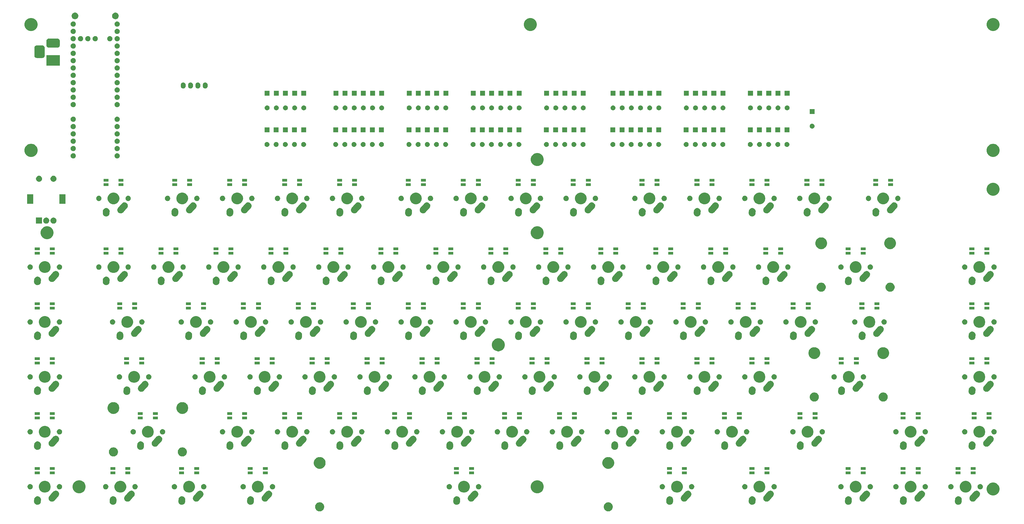
<source format=gbr>
G04 #@! TF.GenerationSoftware,KiCad,Pcbnew,(5.1.4)-1*
G04 #@! TF.CreationDate,2020-12-06T01:39:42+01:00*
G04 #@! TF.ProjectId,CZTKeyRev0,435a544b-6579-4526-9576-302e6b696361,rev?*
G04 #@! TF.SameCoordinates,Original*
G04 #@! TF.FileFunction,Soldermask,Bot*
G04 #@! TF.FilePolarity,Negative*
%FSLAX46Y46*%
G04 Gerber Fmt 4.6, Leading zero omitted, Abs format (unit mm)*
G04 Created by KiCad (PCBNEW (5.1.4)-1) date 2020-12-06 01:39:42*
%MOMM*%
%LPD*%
G04 APERTURE LIST*
%ADD10C,0.100000*%
G04 APERTURE END LIST*
D10*
G36*
X197030360Y-186391233D02*
G01*
X197303311Y-186445526D01*
X197404548Y-186487460D01*
X197589941Y-186564252D01*
X197624149Y-186587109D01*
X197847904Y-186736617D01*
X198067283Y-186955996D01*
X198150392Y-187080378D01*
X198239648Y-187213959D01*
X198358374Y-187500590D01*
X198418900Y-187804875D01*
X198418900Y-188115125D01*
X198358374Y-188419410D01*
X198239648Y-188706041D01*
X198239647Y-188706042D01*
X198067283Y-188964004D01*
X197847904Y-189183383D01*
X197675539Y-189298553D01*
X197589941Y-189355748D01*
X197422037Y-189425296D01*
X197303311Y-189474474D01*
X197151167Y-189504737D01*
X196999025Y-189535000D01*
X196688775Y-189535000D01*
X196536633Y-189504737D01*
X196384489Y-189474474D01*
X196265763Y-189425296D01*
X196097859Y-189355748D01*
X196012261Y-189298553D01*
X195839896Y-189183383D01*
X195620517Y-188964004D01*
X195448153Y-188706042D01*
X195448152Y-188706041D01*
X195329426Y-188419410D01*
X195268900Y-188115125D01*
X195268900Y-187804875D01*
X195329426Y-187500590D01*
X195448152Y-187213959D01*
X195537408Y-187080378D01*
X195620517Y-186955996D01*
X195839896Y-186736617D01*
X196063651Y-186587109D01*
X196097859Y-186564252D01*
X196283252Y-186487460D01*
X196384489Y-186445526D01*
X196657440Y-186391233D01*
X196688775Y-186385000D01*
X196999025Y-186385000D01*
X197030360Y-186391233D01*
X197030360Y-186391233D01*
G37*
G36*
X97030560Y-186391233D02*
G01*
X97303511Y-186445526D01*
X97404748Y-186487460D01*
X97590141Y-186564252D01*
X97624349Y-186587109D01*
X97848104Y-186736617D01*
X98067483Y-186955996D01*
X98150592Y-187080378D01*
X98239848Y-187213959D01*
X98358574Y-187500590D01*
X98419100Y-187804875D01*
X98419100Y-188115125D01*
X98358574Y-188419410D01*
X98239848Y-188706041D01*
X98239847Y-188706042D01*
X98067483Y-188964004D01*
X97848104Y-189183383D01*
X97675739Y-189298553D01*
X97590141Y-189355748D01*
X97422237Y-189425296D01*
X97303511Y-189474474D01*
X97151367Y-189504737D01*
X96999225Y-189535000D01*
X96688975Y-189535000D01*
X96536833Y-189504737D01*
X96384689Y-189474474D01*
X96265963Y-189425296D01*
X96098059Y-189355748D01*
X96012461Y-189298553D01*
X95840096Y-189183383D01*
X95620717Y-188964004D01*
X95448353Y-188706042D01*
X95448352Y-188706041D01*
X95329626Y-188419410D01*
X95269100Y-188115125D01*
X95269100Y-187804875D01*
X95329626Y-187500590D01*
X95448352Y-187213959D01*
X95537608Y-187080378D01*
X95620717Y-186955996D01*
X95840096Y-186736617D01*
X96063851Y-186587109D01*
X96098059Y-186564252D01*
X96283452Y-186487460D01*
X96384689Y-186445526D01*
X96657640Y-186391233D01*
X96688975Y-186385000D01*
X96999225Y-186385000D01*
X97030560Y-186391233D01*
X97030560Y-186391233D01*
G37*
G36*
X318484730Y-184334624D02*
G01*
X318701255Y-184416961D01*
X318897557Y-184539959D01*
X319066090Y-184698889D01*
X319200380Y-184887645D01*
X319295265Y-185098973D01*
X319347098Y-185324751D01*
X319352188Y-185498277D01*
X319311407Y-186089591D01*
X319311296Y-186091204D01*
X319311000Y-186099804D01*
X319311000Y-186170827D01*
X319292118Y-186265753D01*
X319291456Y-186269357D01*
X319275376Y-186364730D01*
X319272915Y-186371203D01*
X319267159Y-186391228D01*
X319265807Y-186398027D01*
X319263157Y-186404424D01*
X319228763Y-186487460D01*
X319227411Y-186490864D01*
X319193038Y-186581255D01*
X319189364Y-186587119D01*
X319179813Y-186605635D01*
X319177158Y-186612045D01*
X319123343Y-186692585D01*
X319121423Y-186695551D01*
X319070041Y-186777557D01*
X319065289Y-186782596D01*
X319052311Y-186798893D01*
X319048463Y-186804652D01*
X318979997Y-186873118D01*
X318977476Y-186875715D01*
X318911111Y-186946090D01*
X318905478Y-186950098D01*
X318889556Y-186963559D01*
X318884656Y-186968459D01*
X318804152Y-187022250D01*
X318801202Y-187024284D01*
X318722355Y-187080380D01*
X318716033Y-187083219D01*
X318697810Y-187093306D01*
X318692045Y-187097158D01*
X318602535Y-187134234D01*
X318599372Y-187135599D01*
X318511027Y-187175265D01*
X318504275Y-187176815D01*
X318484438Y-187183152D01*
X318478027Y-187185807D01*
X318383050Y-187204699D01*
X318379599Y-187205438D01*
X318285249Y-187227098D01*
X318278341Y-187227301D01*
X318257630Y-187229647D01*
X318250826Y-187231000D01*
X318154027Y-187231000D01*
X318150363Y-187231054D01*
X318053698Y-187233889D01*
X318053697Y-187233889D01*
X318046882Y-187232740D01*
X318026100Y-187231000D01*
X318019173Y-187231000D01*
X317924246Y-187212118D01*
X317920642Y-187211456D01*
X317893781Y-187206927D01*
X317825270Y-187195376D01*
X317818797Y-187192915D01*
X317798772Y-187187159D01*
X317791973Y-187185807D01*
X317732522Y-187161181D01*
X317702540Y-187148763D01*
X317699136Y-187147411D01*
X317668224Y-187135656D01*
X317608745Y-187113038D01*
X317602881Y-187109364D01*
X317584365Y-187099813D01*
X317577955Y-187097158D01*
X317497415Y-187043343D01*
X317494449Y-187041423D01*
X317412443Y-186990041D01*
X317407404Y-186985289D01*
X317391107Y-186972311D01*
X317385348Y-186968463D01*
X317316882Y-186899997D01*
X317314285Y-186897476D01*
X317243910Y-186831111D01*
X317239902Y-186825478D01*
X317226441Y-186809556D01*
X317221541Y-186804656D01*
X317167750Y-186724152D01*
X317165716Y-186721202D01*
X317109620Y-186642355D01*
X317106781Y-186636033D01*
X317096693Y-186617808D01*
X317092842Y-186612045D01*
X317055766Y-186522535D01*
X317054401Y-186519372D01*
X317014735Y-186431027D01*
X317013185Y-186424275D01*
X317006848Y-186404438D01*
X317004193Y-186398027D01*
X316985301Y-186303050D01*
X316984562Y-186299599D01*
X316962902Y-186205249D01*
X316962699Y-186198340D01*
X316960353Y-186177630D01*
X316959000Y-186170826D01*
X316959000Y-186074015D01*
X316958947Y-186070415D01*
X316957812Y-186031723D01*
X316958705Y-186018774D01*
X316959000Y-186010204D01*
X316959000Y-185939173D01*
X316965396Y-185907019D01*
X316967500Y-185891248D01*
X317005762Y-185336455D01*
X317034624Y-185165270D01*
X317116962Y-184948745D01*
X317239959Y-184752443D01*
X317345912Y-184640088D01*
X317398888Y-184583910D01*
X317518991Y-184498464D01*
X317587645Y-184449620D01*
X317798973Y-184354735D01*
X318024751Y-184302901D01*
X318256302Y-184296110D01*
X318484730Y-184334624D01*
X318484730Y-184334624D01*
G37*
G36*
X49403530Y-184334624D02*
G01*
X49620055Y-184416961D01*
X49816357Y-184539959D01*
X49984890Y-184698889D01*
X50119180Y-184887645D01*
X50214065Y-185098973D01*
X50265898Y-185324751D01*
X50270988Y-185498277D01*
X50230207Y-186089591D01*
X50230096Y-186091204D01*
X50229800Y-186099804D01*
X50229800Y-186170827D01*
X50210918Y-186265753D01*
X50210256Y-186269357D01*
X50194176Y-186364730D01*
X50191715Y-186371203D01*
X50185959Y-186391228D01*
X50184607Y-186398027D01*
X50181957Y-186404424D01*
X50147563Y-186487460D01*
X50146211Y-186490864D01*
X50111838Y-186581255D01*
X50108164Y-186587119D01*
X50098613Y-186605635D01*
X50095958Y-186612045D01*
X50042143Y-186692585D01*
X50040223Y-186695551D01*
X49988841Y-186777557D01*
X49984089Y-186782596D01*
X49971111Y-186798893D01*
X49967263Y-186804652D01*
X49898797Y-186873118D01*
X49896276Y-186875715D01*
X49829911Y-186946090D01*
X49824278Y-186950098D01*
X49808356Y-186963559D01*
X49803456Y-186968459D01*
X49722952Y-187022250D01*
X49720002Y-187024284D01*
X49641155Y-187080380D01*
X49634833Y-187083219D01*
X49616610Y-187093306D01*
X49610845Y-187097158D01*
X49521335Y-187134234D01*
X49518172Y-187135599D01*
X49429827Y-187175265D01*
X49423075Y-187176815D01*
X49403238Y-187183152D01*
X49396827Y-187185807D01*
X49301850Y-187204699D01*
X49298399Y-187205438D01*
X49204049Y-187227098D01*
X49197141Y-187227301D01*
X49176430Y-187229647D01*
X49169626Y-187231000D01*
X49072827Y-187231000D01*
X49069163Y-187231054D01*
X48972498Y-187233889D01*
X48972497Y-187233889D01*
X48965682Y-187232740D01*
X48944900Y-187231000D01*
X48937973Y-187231000D01*
X48843046Y-187212118D01*
X48839442Y-187211456D01*
X48812581Y-187206927D01*
X48744070Y-187195376D01*
X48737597Y-187192915D01*
X48717572Y-187187159D01*
X48710773Y-187185807D01*
X48651322Y-187161181D01*
X48621340Y-187148763D01*
X48617936Y-187147411D01*
X48587024Y-187135656D01*
X48527545Y-187113038D01*
X48521681Y-187109364D01*
X48503165Y-187099813D01*
X48496755Y-187097158D01*
X48416215Y-187043343D01*
X48413249Y-187041423D01*
X48331243Y-186990041D01*
X48326204Y-186985289D01*
X48309907Y-186972311D01*
X48304148Y-186968463D01*
X48235682Y-186899997D01*
X48233085Y-186897476D01*
X48162710Y-186831111D01*
X48158702Y-186825478D01*
X48145241Y-186809556D01*
X48140341Y-186804656D01*
X48086550Y-186724152D01*
X48084516Y-186721202D01*
X48028420Y-186642355D01*
X48025581Y-186636033D01*
X48015493Y-186617808D01*
X48011642Y-186612045D01*
X47974566Y-186522535D01*
X47973201Y-186519372D01*
X47933535Y-186431027D01*
X47931985Y-186424275D01*
X47925648Y-186404438D01*
X47922993Y-186398027D01*
X47904101Y-186303050D01*
X47903362Y-186299599D01*
X47881702Y-186205249D01*
X47881499Y-186198340D01*
X47879153Y-186177630D01*
X47877800Y-186170826D01*
X47877800Y-186074015D01*
X47877747Y-186070415D01*
X47876612Y-186031723D01*
X47877505Y-186018774D01*
X47877800Y-186010204D01*
X47877800Y-185939173D01*
X47884196Y-185907019D01*
X47886300Y-185891248D01*
X47924562Y-185336455D01*
X47953424Y-185165270D01*
X48035762Y-184948745D01*
X48158759Y-184752443D01*
X48264712Y-184640088D01*
X48317688Y-184583910D01*
X48437791Y-184498464D01*
X48506445Y-184449620D01*
X48717773Y-184354735D01*
X48943551Y-184302901D01*
X49175102Y-184296110D01*
X49403530Y-184334624D01*
X49403530Y-184334624D01*
G37*
G36*
X-602770Y-184334624D02*
G01*
X-386245Y-184416961D01*
X-189943Y-184539959D01*
X-21410Y-184698889D01*
X112880Y-184887645D01*
X207765Y-185098973D01*
X259598Y-185324751D01*
X264688Y-185498277D01*
X223907Y-186089591D01*
X223796Y-186091204D01*
X223500Y-186099804D01*
X223500Y-186170827D01*
X204618Y-186265753D01*
X203956Y-186269357D01*
X187876Y-186364730D01*
X185415Y-186371203D01*
X179659Y-186391228D01*
X178307Y-186398027D01*
X175657Y-186404424D01*
X141263Y-186487460D01*
X139911Y-186490864D01*
X105538Y-186581255D01*
X101864Y-186587119D01*
X92313Y-186605635D01*
X89658Y-186612045D01*
X35843Y-186692585D01*
X33923Y-186695551D01*
X-17459Y-186777557D01*
X-22211Y-186782596D01*
X-35189Y-186798893D01*
X-39037Y-186804652D01*
X-107503Y-186873118D01*
X-110024Y-186875715D01*
X-176389Y-186946090D01*
X-182022Y-186950098D01*
X-197944Y-186963559D01*
X-202844Y-186968459D01*
X-283348Y-187022250D01*
X-286298Y-187024284D01*
X-365145Y-187080380D01*
X-371467Y-187083219D01*
X-389690Y-187093306D01*
X-395455Y-187097158D01*
X-484965Y-187134234D01*
X-488128Y-187135599D01*
X-576473Y-187175265D01*
X-583225Y-187176815D01*
X-603062Y-187183152D01*
X-609473Y-187185807D01*
X-704450Y-187204699D01*
X-707901Y-187205438D01*
X-802251Y-187227098D01*
X-809159Y-187227301D01*
X-829870Y-187229647D01*
X-836674Y-187231000D01*
X-933473Y-187231000D01*
X-937137Y-187231054D01*
X-1033802Y-187233889D01*
X-1033803Y-187233889D01*
X-1040618Y-187232740D01*
X-1061400Y-187231000D01*
X-1068327Y-187231000D01*
X-1163254Y-187212118D01*
X-1166858Y-187211456D01*
X-1193719Y-187206927D01*
X-1262230Y-187195376D01*
X-1268703Y-187192915D01*
X-1288728Y-187187159D01*
X-1295527Y-187185807D01*
X-1354978Y-187161181D01*
X-1384960Y-187148763D01*
X-1388364Y-187147411D01*
X-1419276Y-187135656D01*
X-1478755Y-187113038D01*
X-1484619Y-187109364D01*
X-1503135Y-187099813D01*
X-1509545Y-187097158D01*
X-1590085Y-187043343D01*
X-1593051Y-187041423D01*
X-1675057Y-186990041D01*
X-1680096Y-186985289D01*
X-1696393Y-186972311D01*
X-1702152Y-186968463D01*
X-1770618Y-186899997D01*
X-1773215Y-186897476D01*
X-1843590Y-186831111D01*
X-1847598Y-186825478D01*
X-1861059Y-186809556D01*
X-1865959Y-186804656D01*
X-1919750Y-186724152D01*
X-1921784Y-186721202D01*
X-1977880Y-186642355D01*
X-1980719Y-186636033D01*
X-1990807Y-186617808D01*
X-1994658Y-186612045D01*
X-2031734Y-186522535D01*
X-2033099Y-186519372D01*
X-2072765Y-186431027D01*
X-2074315Y-186424275D01*
X-2080652Y-186404438D01*
X-2083307Y-186398027D01*
X-2102199Y-186303050D01*
X-2102938Y-186299599D01*
X-2124598Y-186205249D01*
X-2124801Y-186198340D01*
X-2127147Y-186177630D01*
X-2128500Y-186170826D01*
X-2128500Y-186074015D01*
X-2128553Y-186070415D01*
X-2129688Y-186031723D01*
X-2128795Y-186018774D01*
X-2128500Y-186010204D01*
X-2128500Y-185939173D01*
X-2122104Y-185907019D01*
X-2120000Y-185891248D01*
X-2081738Y-185336455D01*
X-2052876Y-185165270D01*
X-1970538Y-184948745D01*
X-1847541Y-184752443D01*
X-1741588Y-184640088D01*
X-1688612Y-184583910D01*
X-1568509Y-184498464D01*
X-1499855Y-184449620D01*
X-1288527Y-184354735D01*
X-1062749Y-184302901D01*
X-831198Y-184296110D01*
X-602770Y-184334624D01*
X-602770Y-184334624D01*
G37*
G36*
X144653730Y-184334624D02*
G01*
X144870255Y-184416961D01*
X145066557Y-184539959D01*
X145235090Y-184698889D01*
X145369380Y-184887645D01*
X145464265Y-185098973D01*
X145516098Y-185324751D01*
X145521188Y-185498277D01*
X145480407Y-186089591D01*
X145480296Y-186091204D01*
X145480000Y-186099804D01*
X145480000Y-186170827D01*
X145461118Y-186265753D01*
X145460456Y-186269357D01*
X145444376Y-186364730D01*
X145441915Y-186371203D01*
X145436159Y-186391228D01*
X145434807Y-186398027D01*
X145432157Y-186404424D01*
X145397763Y-186487460D01*
X145396411Y-186490864D01*
X145362038Y-186581255D01*
X145358364Y-186587119D01*
X145348813Y-186605635D01*
X145346158Y-186612045D01*
X145292343Y-186692585D01*
X145290423Y-186695551D01*
X145239041Y-186777557D01*
X145234289Y-186782596D01*
X145221311Y-186798893D01*
X145217463Y-186804652D01*
X145148997Y-186873118D01*
X145146476Y-186875715D01*
X145080111Y-186946090D01*
X145074478Y-186950098D01*
X145058556Y-186963559D01*
X145053656Y-186968459D01*
X144973152Y-187022250D01*
X144970202Y-187024284D01*
X144891355Y-187080380D01*
X144885033Y-187083219D01*
X144866810Y-187093306D01*
X144861045Y-187097158D01*
X144771535Y-187134234D01*
X144768372Y-187135599D01*
X144680027Y-187175265D01*
X144673275Y-187176815D01*
X144653438Y-187183152D01*
X144647027Y-187185807D01*
X144552050Y-187204699D01*
X144548599Y-187205438D01*
X144454249Y-187227098D01*
X144447341Y-187227301D01*
X144426630Y-187229647D01*
X144419826Y-187231000D01*
X144323027Y-187231000D01*
X144319363Y-187231054D01*
X144222698Y-187233889D01*
X144222697Y-187233889D01*
X144215882Y-187232740D01*
X144195100Y-187231000D01*
X144188173Y-187231000D01*
X144093246Y-187212118D01*
X144089642Y-187211456D01*
X144062781Y-187206927D01*
X143994270Y-187195376D01*
X143987797Y-187192915D01*
X143967772Y-187187159D01*
X143960973Y-187185807D01*
X143901522Y-187161181D01*
X143871540Y-187148763D01*
X143868136Y-187147411D01*
X143837224Y-187135656D01*
X143777745Y-187113038D01*
X143771881Y-187109364D01*
X143753365Y-187099813D01*
X143746955Y-187097158D01*
X143666415Y-187043343D01*
X143663449Y-187041423D01*
X143581443Y-186990041D01*
X143576404Y-186985289D01*
X143560107Y-186972311D01*
X143554348Y-186968463D01*
X143485882Y-186899997D01*
X143483285Y-186897476D01*
X143412910Y-186831111D01*
X143408902Y-186825478D01*
X143395441Y-186809556D01*
X143390541Y-186804656D01*
X143336750Y-186724152D01*
X143334716Y-186721202D01*
X143278620Y-186642355D01*
X143275781Y-186636033D01*
X143265693Y-186617808D01*
X143261842Y-186612045D01*
X143224766Y-186522535D01*
X143223401Y-186519372D01*
X143183735Y-186431027D01*
X143182185Y-186424275D01*
X143175848Y-186404438D01*
X143173193Y-186398027D01*
X143154301Y-186303050D01*
X143153562Y-186299599D01*
X143131902Y-186205249D01*
X143131699Y-186198340D01*
X143129353Y-186177630D01*
X143128000Y-186170826D01*
X143128000Y-186074015D01*
X143127947Y-186070415D01*
X143126812Y-186031723D01*
X143127705Y-186018774D01*
X143128000Y-186010204D01*
X143128000Y-185939173D01*
X143134396Y-185907019D01*
X143136500Y-185891248D01*
X143174762Y-185336455D01*
X143203624Y-185165270D01*
X143285962Y-184948745D01*
X143408959Y-184752443D01*
X143514912Y-184640088D01*
X143567888Y-184583910D01*
X143687991Y-184498464D01*
X143756645Y-184449620D01*
X143967973Y-184354735D01*
X144193751Y-184302901D01*
X144425302Y-184296110D01*
X144653730Y-184334624D01*
X144653730Y-184334624D01*
G37*
G36*
X280384730Y-184334624D02*
G01*
X280601255Y-184416961D01*
X280797557Y-184539959D01*
X280966090Y-184698889D01*
X281100380Y-184887645D01*
X281195265Y-185098973D01*
X281247098Y-185324751D01*
X281252188Y-185498277D01*
X281211407Y-186089591D01*
X281211296Y-186091204D01*
X281211000Y-186099804D01*
X281211000Y-186170827D01*
X281192118Y-186265753D01*
X281191456Y-186269357D01*
X281175376Y-186364730D01*
X281172915Y-186371203D01*
X281167159Y-186391228D01*
X281165807Y-186398027D01*
X281163157Y-186404424D01*
X281128763Y-186487460D01*
X281127411Y-186490864D01*
X281093038Y-186581255D01*
X281089364Y-186587119D01*
X281079813Y-186605635D01*
X281077158Y-186612045D01*
X281023343Y-186692585D01*
X281021423Y-186695551D01*
X280970041Y-186777557D01*
X280965289Y-186782596D01*
X280952311Y-186798893D01*
X280948463Y-186804652D01*
X280879997Y-186873118D01*
X280877476Y-186875715D01*
X280811111Y-186946090D01*
X280805478Y-186950098D01*
X280789556Y-186963559D01*
X280784656Y-186968459D01*
X280704152Y-187022250D01*
X280701202Y-187024284D01*
X280622355Y-187080380D01*
X280616033Y-187083219D01*
X280597810Y-187093306D01*
X280592045Y-187097158D01*
X280502535Y-187134234D01*
X280499372Y-187135599D01*
X280411027Y-187175265D01*
X280404275Y-187176815D01*
X280384438Y-187183152D01*
X280378027Y-187185807D01*
X280283050Y-187204699D01*
X280279599Y-187205438D01*
X280185249Y-187227098D01*
X280178341Y-187227301D01*
X280157630Y-187229647D01*
X280150826Y-187231000D01*
X280054027Y-187231000D01*
X280050363Y-187231054D01*
X279953698Y-187233889D01*
X279953697Y-187233889D01*
X279946882Y-187232740D01*
X279926100Y-187231000D01*
X279919173Y-187231000D01*
X279824246Y-187212118D01*
X279820642Y-187211456D01*
X279793781Y-187206927D01*
X279725270Y-187195376D01*
X279718797Y-187192915D01*
X279698772Y-187187159D01*
X279691973Y-187185807D01*
X279632522Y-187161181D01*
X279602540Y-187148763D01*
X279599136Y-187147411D01*
X279568224Y-187135656D01*
X279508745Y-187113038D01*
X279502881Y-187109364D01*
X279484365Y-187099813D01*
X279477955Y-187097158D01*
X279397415Y-187043343D01*
X279394449Y-187041423D01*
X279312443Y-186990041D01*
X279307404Y-186985289D01*
X279291107Y-186972311D01*
X279285348Y-186968463D01*
X279216882Y-186899997D01*
X279214285Y-186897476D01*
X279143910Y-186831111D01*
X279139902Y-186825478D01*
X279126441Y-186809556D01*
X279121541Y-186804656D01*
X279067750Y-186724152D01*
X279065716Y-186721202D01*
X279009620Y-186642355D01*
X279006781Y-186636033D01*
X278996693Y-186617808D01*
X278992842Y-186612045D01*
X278955766Y-186522535D01*
X278954401Y-186519372D01*
X278914735Y-186431027D01*
X278913185Y-186424275D01*
X278906848Y-186404438D01*
X278904193Y-186398027D01*
X278885301Y-186303050D01*
X278884562Y-186299599D01*
X278862902Y-186205249D01*
X278862699Y-186198340D01*
X278860353Y-186177630D01*
X278859000Y-186170826D01*
X278859000Y-186074015D01*
X278858947Y-186070415D01*
X278857812Y-186031723D01*
X278858705Y-186018774D01*
X278859000Y-186010204D01*
X278859000Y-185939173D01*
X278865396Y-185907019D01*
X278867500Y-185891248D01*
X278905762Y-185336455D01*
X278934624Y-185165270D01*
X279016962Y-184948745D01*
X279139959Y-184752443D01*
X279245912Y-184640088D01*
X279298888Y-184583910D01*
X279418991Y-184498464D01*
X279487645Y-184449620D01*
X279698973Y-184354735D01*
X279924751Y-184302901D01*
X280156302Y-184296110D01*
X280384730Y-184334624D01*
X280384730Y-184334624D01*
G37*
G36*
X299434730Y-184334624D02*
G01*
X299651255Y-184416961D01*
X299847557Y-184539959D01*
X300016090Y-184698889D01*
X300150380Y-184887645D01*
X300245265Y-185098973D01*
X300297098Y-185324751D01*
X300302188Y-185498277D01*
X300261407Y-186089591D01*
X300261296Y-186091204D01*
X300261000Y-186099804D01*
X300261000Y-186170827D01*
X300242118Y-186265753D01*
X300241456Y-186269357D01*
X300225376Y-186364730D01*
X300222915Y-186371203D01*
X300217159Y-186391228D01*
X300215807Y-186398027D01*
X300213157Y-186404424D01*
X300178763Y-186487460D01*
X300177411Y-186490864D01*
X300143038Y-186581255D01*
X300139364Y-186587119D01*
X300129813Y-186605635D01*
X300127158Y-186612045D01*
X300073343Y-186692585D01*
X300071423Y-186695551D01*
X300020041Y-186777557D01*
X300015289Y-186782596D01*
X300002311Y-186798893D01*
X299998463Y-186804652D01*
X299929997Y-186873118D01*
X299927476Y-186875715D01*
X299861111Y-186946090D01*
X299855478Y-186950098D01*
X299839556Y-186963559D01*
X299834656Y-186968459D01*
X299754152Y-187022250D01*
X299751202Y-187024284D01*
X299672355Y-187080380D01*
X299666033Y-187083219D01*
X299647810Y-187093306D01*
X299642045Y-187097158D01*
X299552535Y-187134234D01*
X299549372Y-187135599D01*
X299461027Y-187175265D01*
X299454275Y-187176815D01*
X299434438Y-187183152D01*
X299428027Y-187185807D01*
X299333050Y-187204699D01*
X299329599Y-187205438D01*
X299235249Y-187227098D01*
X299228341Y-187227301D01*
X299207630Y-187229647D01*
X299200826Y-187231000D01*
X299104027Y-187231000D01*
X299100363Y-187231054D01*
X299003698Y-187233889D01*
X299003697Y-187233889D01*
X298996882Y-187232740D01*
X298976100Y-187231000D01*
X298969173Y-187231000D01*
X298874246Y-187212118D01*
X298870642Y-187211456D01*
X298843781Y-187206927D01*
X298775270Y-187195376D01*
X298768797Y-187192915D01*
X298748772Y-187187159D01*
X298741973Y-187185807D01*
X298682522Y-187161181D01*
X298652540Y-187148763D01*
X298649136Y-187147411D01*
X298618224Y-187135656D01*
X298558745Y-187113038D01*
X298552881Y-187109364D01*
X298534365Y-187099813D01*
X298527955Y-187097158D01*
X298447415Y-187043343D01*
X298444449Y-187041423D01*
X298362443Y-186990041D01*
X298357404Y-186985289D01*
X298341107Y-186972311D01*
X298335348Y-186968463D01*
X298266882Y-186899997D01*
X298264285Y-186897476D01*
X298193910Y-186831111D01*
X298189902Y-186825478D01*
X298176441Y-186809556D01*
X298171541Y-186804656D01*
X298117750Y-186724152D01*
X298115716Y-186721202D01*
X298059620Y-186642355D01*
X298056781Y-186636033D01*
X298046693Y-186617808D01*
X298042842Y-186612045D01*
X298005766Y-186522535D01*
X298004401Y-186519372D01*
X297964735Y-186431027D01*
X297963185Y-186424275D01*
X297956848Y-186404438D01*
X297954193Y-186398027D01*
X297935301Y-186303050D01*
X297934562Y-186299599D01*
X297912902Y-186205249D01*
X297912699Y-186198340D01*
X297910353Y-186177630D01*
X297909000Y-186170826D01*
X297909000Y-186074015D01*
X297908947Y-186070415D01*
X297907812Y-186031723D01*
X297908705Y-186018774D01*
X297909000Y-186010204D01*
X297909000Y-185939173D01*
X297915396Y-185907019D01*
X297917500Y-185891248D01*
X297955762Y-185336455D01*
X297984624Y-185165270D01*
X298066962Y-184948745D01*
X298189959Y-184752443D01*
X298295912Y-184640088D01*
X298348888Y-184583910D01*
X298468991Y-184498464D01*
X298537645Y-184449620D01*
X298748973Y-184354735D01*
X298974751Y-184302901D01*
X299206302Y-184296110D01*
X299434730Y-184334624D01*
X299434730Y-184334624D01*
G37*
G36*
X247047730Y-184334624D02*
G01*
X247264255Y-184416961D01*
X247460557Y-184539959D01*
X247629090Y-184698889D01*
X247763380Y-184887645D01*
X247858265Y-185098973D01*
X247910098Y-185324751D01*
X247915188Y-185498277D01*
X247874407Y-186089591D01*
X247874296Y-186091204D01*
X247874000Y-186099804D01*
X247874000Y-186170827D01*
X247855118Y-186265753D01*
X247854456Y-186269357D01*
X247838376Y-186364730D01*
X247835915Y-186371203D01*
X247830159Y-186391228D01*
X247828807Y-186398027D01*
X247826157Y-186404424D01*
X247791763Y-186487460D01*
X247790411Y-186490864D01*
X247756038Y-186581255D01*
X247752364Y-186587119D01*
X247742813Y-186605635D01*
X247740158Y-186612045D01*
X247686343Y-186692585D01*
X247684423Y-186695551D01*
X247633041Y-186777557D01*
X247628289Y-186782596D01*
X247615311Y-186798893D01*
X247611463Y-186804652D01*
X247542997Y-186873118D01*
X247540476Y-186875715D01*
X247474111Y-186946090D01*
X247468478Y-186950098D01*
X247452556Y-186963559D01*
X247447656Y-186968459D01*
X247367152Y-187022250D01*
X247364202Y-187024284D01*
X247285355Y-187080380D01*
X247279033Y-187083219D01*
X247260810Y-187093306D01*
X247255045Y-187097158D01*
X247165535Y-187134234D01*
X247162372Y-187135599D01*
X247074027Y-187175265D01*
X247067275Y-187176815D01*
X247047438Y-187183152D01*
X247041027Y-187185807D01*
X246946050Y-187204699D01*
X246942599Y-187205438D01*
X246848249Y-187227098D01*
X246841341Y-187227301D01*
X246820630Y-187229647D01*
X246813826Y-187231000D01*
X246717027Y-187231000D01*
X246713363Y-187231054D01*
X246616698Y-187233889D01*
X246616697Y-187233889D01*
X246609882Y-187232740D01*
X246589100Y-187231000D01*
X246582173Y-187231000D01*
X246487246Y-187212118D01*
X246483642Y-187211456D01*
X246456781Y-187206927D01*
X246388270Y-187195376D01*
X246381797Y-187192915D01*
X246361772Y-187187159D01*
X246354973Y-187185807D01*
X246295522Y-187161181D01*
X246265540Y-187148763D01*
X246262136Y-187147411D01*
X246231224Y-187135656D01*
X246171745Y-187113038D01*
X246165881Y-187109364D01*
X246147365Y-187099813D01*
X246140955Y-187097158D01*
X246060415Y-187043343D01*
X246057449Y-187041423D01*
X245975443Y-186990041D01*
X245970404Y-186985289D01*
X245954107Y-186972311D01*
X245948348Y-186968463D01*
X245879882Y-186899997D01*
X245877285Y-186897476D01*
X245806910Y-186831111D01*
X245802902Y-186825478D01*
X245789441Y-186809556D01*
X245784541Y-186804656D01*
X245730750Y-186724152D01*
X245728716Y-186721202D01*
X245672620Y-186642355D01*
X245669781Y-186636033D01*
X245659693Y-186617808D01*
X245655842Y-186612045D01*
X245618766Y-186522535D01*
X245617401Y-186519372D01*
X245577735Y-186431027D01*
X245576185Y-186424275D01*
X245569848Y-186404438D01*
X245567193Y-186398027D01*
X245548301Y-186303050D01*
X245547562Y-186299599D01*
X245525902Y-186205249D01*
X245525699Y-186198340D01*
X245523353Y-186177630D01*
X245522000Y-186170826D01*
X245522000Y-186074015D01*
X245521947Y-186070415D01*
X245520812Y-186031723D01*
X245521705Y-186018774D01*
X245522000Y-186010204D01*
X245522000Y-185939173D01*
X245528396Y-185907019D01*
X245530500Y-185891248D01*
X245568762Y-185336455D01*
X245597624Y-185165270D01*
X245679962Y-184948745D01*
X245802959Y-184752443D01*
X245908912Y-184640088D01*
X245961888Y-184583910D01*
X246081991Y-184498464D01*
X246150645Y-184449620D01*
X246361973Y-184354735D01*
X246587751Y-184302901D01*
X246819302Y-184296110D01*
X247047730Y-184334624D01*
X247047730Y-184334624D01*
G37*
G36*
X25590930Y-184334624D02*
G01*
X25807455Y-184416961D01*
X26003757Y-184539959D01*
X26172290Y-184698889D01*
X26306580Y-184887645D01*
X26401465Y-185098973D01*
X26453298Y-185324751D01*
X26458388Y-185498277D01*
X26417607Y-186089591D01*
X26417496Y-186091204D01*
X26417200Y-186099804D01*
X26417200Y-186170827D01*
X26398318Y-186265753D01*
X26397656Y-186269357D01*
X26381576Y-186364730D01*
X26379115Y-186371203D01*
X26373359Y-186391228D01*
X26372007Y-186398027D01*
X26369357Y-186404424D01*
X26334963Y-186487460D01*
X26333611Y-186490864D01*
X26299238Y-186581255D01*
X26295564Y-186587119D01*
X26286013Y-186605635D01*
X26283358Y-186612045D01*
X26229543Y-186692585D01*
X26227623Y-186695551D01*
X26176241Y-186777557D01*
X26171489Y-186782596D01*
X26158511Y-186798893D01*
X26154663Y-186804652D01*
X26086197Y-186873118D01*
X26083676Y-186875715D01*
X26017311Y-186946090D01*
X26011678Y-186950098D01*
X25995756Y-186963559D01*
X25990856Y-186968459D01*
X25910352Y-187022250D01*
X25907402Y-187024284D01*
X25828555Y-187080380D01*
X25822233Y-187083219D01*
X25804010Y-187093306D01*
X25798245Y-187097158D01*
X25708735Y-187134234D01*
X25705572Y-187135599D01*
X25617227Y-187175265D01*
X25610475Y-187176815D01*
X25590638Y-187183152D01*
X25584227Y-187185807D01*
X25489250Y-187204699D01*
X25485799Y-187205438D01*
X25391449Y-187227098D01*
X25384541Y-187227301D01*
X25363830Y-187229647D01*
X25357026Y-187231000D01*
X25260227Y-187231000D01*
X25256563Y-187231054D01*
X25159898Y-187233889D01*
X25159897Y-187233889D01*
X25153082Y-187232740D01*
X25132300Y-187231000D01*
X25125373Y-187231000D01*
X25030446Y-187212118D01*
X25026842Y-187211456D01*
X24999981Y-187206927D01*
X24931470Y-187195376D01*
X24924997Y-187192915D01*
X24904972Y-187187159D01*
X24898173Y-187185807D01*
X24838722Y-187161181D01*
X24808740Y-187148763D01*
X24805336Y-187147411D01*
X24774424Y-187135656D01*
X24714945Y-187113038D01*
X24709081Y-187109364D01*
X24690565Y-187099813D01*
X24684155Y-187097158D01*
X24603615Y-187043343D01*
X24600649Y-187041423D01*
X24518643Y-186990041D01*
X24513604Y-186985289D01*
X24497307Y-186972311D01*
X24491548Y-186968463D01*
X24423082Y-186899997D01*
X24420485Y-186897476D01*
X24350110Y-186831111D01*
X24346102Y-186825478D01*
X24332641Y-186809556D01*
X24327741Y-186804656D01*
X24273950Y-186724152D01*
X24271916Y-186721202D01*
X24215820Y-186642355D01*
X24212981Y-186636033D01*
X24202893Y-186617808D01*
X24199042Y-186612045D01*
X24161966Y-186522535D01*
X24160601Y-186519372D01*
X24120935Y-186431027D01*
X24119385Y-186424275D01*
X24113048Y-186404438D01*
X24110393Y-186398027D01*
X24091501Y-186303050D01*
X24090762Y-186299599D01*
X24069102Y-186205249D01*
X24068899Y-186198340D01*
X24066553Y-186177630D01*
X24065200Y-186170826D01*
X24065200Y-186074015D01*
X24065147Y-186070415D01*
X24064012Y-186031723D01*
X24064905Y-186018774D01*
X24065200Y-186010204D01*
X24065200Y-185939173D01*
X24071596Y-185907019D01*
X24073700Y-185891248D01*
X24111962Y-185336455D01*
X24140824Y-185165270D01*
X24223162Y-184948745D01*
X24346159Y-184752443D01*
X24452112Y-184640088D01*
X24505088Y-184583910D01*
X24625191Y-184498464D01*
X24693845Y-184449620D01*
X24905173Y-184354735D01*
X25130951Y-184302901D01*
X25362502Y-184296110D01*
X25590930Y-184334624D01*
X25590930Y-184334624D01*
G37*
G36*
X218471730Y-184334624D02*
G01*
X218688255Y-184416961D01*
X218884557Y-184539959D01*
X219053090Y-184698889D01*
X219187380Y-184887645D01*
X219282265Y-185098973D01*
X219334098Y-185324751D01*
X219339188Y-185498277D01*
X219298407Y-186089591D01*
X219298296Y-186091204D01*
X219298000Y-186099804D01*
X219298000Y-186170827D01*
X219279118Y-186265753D01*
X219278456Y-186269357D01*
X219262376Y-186364730D01*
X219259915Y-186371203D01*
X219254159Y-186391228D01*
X219252807Y-186398027D01*
X219250157Y-186404424D01*
X219215763Y-186487460D01*
X219214411Y-186490864D01*
X219180038Y-186581255D01*
X219176364Y-186587119D01*
X219166813Y-186605635D01*
X219164158Y-186612045D01*
X219110343Y-186692585D01*
X219108423Y-186695551D01*
X219057041Y-186777557D01*
X219052289Y-186782596D01*
X219039311Y-186798893D01*
X219035463Y-186804652D01*
X218966997Y-186873118D01*
X218964476Y-186875715D01*
X218898111Y-186946090D01*
X218892478Y-186950098D01*
X218876556Y-186963559D01*
X218871656Y-186968459D01*
X218791152Y-187022250D01*
X218788202Y-187024284D01*
X218709355Y-187080380D01*
X218703033Y-187083219D01*
X218684810Y-187093306D01*
X218679045Y-187097158D01*
X218589535Y-187134234D01*
X218586372Y-187135599D01*
X218498027Y-187175265D01*
X218491275Y-187176815D01*
X218471438Y-187183152D01*
X218465027Y-187185807D01*
X218370050Y-187204699D01*
X218366599Y-187205438D01*
X218272249Y-187227098D01*
X218265341Y-187227301D01*
X218244630Y-187229647D01*
X218237826Y-187231000D01*
X218141027Y-187231000D01*
X218137363Y-187231054D01*
X218040698Y-187233889D01*
X218040697Y-187233889D01*
X218033882Y-187232740D01*
X218013100Y-187231000D01*
X218006173Y-187231000D01*
X217911246Y-187212118D01*
X217907642Y-187211456D01*
X217880781Y-187206927D01*
X217812270Y-187195376D01*
X217805797Y-187192915D01*
X217785772Y-187187159D01*
X217778973Y-187185807D01*
X217719522Y-187161181D01*
X217689540Y-187148763D01*
X217686136Y-187147411D01*
X217655224Y-187135656D01*
X217595745Y-187113038D01*
X217589881Y-187109364D01*
X217571365Y-187099813D01*
X217564955Y-187097158D01*
X217484415Y-187043343D01*
X217481449Y-187041423D01*
X217399443Y-186990041D01*
X217394404Y-186985289D01*
X217378107Y-186972311D01*
X217372348Y-186968463D01*
X217303882Y-186899997D01*
X217301285Y-186897476D01*
X217230910Y-186831111D01*
X217226902Y-186825478D01*
X217213441Y-186809556D01*
X217208541Y-186804656D01*
X217154750Y-186724152D01*
X217152716Y-186721202D01*
X217096620Y-186642355D01*
X217093781Y-186636033D01*
X217083693Y-186617808D01*
X217079842Y-186612045D01*
X217042766Y-186522535D01*
X217041401Y-186519372D01*
X217001735Y-186431027D01*
X217000185Y-186424275D01*
X216993848Y-186404438D01*
X216991193Y-186398027D01*
X216972301Y-186303050D01*
X216971562Y-186299599D01*
X216949902Y-186205249D01*
X216949699Y-186198340D01*
X216947353Y-186177630D01*
X216946000Y-186170826D01*
X216946000Y-186074015D01*
X216945947Y-186070415D01*
X216944812Y-186031723D01*
X216945705Y-186018774D01*
X216946000Y-186010204D01*
X216946000Y-185939173D01*
X216952396Y-185907019D01*
X216954500Y-185891248D01*
X216992762Y-185336455D01*
X217021624Y-185165270D01*
X217103962Y-184948745D01*
X217226959Y-184752443D01*
X217332912Y-184640088D01*
X217385888Y-184583910D01*
X217505991Y-184498464D01*
X217574645Y-184449620D01*
X217785973Y-184354735D01*
X218011751Y-184302901D01*
X218243302Y-184296110D01*
X218471730Y-184334624D01*
X218471730Y-184334624D01*
G37*
G36*
X73215930Y-184334624D02*
G01*
X73432455Y-184416961D01*
X73628757Y-184539959D01*
X73797290Y-184698889D01*
X73931580Y-184887645D01*
X74026465Y-185098973D01*
X74078298Y-185324751D01*
X74083388Y-185498277D01*
X74042607Y-186089591D01*
X74042496Y-186091204D01*
X74042200Y-186099804D01*
X74042200Y-186170827D01*
X74023318Y-186265753D01*
X74022656Y-186269357D01*
X74006576Y-186364730D01*
X74004115Y-186371203D01*
X73998359Y-186391228D01*
X73997007Y-186398027D01*
X73994357Y-186404424D01*
X73959963Y-186487460D01*
X73958611Y-186490864D01*
X73924238Y-186581255D01*
X73920564Y-186587119D01*
X73911013Y-186605635D01*
X73908358Y-186612045D01*
X73854543Y-186692585D01*
X73852623Y-186695551D01*
X73801241Y-186777557D01*
X73796489Y-186782596D01*
X73783511Y-186798893D01*
X73779663Y-186804652D01*
X73711197Y-186873118D01*
X73708676Y-186875715D01*
X73642311Y-186946090D01*
X73636678Y-186950098D01*
X73620756Y-186963559D01*
X73615856Y-186968459D01*
X73535352Y-187022250D01*
X73532402Y-187024284D01*
X73453555Y-187080380D01*
X73447233Y-187083219D01*
X73429010Y-187093306D01*
X73423245Y-187097158D01*
X73333735Y-187134234D01*
X73330572Y-187135599D01*
X73242227Y-187175265D01*
X73235475Y-187176815D01*
X73215638Y-187183152D01*
X73209227Y-187185807D01*
X73114250Y-187204699D01*
X73110799Y-187205438D01*
X73016449Y-187227098D01*
X73009541Y-187227301D01*
X72988830Y-187229647D01*
X72982026Y-187231000D01*
X72885227Y-187231000D01*
X72881563Y-187231054D01*
X72784898Y-187233889D01*
X72784897Y-187233889D01*
X72778082Y-187232740D01*
X72757300Y-187231000D01*
X72750373Y-187231000D01*
X72655446Y-187212118D01*
X72651842Y-187211456D01*
X72624981Y-187206927D01*
X72556470Y-187195376D01*
X72549997Y-187192915D01*
X72529972Y-187187159D01*
X72523173Y-187185807D01*
X72463722Y-187161181D01*
X72433740Y-187148763D01*
X72430336Y-187147411D01*
X72399424Y-187135656D01*
X72339945Y-187113038D01*
X72334081Y-187109364D01*
X72315565Y-187099813D01*
X72309155Y-187097158D01*
X72228615Y-187043343D01*
X72225649Y-187041423D01*
X72143643Y-186990041D01*
X72138604Y-186985289D01*
X72122307Y-186972311D01*
X72116548Y-186968463D01*
X72048082Y-186899997D01*
X72045485Y-186897476D01*
X71975110Y-186831111D01*
X71971102Y-186825478D01*
X71957641Y-186809556D01*
X71952741Y-186804656D01*
X71898950Y-186724152D01*
X71896916Y-186721202D01*
X71840820Y-186642355D01*
X71837981Y-186636033D01*
X71827893Y-186617808D01*
X71824042Y-186612045D01*
X71786966Y-186522535D01*
X71785601Y-186519372D01*
X71745935Y-186431027D01*
X71744385Y-186424275D01*
X71738048Y-186404438D01*
X71735393Y-186398027D01*
X71716501Y-186303050D01*
X71715762Y-186299599D01*
X71694102Y-186205249D01*
X71693899Y-186198340D01*
X71691553Y-186177630D01*
X71690200Y-186170826D01*
X71690200Y-186074015D01*
X71690147Y-186070415D01*
X71689012Y-186031723D01*
X71689905Y-186018774D01*
X71690200Y-186010204D01*
X71690200Y-185939173D01*
X71696596Y-185907019D01*
X71698700Y-185891248D01*
X71736962Y-185336455D01*
X71765824Y-185165270D01*
X71848162Y-184948745D01*
X71971159Y-184752443D01*
X72077112Y-184640088D01*
X72130088Y-184583910D01*
X72250191Y-184498464D01*
X72318845Y-184449620D01*
X72530173Y-184354735D01*
X72755951Y-184302901D01*
X72987502Y-184296110D01*
X73215930Y-184334624D01*
X73215930Y-184334624D01*
G37*
G36*
X324652530Y-182345246D02*
G01*
X324877519Y-182400407D01*
X324987973Y-182451972D01*
X325087421Y-182498398D01*
X325087423Y-182498400D01*
X325087424Y-182498400D01*
X325274177Y-182635461D01*
X325430603Y-182806321D01*
X325550689Y-183004417D01*
X325629823Y-183222134D01*
X325664961Y-183451104D01*
X325654754Y-183682531D01*
X325599593Y-183907520D01*
X325587466Y-183933496D01*
X325501602Y-184117421D01*
X325501600Y-184117423D01*
X325501600Y-184117424D01*
X325398886Y-184257378D01*
X324255176Y-185532045D01*
X324112215Y-185691375D01*
X324101320Y-185705409D01*
X324088461Y-185724654D01*
X324031418Y-185781697D01*
X324026768Y-185786606D01*
X324011721Y-185803376D01*
X323990309Y-185822979D01*
X323986328Y-185826787D01*
X323924656Y-185888459D01*
X323910850Y-185897684D01*
X323895892Y-185909418D01*
X323883674Y-185920604D01*
X323809204Y-185965748D01*
X323804557Y-185968707D01*
X323732045Y-186017158D01*
X323732044Y-186017159D01*
X323732043Y-186017159D01*
X323716708Y-186023511D01*
X323699751Y-186032099D01*
X323685581Y-186040689D01*
X323603711Y-186070446D01*
X323598605Y-186072431D01*
X323518027Y-186105807D01*
X323501748Y-186109045D01*
X323483453Y-186114157D01*
X323467864Y-186119823D01*
X323381715Y-186133044D01*
X323376338Y-186133991D01*
X323290827Y-186151000D01*
X323274233Y-186151000D01*
X323255290Y-186152445D01*
X323238893Y-186154961D01*
X323151794Y-186151120D01*
X323146354Y-186151000D01*
X323059172Y-186151000D01*
X323042903Y-186147764D01*
X323024044Y-186145485D01*
X323007468Y-186144754D01*
X322922777Y-186123990D01*
X322917482Y-186122816D01*
X322831973Y-186105807D01*
X322816638Y-186099455D01*
X322798599Y-186093545D01*
X322782479Y-186089593D01*
X322703503Y-186052723D01*
X322698506Y-186050523D01*
X322617955Y-186017158D01*
X322604159Y-186007940D01*
X322587603Y-185998616D01*
X322572575Y-185991600D01*
X322502320Y-185940039D01*
X322497808Y-185936878D01*
X322425344Y-185888459D01*
X322413617Y-185876732D01*
X322399191Y-185864351D01*
X322385821Y-185854539D01*
X322356927Y-185822979D01*
X322326979Y-185790267D01*
X322323171Y-185786286D01*
X322261542Y-185724657D01*
X322261540Y-185724654D01*
X322252326Y-185710865D01*
X322240592Y-185695907D01*
X322229394Y-185683676D01*
X322184218Y-185609152D01*
X322181285Y-185604544D01*
X322132842Y-185532045D01*
X322126495Y-185516722D01*
X322117906Y-185499764D01*
X322109309Y-185485583D01*
X322079532Y-185403658D01*
X322077553Y-185398565D01*
X322044193Y-185318027D01*
X322040958Y-185301763D01*
X322035846Y-185283468D01*
X322030175Y-185267866D01*
X322016945Y-185181658D01*
X322015999Y-185176287D01*
X321999000Y-185090827D01*
X321999000Y-185074248D01*
X321997555Y-185055306D01*
X321995037Y-185038895D01*
X321998881Y-184951751D01*
X321999000Y-184946311D01*
X321999000Y-184859175D01*
X322002234Y-184842917D01*
X322004512Y-184824059D01*
X322005244Y-184807470D01*
X322026008Y-184722778D01*
X322027192Y-184717442D01*
X322030883Y-184698889D01*
X322044193Y-184631973D01*
X322050538Y-184616654D01*
X322056454Y-184598596D01*
X322060405Y-184582481D01*
X322097288Y-184503477D01*
X322099480Y-184498497D01*
X322132842Y-184417955D01*
X322142052Y-184404172D01*
X322151382Y-184387605D01*
X322158397Y-184372578D01*
X322209965Y-184302314D01*
X322213126Y-184297802D01*
X322240137Y-184257378D01*
X322261541Y-184225344D01*
X322318547Y-184168338D01*
X322323183Y-184163444D01*
X322962338Y-183451104D01*
X323648276Y-182686624D01*
X323776318Y-182569400D01*
X323776317Y-182569400D01*
X323776321Y-182569397D01*
X323974416Y-182449311D01*
X324192133Y-182370177D01*
X324421104Y-182335039D01*
X324652530Y-182345246D01*
X324652530Y-182345246D01*
G37*
G36*
X224639530Y-182345246D02*
G01*
X224864519Y-182400407D01*
X224974973Y-182451972D01*
X225074421Y-182498398D01*
X225074423Y-182498400D01*
X225074424Y-182498400D01*
X225261177Y-182635461D01*
X225417603Y-182806321D01*
X225537689Y-183004417D01*
X225616823Y-183222134D01*
X225651961Y-183451104D01*
X225641754Y-183682531D01*
X225586593Y-183907520D01*
X225574466Y-183933496D01*
X225488602Y-184117421D01*
X225488600Y-184117423D01*
X225488600Y-184117424D01*
X225385886Y-184257378D01*
X224242176Y-185532045D01*
X224099215Y-185691375D01*
X224088320Y-185705409D01*
X224075461Y-185724654D01*
X224018418Y-185781697D01*
X224013768Y-185786606D01*
X223998721Y-185803376D01*
X223977309Y-185822979D01*
X223973328Y-185826787D01*
X223911656Y-185888459D01*
X223897850Y-185897684D01*
X223882892Y-185909418D01*
X223870674Y-185920604D01*
X223796204Y-185965748D01*
X223791557Y-185968707D01*
X223719045Y-186017158D01*
X223719044Y-186017159D01*
X223719043Y-186017159D01*
X223703708Y-186023511D01*
X223686751Y-186032099D01*
X223672581Y-186040689D01*
X223590711Y-186070446D01*
X223585605Y-186072431D01*
X223505027Y-186105807D01*
X223488748Y-186109045D01*
X223470453Y-186114157D01*
X223454864Y-186119823D01*
X223368715Y-186133044D01*
X223363338Y-186133991D01*
X223277827Y-186151000D01*
X223261233Y-186151000D01*
X223242290Y-186152445D01*
X223225893Y-186154961D01*
X223138794Y-186151120D01*
X223133354Y-186151000D01*
X223046172Y-186151000D01*
X223029903Y-186147764D01*
X223011044Y-186145485D01*
X222994468Y-186144754D01*
X222909777Y-186123990D01*
X222904482Y-186122816D01*
X222818973Y-186105807D01*
X222803638Y-186099455D01*
X222785599Y-186093545D01*
X222769479Y-186089593D01*
X222690503Y-186052723D01*
X222685506Y-186050523D01*
X222604955Y-186017158D01*
X222591159Y-186007940D01*
X222574603Y-185998616D01*
X222559575Y-185991600D01*
X222489320Y-185940039D01*
X222484808Y-185936878D01*
X222412344Y-185888459D01*
X222400617Y-185876732D01*
X222386191Y-185864351D01*
X222372821Y-185854539D01*
X222343927Y-185822979D01*
X222313979Y-185790267D01*
X222310171Y-185786286D01*
X222248542Y-185724657D01*
X222248540Y-185724654D01*
X222239326Y-185710865D01*
X222227592Y-185695907D01*
X222216394Y-185683676D01*
X222171218Y-185609152D01*
X222168285Y-185604544D01*
X222119842Y-185532045D01*
X222113495Y-185516722D01*
X222104906Y-185499764D01*
X222096309Y-185485583D01*
X222066532Y-185403658D01*
X222064553Y-185398565D01*
X222031193Y-185318027D01*
X222027958Y-185301763D01*
X222022846Y-185283468D01*
X222017175Y-185267866D01*
X222003945Y-185181658D01*
X222002999Y-185176287D01*
X221986000Y-185090827D01*
X221986000Y-185074248D01*
X221984555Y-185055306D01*
X221982037Y-185038895D01*
X221985881Y-184951751D01*
X221986000Y-184946311D01*
X221986000Y-184859175D01*
X221989234Y-184842917D01*
X221991512Y-184824059D01*
X221992244Y-184807470D01*
X222013008Y-184722778D01*
X222014192Y-184717442D01*
X222017883Y-184698889D01*
X222031193Y-184631973D01*
X222037538Y-184616654D01*
X222043454Y-184598596D01*
X222047405Y-184582481D01*
X222084288Y-184503477D01*
X222086480Y-184498497D01*
X222119842Y-184417955D01*
X222129052Y-184404172D01*
X222138382Y-184387605D01*
X222145397Y-184372578D01*
X222196965Y-184302314D01*
X222200126Y-184297802D01*
X222227137Y-184257378D01*
X222248541Y-184225344D01*
X222305547Y-184168338D01*
X222310183Y-184163444D01*
X222949338Y-183451104D01*
X223635276Y-182686624D01*
X223763318Y-182569400D01*
X223763317Y-182569400D01*
X223763321Y-182569397D01*
X223961416Y-182449311D01*
X224179133Y-182370177D01*
X224408104Y-182335039D01*
X224639530Y-182345246D01*
X224639530Y-182345246D01*
G37*
G36*
X5565030Y-182345246D02*
G01*
X5790019Y-182400407D01*
X5900473Y-182451972D01*
X5999921Y-182498398D01*
X5999923Y-182498400D01*
X5999924Y-182498400D01*
X6186677Y-182635461D01*
X6343103Y-182806321D01*
X6463189Y-183004417D01*
X6542323Y-183222134D01*
X6577461Y-183451104D01*
X6567254Y-183682531D01*
X6512093Y-183907520D01*
X6499966Y-183933496D01*
X6414102Y-184117421D01*
X6414100Y-184117423D01*
X6414100Y-184117424D01*
X6311386Y-184257378D01*
X5167676Y-185532045D01*
X5024715Y-185691375D01*
X5013820Y-185705409D01*
X5000961Y-185724654D01*
X4943918Y-185781697D01*
X4939268Y-185786606D01*
X4924221Y-185803376D01*
X4902809Y-185822979D01*
X4898828Y-185826787D01*
X4837156Y-185888459D01*
X4823350Y-185897684D01*
X4808392Y-185909418D01*
X4796174Y-185920604D01*
X4721704Y-185965748D01*
X4717057Y-185968707D01*
X4644545Y-186017158D01*
X4644544Y-186017159D01*
X4644543Y-186017159D01*
X4629208Y-186023511D01*
X4612251Y-186032099D01*
X4598081Y-186040689D01*
X4516211Y-186070446D01*
X4511105Y-186072431D01*
X4430527Y-186105807D01*
X4414248Y-186109045D01*
X4395953Y-186114157D01*
X4380364Y-186119823D01*
X4294215Y-186133044D01*
X4288838Y-186133991D01*
X4203327Y-186151000D01*
X4186733Y-186151000D01*
X4167790Y-186152445D01*
X4151393Y-186154961D01*
X4064294Y-186151120D01*
X4058854Y-186151000D01*
X3971672Y-186151000D01*
X3955403Y-186147764D01*
X3936544Y-186145485D01*
X3919968Y-186144754D01*
X3835277Y-186123990D01*
X3829982Y-186122816D01*
X3744473Y-186105807D01*
X3729138Y-186099455D01*
X3711099Y-186093545D01*
X3694979Y-186089593D01*
X3616003Y-186052723D01*
X3611006Y-186050523D01*
X3530455Y-186017158D01*
X3516659Y-186007940D01*
X3500103Y-185998616D01*
X3485075Y-185991600D01*
X3414820Y-185940039D01*
X3410308Y-185936878D01*
X3337844Y-185888459D01*
X3326117Y-185876732D01*
X3311691Y-185864351D01*
X3298321Y-185854539D01*
X3269427Y-185822979D01*
X3239479Y-185790267D01*
X3235671Y-185786286D01*
X3174042Y-185724657D01*
X3174040Y-185724654D01*
X3164826Y-185710865D01*
X3153092Y-185695907D01*
X3141894Y-185683676D01*
X3096718Y-185609152D01*
X3093785Y-185604544D01*
X3045342Y-185532045D01*
X3038995Y-185516722D01*
X3030406Y-185499764D01*
X3021809Y-185485583D01*
X2992032Y-185403658D01*
X2990053Y-185398565D01*
X2956693Y-185318027D01*
X2953458Y-185301763D01*
X2948346Y-185283468D01*
X2942675Y-185267866D01*
X2929445Y-185181658D01*
X2928499Y-185176287D01*
X2911500Y-185090827D01*
X2911500Y-185074248D01*
X2910055Y-185055306D01*
X2907537Y-185038895D01*
X2911381Y-184951751D01*
X2911500Y-184946311D01*
X2911500Y-184859175D01*
X2914734Y-184842917D01*
X2917012Y-184824059D01*
X2917744Y-184807470D01*
X2938508Y-184722778D01*
X2939692Y-184717442D01*
X2943383Y-184698889D01*
X2956693Y-184631973D01*
X2963038Y-184616654D01*
X2968954Y-184598596D01*
X2972905Y-184582481D01*
X3009788Y-184503477D01*
X3011980Y-184498497D01*
X3045342Y-184417955D01*
X3054552Y-184404172D01*
X3063882Y-184387605D01*
X3070897Y-184372578D01*
X3122465Y-184302314D01*
X3125626Y-184297802D01*
X3152637Y-184257378D01*
X3174041Y-184225344D01*
X3231047Y-184168338D01*
X3235683Y-184163444D01*
X3874838Y-183451104D01*
X4560776Y-182686624D01*
X4688818Y-182569400D01*
X4688817Y-182569400D01*
X4688821Y-182569397D01*
X4886916Y-182449311D01*
X5104633Y-182370177D01*
X5333604Y-182335039D01*
X5565030Y-182345246D01*
X5565030Y-182345246D01*
G37*
G36*
X55571330Y-182345246D02*
G01*
X55796319Y-182400407D01*
X55906773Y-182451972D01*
X56006221Y-182498398D01*
X56006223Y-182498400D01*
X56006224Y-182498400D01*
X56192977Y-182635461D01*
X56349403Y-182806321D01*
X56469489Y-183004417D01*
X56548623Y-183222134D01*
X56583761Y-183451104D01*
X56573554Y-183682531D01*
X56518393Y-183907520D01*
X56506266Y-183933496D01*
X56420402Y-184117421D01*
X56420400Y-184117423D01*
X56420400Y-184117424D01*
X56317686Y-184257378D01*
X55173976Y-185532045D01*
X55031015Y-185691375D01*
X55020120Y-185705409D01*
X55007261Y-185724654D01*
X54950218Y-185781697D01*
X54945568Y-185786606D01*
X54930521Y-185803376D01*
X54909109Y-185822979D01*
X54905128Y-185826787D01*
X54843456Y-185888459D01*
X54829650Y-185897684D01*
X54814692Y-185909418D01*
X54802474Y-185920604D01*
X54728004Y-185965748D01*
X54723357Y-185968707D01*
X54650845Y-186017158D01*
X54650844Y-186017159D01*
X54650843Y-186017159D01*
X54635508Y-186023511D01*
X54618551Y-186032099D01*
X54604381Y-186040689D01*
X54522511Y-186070446D01*
X54517405Y-186072431D01*
X54436827Y-186105807D01*
X54420548Y-186109045D01*
X54402253Y-186114157D01*
X54386664Y-186119823D01*
X54300515Y-186133044D01*
X54295138Y-186133991D01*
X54209627Y-186151000D01*
X54193033Y-186151000D01*
X54174090Y-186152445D01*
X54157693Y-186154961D01*
X54070594Y-186151120D01*
X54065154Y-186151000D01*
X53977972Y-186151000D01*
X53961703Y-186147764D01*
X53942844Y-186145485D01*
X53926268Y-186144754D01*
X53841577Y-186123990D01*
X53836282Y-186122816D01*
X53750773Y-186105807D01*
X53735438Y-186099455D01*
X53717399Y-186093545D01*
X53701279Y-186089593D01*
X53622303Y-186052723D01*
X53617306Y-186050523D01*
X53536755Y-186017158D01*
X53522959Y-186007940D01*
X53506403Y-185998616D01*
X53491375Y-185991600D01*
X53421120Y-185940039D01*
X53416608Y-185936878D01*
X53344144Y-185888459D01*
X53332417Y-185876732D01*
X53317991Y-185864351D01*
X53304621Y-185854539D01*
X53275727Y-185822979D01*
X53245779Y-185790267D01*
X53241971Y-185786286D01*
X53180342Y-185724657D01*
X53180340Y-185724654D01*
X53171126Y-185710865D01*
X53159392Y-185695907D01*
X53148194Y-185683676D01*
X53103018Y-185609152D01*
X53100085Y-185604544D01*
X53051642Y-185532045D01*
X53045295Y-185516722D01*
X53036706Y-185499764D01*
X53028109Y-185485583D01*
X52998332Y-185403658D01*
X52996353Y-185398565D01*
X52962993Y-185318027D01*
X52959758Y-185301763D01*
X52954646Y-185283468D01*
X52948975Y-185267866D01*
X52935745Y-185181658D01*
X52934799Y-185176287D01*
X52917800Y-185090827D01*
X52917800Y-185074248D01*
X52916355Y-185055306D01*
X52913837Y-185038895D01*
X52917681Y-184951751D01*
X52917800Y-184946311D01*
X52917800Y-184859175D01*
X52921034Y-184842917D01*
X52923312Y-184824059D01*
X52924044Y-184807470D01*
X52944808Y-184722778D01*
X52945992Y-184717442D01*
X52949683Y-184698889D01*
X52962993Y-184631973D01*
X52969338Y-184616654D01*
X52975254Y-184598596D01*
X52979205Y-184582481D01*
X53016088Y-184503477D01*
X53018280Y-184498497D01*
X53051642Y-184417955D01*
X53060852Y-184404172D01*
X53070182Y-184387605D01*
X53077197Y-184372578D01*
X53128765Y-184302314D01*
X53131926Y-184297802D01*
X53158937Y-184257378D01*
X53180341Y-184225344D01*
X53237347Y-184168338D01*
X53241983Y-184163444D01*
X53881138Y-183451104D01*
X54567076Y-182686624D01*
X54695118Y-182569400D01*
X54695117Y-182569400D01*
X54695121Y-182569397D01*
X54893216Y-182449311D01*
X55110933Y-182370177D01*
X55339904Y-182335039D01*
X55571330Y-182345246D01*
X55571330Y-182345246D01*
G37*
G36*
X31758730Y-182345246D02*
G01*
X31983719Y-182400407D01*
X32094173Y-182451972D01*
X32193621Y-182498398D01*
X32193623Y-182498400D01*
X32193624Y-182498400D01*
X32380377Y-182635461D01*
X32536803Y-182806321D01*
X32656889Y-183004417D01*
X32736023Y-183222134D01*
X32771161Y-183451104D01*
X32760954Y-183682531D01*
X32705793Y-183907520D01*
X32693666Y-183933496D01*
X32607802Y-184117421D01*
X32607800Y-184117423D01*
X32607800Y-184117424D01*
X32505086Y-184257378D01*
X31361376Y-185532045D01*
X31218415Y-185691375D01*
X31207520Y-185705409D01*
X31194661Y-185724654D01*
X31137618Y-185781697D01*
X31132968Y-185786606D01*
X31117921Y-185803376D01*
X31096509Y-185822979D01*
X31092528Y-185826787D01*
X31030856Y-185888459D01*
X31017050Y-185897684D01*
X31002092Y-185909418D01*
X30989874Y-185920604D01*
X30915404Y-185965748D01*
X30910757Y-185968707D01*
X30838245Y-186017158D01*
X30838244Y-186017159D01*
X30838243Y-186017159D01*
X30822908Y-186023511D01*
X30805951Y-186032099D01*
X30791781Y-186040689D01*
X30709911Y-186070446D01*
X30704805Y-186072431D01*
X30624227Y-186105807D01*
X30607948Y-186109045D01*
X30589653Y-186114157D01*
X30574064Y-186119823D01*
X30487915Y-186133044D01*
X30482538Y-186133991D01*
X30397027Y-186151000D01*
X30380433Y-186151000D01*
X30361490Y-186152445D01*
X30345093Y-186154961D01*
X30257994Y-186151120D01*
X30252554Y-186151000D01*
X30165372Y-186151000D01*
X30149103Y-186147764D01*
X30130244Y-186145485D01*
X30113668Y-186144754D01*
X30028977Y-186123990D01*
X30023682Y-186122816D01*
X29938173Y-186105807D01*
X29922838Y-186099455D01*
X29904799Y-186093545D01*
X29888679Y-186089593D01*
X29809703Y-186052723D01*
X29804706Y-186050523D01*
X29724155Y-186017158D01*
X29710359Y-186007940D01*
X29693803Y-185998616D01*
X29678775Y-185991600D01*
X29608520Y-185940039D01*
X29604008Y-185936878D01*
X29531544Y-185888459D01*
X29519817Y-185876732D01*
X29505391Y-185864351D01*
X29492021Y-185854539D01*
X29463127Y-185822979D01*
X29433179Y-185790267D01*
X29429371Y-185786286D01*
X29367742Y-185724657D01*
X29367740Y-185724654D01*
X29358526Y-185710865D01*
X29346792Y-185695907D01*
X29335594Y-185683676D01*
X29290418Y-185609152D01*
X29287485Y-185604544D01*
X29239042Y-185532045D01*
X29232695Y-185516722D01*
X29224106Y-185499764D01*
X29215509Y-185485583D01*
X29185732Y-185403658D01*
X29183753Y-185398565D01*
X29150393Y-185318027D01*
X29147158Y-185301763D01*
X29142046Y-185283468D01*
X29136375Y-185267866D01*
X29123145Y-185181658D01*
X29122199Y-185176287D01*
X29105200Y-185090827D01*
X29105200Y-185074248D01*
X29103755Y-185055306D01*
X29101237Y-185038895D01*
X29105081Y-184951751D01*
X29105200Y-184946311D01*
X29105200Y-184859175D01*
X29108434Y-184842917D01*
X29110712Y-184824059D01*
X29111444Y-184807470D01*
X29132208Y-184722778D01*
X29133392Y-184717442D01*
X29137083Y-184698889D01*
X29150393Y-184631973D01*
X29156738Y-184616654D01*
X29162654Y-184598596D01*
X29166605Y-184582481D01*
X29203488Y-184503477D01*
X29205680Y-184498497D01*
X29239042Y-184417955D01*
X29248252Y-184404172D01*
X29257582Y-184387605D01*
X29264597Y-184372578D01*
X29316165Y-184302314D01*
X29319326Y-184297802D01*
X29346337Y-184257378D01*
X29367741Y-184225344D01*
X29424747Y-184168338D01*
X29429383Y-184163444D01*
X30068538Y-183451104D01*
X30754476Y-182686624D01*
X30882518Y-182569400D01*
X30882517Y-182569400D01*
X30882521Y-182569397D01*
X31080616Y-182449311D01*
X31298333Y-182370177D01*
X31527304Y-182335039D01*
X31758730Y-182345246D01*
X31758730Y-182345246D01*
G37*
G36*
X150821530Y-182345246D02*
G01*
X151046519Y-182400407D01*
X151156973Y-182451972D01*
X151256421Y-182498398D01*
X151256423Y-182498400D01*
X151256424Y-182498400D01*
X151443177Y-182635461D01*
X151599603Y-182806321D01*
X151719689Y-183004417D01*
X151798823Y-183222134D01*
X151833961Y-183451104D01*
X151823754Y-183682531D01*
X151768593Y-183907520D01*
X151756466Y-183933496D01*
X151670602Y-184117421D01*
X151670600Y-184117423D01*
X151670600Y-184117424D01*
X151567886Y-184257378D01*
X150424176Y-185532045D01*
X150281215Y-185691375D01*
X150270320Y-185705409D01*
X150257461Y-185724654D01*
X150200418Y-185781697D01*
X150195768Y-185786606D01*
X150180721Y-185803376D01*
X150159309Y-185822979D01*
X150155328Y-185826787D01*
X150093656Y-185888459D01*
X150079850Y-185897684D01*
X150064892Y-185909418D01*
X150052674Y-185920604D01*
X149978204Y-185965748D01*
X149973557Y-185968707D01*
X149901045Y-186017158D01*
X149901044Y-186017159D01*
X149901043Y-186017159D01*
X149885708Y-186023511D01*
X149868751Y-186032099D01*
X149854581Y-186040689D01*
X149772711Y-186070446D01*
X149767605Y-186072431D01*
X149687027Y-186105807D01*
X149670748Y-186109045D01*
X149652453Y-186114157D01*
X149636864Y-186119823D01*
X149550715Y-186133044D01*
X149545338Y-186133991D01*
X149459827Y-186151000D01*
X149443233Y-186151000D01*
X149424290Y-186152445D01*
X149407893Y-186154961D01*
X149320794Y-186151120D01*
X149315354Y-186151000D01*
X149228172Y-186151000D01*
X149211903Y-186147764D01*
X149193044Y-186145485D01*
X149176468Y-186144754D01*
X149091777Y-186123990D01*
X149086482Y-186122816D01*
X149000973Y-186105807D01*
X148985638Y-186099455D01*
X148967599Y-186093545D01*
X148951479Y-186089593D01*
X148872503Y-186052723D01*
X148867506Y-186050523D01*
X148786955Y-186017158D01*
X148773159Y-186007940D01*
X148756603Y-185998616D01*
X148741575Y-185991600D01*
X148671320Y-185940039D01*
X148666808Y-185936878D01*
X148594344Y-185888459D01*
X148582617Y-185876732D01*
X148568191Y-185864351D01*
X148554821Y-185854539D01*
X148525927Y-185822979D01*
X148495979Y-185790267D01*
X148492171Y-185786286D01*
X148430542Y-185724657D01*
X148430540Y-185724654D01*
X148421326Y-185710865D01*
X148409592Y-185695907D01*
X148398394Y-185683676D01*
X148353218Y-185609152D01*
X148350285Y-185604544D01*
X148301842Y-185532045D01*
X148295495Y-185516722D01*
X148286906Y-185499764D01*
X148278309Y-185485583D01*
X148248532Y-185403658D01*
X148246553Y-185398565D01*
X148213193Y-185318027D01*
X148209958Y-185301763D01*
X148204846Y-185283468D01*
X148199175Y-185267866D01*
X148185945Y-185181658D01*
X148184999Y-185176287D01*
X148168000Y-185090827D01*
X148168000Y-185074248D01*
X148166555Y-185055306D01*
X148164037Y-185038895D01*
X148167881Y-184951751D01*
X148168000Y-184946311D01*
X148168000Y-184859175D01*
X148171234Y-184842917D01*
X148173512Y-184824059D01*
X148174244Y-184807470D01*
X148195008Y-184722778D01*
X148196192Y-184717442D01*
X148199883Y-184698889D01*
X148213193Y-184631973D01*
X148219538Y-184616654D01*
X148225454Y-184598596D01*
X148229405Y-184582481D01*
X148266288Y-184503477D01*
X148268480Y-184498497D01*
X148301842Y-184417955D01*
X148311052Y-184404172D01*
X148320382Y-184387605D01*
X148327397Y-184372578D01*
X148378965Y-184302314D01*
X148382126Y-184297802D01*
X148409137Y-184257378D01*
X148430541Y-184225344D01*
X148487547Y-184168338D01*
X148492183Y-184163444D01*
X149131338Y-183451104D01*
X149817276Y-182686624D01*
X149945318Y-182569400D01*
X149945317Y-182569400D01*
X149945321Y-182569397D01*
X150143416Y-182449311D01*
X150361133Y-182370177D01*
X150590104Y-182335039D01*
X150821530Y-182345246D01*
X150821530Y-182345246D01*
G37*
G36*
X79383730Y-182345246D02*
G01*
X79608719Y-182400407D01*
X79719173Y-182451972D01*
X79818621Y-182498398D01*
X79818623Y-182498400D01*
X79818624Y-182498400D01*
X80005377Y-182635461D01*
X80161803Y-182806321D01*
X80281889Y-183004417D01*
X80361023Y-183222134D01*
X80396161Y-183451104D01*
X80385954Y-183682531D01*
X80330793Y-183907520D01*
X80318666Y-183933496D01*
X80232802Y-184117421D01*
X80232800Y-184117423D01*
X80232800Y-184117424D01*
X80130086Y-184257378D01*
X78986376Y-185532045D01*
X78843415Y-185691375D01*
X78832520Y-185705409D01*
X78819661Y-185724654D01*
X78762618Y-185781697D01*
X78757968Y-185786606D01*
X78742921Y-185803376D01*
X78721509Y-185822979D01*
X78717528Y-185826787D01*
X78655856Y-185888459D01*
X78642050Y-185897684D01*
X78627092Y-185909418D01*
X78614874Y-185920604D01*
X78540404Y-185965748D01*
X78535757Y-185968707D01*
X78463245Y-186017158D01*
X78463244Y-186017159D01*
X78463243Y-186017159D01*
X78447908Y-186023511D01*
X78430951Y-186032099D01*
X78416781Y-186040689D01*
X78334911Y-186070446D01*
X78329805Y-186072431D01*
X78249227Y-186105807D01*
X78232948Y-186109045D01*
X78214653Y-186114157D01*
X78199064Y-186119823D01*
X78112915Y-186133044D01*
X78107538Y-186133991D01*
X78022027Y-186151000D01*
X78005433Y-186151000D01*
X77986490Y-186152445D01*
X77970093Y-186154961D01*
X77882994Y-186151120D01*
X77877554Y-186151000D01*
X77790372Y-186151000D01*
X77774103Y-186147764D01*
X77755244Y-186145485D01*
X77738668Y-186144754D01*
X77653977Y-186123990D01*
X77648682Y-186122816D01*
X77563173Y-186105807D01*
X77547838Y-186099455D01*
X77529799Y-186093545D01*
X77513679Y-186089593D01*
X77434703Y-186052723D01*
X77429706Y-186050523D01*
X77349155Y-186017158D01*
X77335359Y-186007940D01*
X77318803Y-185998616D01*
X77303775Y-185991600D01*
X77233520Y-185940039D01*
X77229008Y-185936878D01*
X77156544Y-185888459D01*
X77144817Y-185876732D01*
X77130391Y-185864351D01*
X77117021Y-185854539D01*
X77088127Y-185822979D01*
X77058179Y-185790267D01*
X77054371Y-185786286D01*
X76992742Y-185724657D01*
X76992740Y-185724654D01*
X76983526Y-185710865D01*
X76971792Y-185695907D01*
X76960594Y-185683676D01*
X76915418Y-185609152D01*
X76912485Y-185604544D01*
X76864042Y-185532045D01*
X76857695Y-185516722D01*
X76849106Y-185499764D01*
X76840509Y-185485583D01*
X76810732Y-185403658D01*
X76808753Y-185398565D01*
X76775393Y-185318027D01*
X76772158Y-185301763D01*
X76767046Y-185283468D01*
X76761375Y-185267866D01*
X76748145Y-185181658D01*
X76747199Y-185176287D01*
X76730200Y-185090827D01*
X76730200Y-185074248D01*
X76728755Y-185055306D01*
X76726237Y-185038895D01*
X76730081Y-184951751D01*
X76730200Y-184946311D01*
X76730200Y-184859175D01*
X76733434Y-184842917D01*
X76735712Y-184824059D01*
X76736444Y-184807470D01*
X76757208Y-184722778D01*
X76758392Y-184717442D01*
X76762083Y-184698889D01*
X76775393Y-184631973D01*
X76781738Y-184616654D01*
X76787654Y-184598596D01*
X76791605Y-184582481D01*
X76828488Y-184503477D01*
X76830680Y-184498497D01*
X76864042Y-184417955D01*
X76873252Y-184404172D01*
X76882582Y-184387605D01*
X76889597Y-184372578D01*
X76941165Y-184302314D01*
X76944326Y-184297802D01*
X76971337Y-184257378D01*
X76992741Y-184225344D01*
X77049747Y-184168338D01*
X77054383Y-184163444D01*
X77693538Y-183451104D01*
X78379476Y-182686624D01*
X78507518Y-182569400D01*
X78507517Y-182569400D01*
X78507521Y-182569397D01*
X78705616Y-182449311D01*
X78923333Y-182370177D01*
X79152304Y-182335039D01*
X79383730Y-182345246D01*
X79383730Y-182345246D01*
G37*
G36*
X305602530Y-182345246D02*
G01*
X305827519Y-182400407D01*
X305937973Y-182451972D01*
X306037421Y-182498398D01*
X306037423Y-182498400D01*
X306037424Y-182498400D01*
X306224177Y-182635461D01*
X306380603Y-182806321D01*
X306500689Y-183004417D01*
X306579823Y-183222134D01*
X306614961Y-183451104D01*
X306604754Y-183682531D01*
X306549593Y-183907520D01*
X306537466Y-183933496D01*
X306451602Y-184117421D01*
X306451600Y-184117423D01*
X306451600Y-184117424D01*
X306348886Y-184257378D01*
X305205176Y-185532045D01*
X305062215Y-185691375D01*
X305051320Y-185705409D01*
X305038461Y-185724654D01*
X304981418Y-185781697D01*
X304976768Y-185786606D01*
X304961721Y-185803376D01*
X304940309Y-185822979D01*
X304936328Y-185826787D01*
X304874656Y-185888459D01*
X304860850Y-185897684D01*
X304845892Y-185909418D01*
X304833674Y-185920604D01*
X304759204Y-185965748D01*
X304754557Y-185968707D01*
X304682045Y-186017158D01*
X304682044Y-186017159D01*
X304682043Y-186017159D01*
X304666708Y-186023511D01*
X304649751Y-186032099D01*
X304635581Y-186040689D01*
X304553711Y-186070446D01*
X304548605Y-186072431D01*
X304468027Y-186105807D01*
X304451748Y-186109045D01*
X304433453Y-186114157D01*
X304417864Y-186119823D01*
X304331715Y-186133044D01*
X304326338Y-186133991D01*
X304240827Y-186151000D01*
X304224233Y-186151000D01*
X304205290Y-186152445D01*
X304188893Y-186154961D01*
X304101794Y-186151120D01*
X304096354Y-186151000D01*
X304009172Y-186151000D01*
X303992903Y-186147764D01*
X303974044Y-186145485D01*
X303957468Y-186144754D01*
X303872777Y-186123990D01*
X303867482Y-186122816D01*
X303781973Y-186105807D01*
X303766638Y-186099455D01*
X303748599Y-186093545D01*
X303732479Y-186089593D01*
X303653503Y-186052723D01*
X303648506Y-186050523D01*
X303567955Y-186017158D01*
X303554159Y-186007940D01*
X303537603Y-185998616D01*
X303522575Y-185991600D01*
X303452320Y-185940039D01*
X303447808Y-185936878D01*
X303375344Y-185888459D01*
X303363617Y-185876732D01*
X303349191Y-185864351D01*
X303335821Y-185854539D01*
X303306927Y-185822979D01*
X303276979Y-185790267D01*
X303273171Y-185786286D01*
X303211542Y-185724657D01*
X303211540Y-185724654D01*
X303202326Y-185710865D01*
X303190592Y-185695907D01*
X303179394Y-185683676D01*
X303134218Y-185609152D01*
X303131285Y-185604544D01*
X303082842Y-185532045D01*
X303076495Y-185516722D01*
X303067906Y-185499764D01*
X303059309Y-185485583D01*
X303029532Y-185403658D01*
X303027553Y-185398565D01*
X302994193Y-185318027D01*
X302990958Y-185301763D01*
X302985846Y-185283468D01*
X302980175Y-185267866D01*
X302966945Y-185181658D01*
X302965999Y-185176287D01*
X302949000Y-185090827D01*
X302949000Y-185074248D01*
X302947555Y-185055306D01*
X302945037Y-185038895D01*
X302948881Y-184951751D01*
X302949000Y-184946311D01*
X302949000Y-184859175D01*
X302952234Y-184842917D01*
X302954512Y-184824059D01*
X302955244Y-184807470D01*
X302976008Y-184722778D01*
X302977192Y-184717442D01*
X302980883Y-184698889D01*
X302994193Y-184631973D01*
X303000538Y-184616654D01*
X303006454Y-184598596D01*
X303010405Y-184582481D01*
X303047288Y-184503477D01*
X303049480Y-184498497D01*
X303082842Y-184417955D01*
X303092052Y-184404172D01*
X303101382Y-184387605D01*
X303108397Y-184372578D01*
X303159965Y-184302314D01*
X303163126Y-184297802D01*
X303190137Y-184257378D01*
X303211541Y-184225344D01*
X303268547Y-184168338D01*
X303273183Y-184163444D01*
X303912338Y-183451104D01*
X304598276Y-182686624D01*
X304726318Y-182569400D01*
X304726317Y-182569400D01*
X304726321Y-182569397D01*
X304924416Y-182449311D01*
X305142133Y-182370177D01*
X305371104Y-182335039D01*
X305602530Y-182345246D01*
X305602530Y-182345246D01*
G37*
G36*
X286552530Y-182345246D02*
G01*
X286777519Y-182400407D01*
X286887973Y-182451972D01*
X286987421Y-182498398D01*
X286987423Y-182498400D01*
X286987424Y-182498400D01*
X287174177Y-182635461D01*
X287330603Y-182806321D01*
X287450689Y-183004417D01*
X287529823Y-183222134D01*
X287564961Y-183451104D01*
X287554754Y-183682531D01*
X287499593Y-183907520D01*
X287487466Y-183933496D01*
X287401602Y-184117421D01*
X287401600Y-184117423D01*
X287401600Y-184117424D01*
X287298886Y-184257378D01*
X286155176Y-185532045D01*
X286012215Y-185691375D01*
X286001320Y-185705409D01*
X285988461Y-185724654D01*
X285931418Y-185781697D01*
X285926768Y-185786606D01*
X285911721Y-185803376D01*
X285890309Y-185822979D01*
X285886328Y-185826787D01*
X285824656Y-185888459D01*
X285810850Y-185897684D01*
X285795892Y-185909418D01*
X285783674Y-185920604D01*
X285709204Y-185965748D01*
X285704557Y-185968707D01*
X285632045Y-186017158D01*
X285632044Y-186017159D01*
X285632043Y-186017159D01*
X285616708Y-186023511D01*
X285599751Y-186032099D01*
X285585581Y-186040689D01*
X285503711Y-186070446D01*
X285498605Y-186072431D01*
X285418027Y-186105807D01*
X285401748Y-186109045D01*
X285383453Y-186114157D01*
X285367864Y-186119823D01*
X285281715Y-186133044D01*
X285276338Y-186133991D01*
X285190827Y-186151000D01*
X285174233Y-186151000D01*
X285155290Y-186152445D01*
X285138893Y-186154961D01*
X285051794Y-186151120D01*
X285046354Y-186151000D01*
X284959172Y-186151000D01*
X284942903Y-186147764D01*
X284924044Y-186145485D01*
X284907468Y-186144754D01*
X284822777Y-186123990D01*
X284817482Y-186122816D01*
X284731973Y-186105807D01*
X284716638Y-186099455D01*
X284698599Y-186093545D01*
X284682479Y-186089593D01*
X284603503Y-186052723D01*
X284598506Y-186050523D01*
X284517955Y-186017158D01*
X284504159Y-186007940D01*
X284487603Y-185998616D01*
X284472575Y-185991600D01*
X284402320Y-185940039D01*
X284397808Y-185936878D01*
X284325344Y-185888459D01*
X284313617Y-185876732D01*
X284299191Y-185864351D01*
X284285821Y-185854539D01*
X284256927Y-185822979D01*
X284226979Y-185790267D01*
X284223171Y-185786286D01*
X284161542Y-185724657D01*
X284161540Y-185724654D01*
X284152326Y-185710865D01*
X284140592Y-185695907D01*
X284129394Y-185683676D01*
X284084218Y-185609152D01*
X284081285Y-185604544D01*
X284032842Y-185532045D01*
X284026495Y-185516722D01*
X284017906Y-185499764D01*
X284009309Y-185485583D01*
X283979532Y-185403658D01*
X283977553Y-185398565D01*
X283944193Y-185318027D01*
X283940958Y-185301763D01*
X283935846Y-185283468D01*
X283930175Y-185267866D01*
X283916945Y-185181658D01*
X283915999Y-185176287D01*
X283899000Y-185090827D01*
X283899000Y-185074248D01*
X283897555Y-185055306D01*
X283895037Y-185038895D01*
X283898881Y-184951751D01*
X283899000Y-184946311D01*
X283899000Y-184859175D01*
X283902234Y-184842917D01*
X283904512Y-184824059D01*
X283905244Y-184807470D01*
X283926008Y-184722778D01*
X283927192Y-184717442D01*
X283930883Y-184698889D01*
X283944193Y-184631973D01*
X283950538Y-184616654D01*
X283956454Y-184598596D01*
X283960405Y-184582481D01*
X283997288Y-184503477D01*
X283999480Y-184498497D01*
X284032842Y-184417955D01*
X284042052Y-184404172D01*
X284051382Y-184387605D01*
X284058397Y-184372578D01*
X284109965Y-184302314D01*
X284113126Y-184297802D01*
X284140137Y-184257378D01*
X284161541Y-184225344D01*
X284218547Y-184168338D01*
X284223183Y-184163444D01*
X284862338Y-183451104D01*
X285548276Y-182686624D01*
X285676318Y-182569400D01*
X285676317Y-182569400D01*
X285676321Y-182569397D01*
X285874416Y-182449311D01*
X286092133Y-182370177D01*
X286321104Y-182335039D01*
X286552530Y-182345246D01*
X286552530Y-182345246D01*
G37*
G36*
X253215530Y-182345246D02*
G01*
X253440519Y-182400407D01*
X253550973Y-182451972D01*
X253650421Y-182498398D01*
X253650423Y-182498400D01*
X253650424Y-182498400D01*
X253837177Y-182635461D01*
X253993603Y-182806321D01*
X254113689Y-183004417D01*
X254192823Y-183222134D01*
X254227961Y-183451104D01*
X254217754Y-183682531D01*
X254162593Y-183907520D01*
X254150466Y-183933496D01*
X254064602Y-184117421D01*
X254064600Y-184117423D01*
X254064600Y-184117424D01*
X253961886Y-184257378D01*
X252818176Y-185532045D01*
X252675215Y-185691375D01*
X252664320Y-185705409D01*
X252651461Y-185724654D01*
X252594418Y-185781697D01*
X252589768Y-185786606D01*
X252574721Y-185803376D01*
X252553309Y-185822979D01*
X252549328Y-185826787D01*
X252487656Y-185888459D01*
X252473850Y-185897684D01*
X252458892Y-185909418D01*
X252446674Y-185920604D01*
X252372204Y-185965748D01*
X252367557Y-185968707D01*
X252295045Y-186017158D01*
X252295044Y-186017159D01*
X252295043Y-186017159D01*
X252279708Y-186023511D01*
X252262751Y-186032099D01*
X252248581Y-186040689D01*
X252166711Y-186070446D01*
X252161605Y-186072431D01*
X252081027Y-186105807D01*
X252064748Y-186109045D01*
X252046453Y-186114157D01*
X252030864Y-186119823D01*
X251944715Y-186133044D01*
X251939338Y-186133991D01*
X251853827Y-186151000D01*
X251837233Y-186151000D01*
X251818290Y-186152445D01*
X251801893Y-186154961D01*
X251714794Y-186151120D01*
X251709354Y-186151000D01*
X251622172Y-186151000D01*
X251605903Y-186147764D01*
X251587044Y-186145485D01*
X251570468Y-186144754D01*
X251485777Y-186123990D01*
X251480482Y-186122816D01*
X251394973Y-186105807D01*
X251379638Y-186099455D01*
X251361599Y-186093545D01*
X251345479Y-186089593D01*
X251266503Y-186052723D01*
X251261506Y-186050523D01*
X251180955Y-186017158D01*
X251167159Y-186007940D01*
X251150603Y-185998616D01*
X251135575Y-185991600D01*
X251065320Y-185940039D01*
X251060808Y-185936878D01*
X250988344Y-185888459D01*
X250976617Y-185876732D01*
X250962191Y-185864351D01*
X250948821Y-185854539D01*
X250919927Y-185822979D01*
X250889979Y-185790267D01*
X250886171Y-185786286D01*
X250824542Y-185724657D01*
X250824540Y-185724654D01*
X250815326Y-185710865D01*
X250803592Y-185695907D01*
X250792394Y-185683676D01*
X250747218Y-185609152D01*
X250744285Y-185604544D01*
X250695842Y-185532045D01*
X250689495Y-185516722D01*
X250680906Y-185499764D01*
X250672309Y-185485583D01*
X250642532Y-185403658D01*
X250640553Y-185398565D01*
X250607193Y-185318027D01*
X250603958Y-185301763D01*
X250598846Y-185283468D01*
X250593175Y-185267866D01*
X250579945Y-185181658D01*
X250578999Y-185176287D01*
X250562000Y-185090827D01*
X250562000Y-185074248D01*
X250560555Y-185055306D01*
X250558037Y-185038895D01*
X250561881Y-184951751D01*
X250562000Y-184946311D01*
X250562000Y-184859175D01*
X250565234Y-184842917D01*
X250567512Y-184824059D01*
X250568244Y-184807470D01*
X250589008Y-184722778D01*
X250590192Y-184717442D01*
X250593883Y-184698889D01*
X250607193Y-184631973D01*
X250613538Y-184616654D01*
X250619454Y-184598596D01*
X250623405Y-184582481D01*
X250660288Y-184503477D01*
X250662480Y-184498497D01*
X250695842Y-184417955D01*
X250705052Y-184404172D01*
X250714382Y-184387605D01*
X250721397Y-184372578D01*
X250772965Y-184302314D01*
X250776126Y-184297802D01*
X250803137Y-184257378D01*
X250824541Y-184225344D01*
X250881547Y-184168338D01*
X250886183Y-184163444D01*
X251525338Y-183451104D01*
X252211276Y-182686624D01*
X252339318Y-182569400D01*
X252339317Y-182569400D01*
X252339321Y-182569397D01*
X252537416Y-182449311D01*
X252755133Y-182370177D01*
X252984104Y-182335039D01*
X253215530Y-182345246D01*
X253215530Y-182345246D01*
G37*
G36*
X330475880Y-179528776D02*
G01*
X330856593Y-179604504D01*
X331266249Y-179774189D01*
X331634929Y-180020534D01*
X331948466Y-180334071D01*
X332194811Y-180702751D01*
X332364496Y-181112407D01*
X332451000Y-181547296D01*
X332451000Y-181990704D01*
X332364496Y-182425593D01*
X332194811Y-182835249D01*
X331948466Y-183203929D01*
X331634929Y-183517466D01*
X331266249Y-183763811D01*
X330856593Y-183933496D01*
X330475880Y-184009224D01*
X330421705Y-184020000D01*
X329978295Y-184020000D01*
X329924120Y-184009224D01*
X329543407Y-183933496D01*
X329133751Y-183763811D01*
X328765071Y-183517466D01*
X328451534Y-183203929D01*
X328205189Y-182835249D01*
X328035504Y-182425593D01*
X327949000Y-181990704D01*
X327949000Y-181547296D01*
X328035504Y-181112407D01*
X328205189Y-180702751D01*
X328451534Y-180334071D01*
X328765071Y-180020534D01*
X329133751Y-179774189D01*
X329543407Y-179604504D01*
X329924120Y-179528776D01*
X329978295Y-179518000D01*
X330421705Y-179518000D01*
X330475880Y-179528776D01*
X330475880Y-179528776D01*
G37*
G36*
X172519880Y-178734776D02*
G01*
X172900593Y-178810504D01*
X173310249Y-178980189D01*
X173678929Y-179226534D01*
X173992466Y-179540071D01*
X174238811Y-179908751D01*
X174408496Y-180318407D01*
X174495000Y-180753296D01*
X174495000Y-181196704D01*
X174408496Y-181631593D01*
X174238811Y-182041249D01*
X173992466Y-182409929D01*
X173678929Y-182723466D01*
X173310249Y-182969811D01*
X172900593Y-183139496D01*
X172519880Y-183215224D01*
X172465705Y-183226000D01*
X172022295Y-183226000D01*
X171968120Y-183215224D01*
X171587407Y-183139496D01*
X171177751Y-182969811D01*
X170809071Y-182723466D01*
X170495534Y-182409929D01*
X170249189Y-182041249D01*
X170079504Y-181631593D01*
X169993000Y-181196704D01*
X169993000Y-180753296D01*
X170079504Y-180318407D01*
X170249189Y-179908751D01*
X170495534Y-179540071D01*
X170809071Y-179226534D01*
X171177751Y-178980189D01*
X171587407Y-178810504D01*
X171968120Y-178734776D01*
X172022295Y-178724000D01*
X172465705Y-178724000D01*
X172519880Y-178734776D01*
X172519880Y-178734776D01*
G37*
G36*
X13769680Y-178734776D02*
G01*
X14150393Y-178810504D01*
X14560049Y-178980189D01*
X14928729Y-179226534D01*
X15242266Y-179540071D01*
X15488611Y-179908751D01*
X15658296Y-180318407D01*
X15744800Y-180753296D01*
X15744800Y-181196704D01*
X15658296Y-181631593D01*
X15488611Y-182041249D01*
X15242266Y-182409929D01*
X14928729Y-182723466D01*
X14560049Y-182969811D01*
X14150393Y-183139496D01*
X13769680Y-183215224D01*
X13715505Y-183226000D01*
X13272095Y-183226000D01*
X13217920Y-183215224D01*
X12837207Y-183139496D01*
X12427551Y-182969811D01*
X12058871Y-182723466D01*
X11745334Y-182409929D01*
X11498989Y-182041249D01*
X11329304Y-181631593D01*
X11242800Y-181196704D01*
X11242800Y-180753296D01*
X11329304Y-180318407D01*
X11498989Y-179908751D01*
X11745334Y-179540071D01*
X12058871Y-179226534D01*
X12427551Y-178980189D01*
X12837207Y-178810504D01*
X13217920Y-178734776D01*
X13272095Y-178724000D01*
X13715505Y-178724000D01*
X13769680Y-178734776D01*
X13769680Y-178734776D01*
G37*
G36*
X76002674Y-179008684D02*
G01*
X76220674Y-179098983D01*
X76374823Y-179162833D01*
X76709748Y-179386623D01*
X76994577Y-179671452D01*
X77218367Y-180006377D01*
X77250762Y-180084586D01*
X77372516Y-180378526D01*
X77451100Y-180773594D01*
X77451100Y-181176406D01*
X77372516Y-181571474D01*
X77321651Y-181694272D01*
X77218367Y-181943623D01*
X76994577Y-182278548D01*
X76709748Y-182563377D01*
X76374823Y-182787167D01*
X76258749Y-182835246D01*
X76002674Y-182941316D01*
X75607606Y-183019900D01*
X75204794Y-183019900D01*
X74809726Y-182941316D01*
X74553651Y-182835246D01*
X74437577Y-182787167D01*
X74102652Y-182563377D01*
X73817823Y-182278548D01*
X73594033Y-181943623D01*
X73490749Y-181694272D01*
X73439884Y-181571474D01*
X73361300Y-181176406D01*
X73361300Y-180773594D01*
X73439884Y-180378526D01*
X73561638Y-180084586D01*
X73594033Y-180006377D01*
X73817823Y-179671452D01*
X74102652Y-179386623D01*
X74437577Y-179162833D01*
X74591726Y-179098983D01*
X74809726Y-179008684D01*
X75204794Y-178930100D01*
X75607606Y-178930100D01*
X76002674Y-179008684D01*
X76002674Y-179008684D01*
G37*
G36*
X283171474Y-179008684D02*
G01*
X283389474Y-179098983D01*
X283543623Y-179162833D01*
X283878548Y-179386623D01*
X284163377Y-179671452D01*
X284387167Y-180006377D01*
X284419562Y-180084586D01*
X284541316Y-180378526D01*
X284619900Y-180773594D01*
X284619900Y-181176406D01*
X284541316Y-181571474D01*
X284490451Y-181694272D01*
X284387167Y-181943623D01*
X284163377Y-182278548D01*
X283878548Y-182563377D01*
X283543623Y-182787167D01*
X283427549Y-182835246D01*
X283171474Y-182941316D01*
X282776406Y-183019900D01*
X282373594Y-183019900D01*
X281978526Y-182941316D01*
X281722451Y-182835246D01*
X281606377Y-182787167D01*
X281271452Y-182563377D01*
X280986623Y-182278548D01*
X280762833Y-181943623D01*
X280659549Y-181694272D01*
X280608684Y-181571474D01*
X280530100Y-181176406D01*
X280530100Y-180773594D01*
X280608684Y-180378526D01*
X280730438Y-180084586D01*
X280762833Y-180006377D01*
X280986623Y-179671452D01*
X281271452Y-179386623D01*
X281606377Y-179162833D01*
X281760526Y-179098983D01*
X281978526Y-179008684D01*
X282373594Y-178930100D01*
X282776406Y-178930100D01*
X283171474Y-179008684D01*
X283171474Y-179008684D01*
G37*
G36*
X302221474Y-179008684D02*
G01*
X302439474Y-179098983D01*
X302593623Y-179162833D01*
X302928548Y-179386623D01*
X303213377Y-179671452D01*
X303437167Y-180006377D01*
X303469562Y-180084586D01*
X303591316Y-180378526D01*
X303669900Y-180773594D01*
X303669900Y-181176406D01*
X303591316Y-181571474D01*
X303540451Y-181694272D01*
X303437167Y-181943623D01*
X303213377Y-182278548D01*
X302928548Y-182563377D01*
X302593623Y-182787167D01*
X302477549Y-182835246D01*
X302221474Y-182941316D01*
X301826406Y-183019900D01*
X301423594Y-183019900D01*
X301028526Y-182941316D01*
X300772451Y-182835246D01*
X300656377Y-182787167D01*
X300321452Y-182563377D01*
X300036623Y-182278548D01*
X299812833Y-181943623D01*
X299709549Y-181694272D01*
X299658684Y-181571474D01*
X299580100Y-181176406D01*
X299580100Y-180773594D01*
X299658684Y-180378526D01*
X299780438Y-180084586D01*
X299812833Y-180006377D01*
X300036623Y-179671452D01*
X300321452Y-179386623D01*
X300656377Y-179162833D01*
X300810526Y-179098983D01*
X301028526Y-179008684D01*
X301423594Y-178930100D01*
X301826406Y-178930100D01*
X302221474Y-179008684D01*
X302221474Y-179008684D01*
G37*
G36*
X221258474Y-179008684D02*
G01*
X221476474Y-179098983D01*
X221630623Y-179162833D01*
X221965548Y-179386623D01*
X222250377Y-179671452D01*
X222474167Y-180006377D01*
X222506562Y-180084586D01*
X222628316Y-180378526D01*
X222706900Y-180773594D01*
X222706900Y-181176406D01*
X222628316Y-181571474D01*
X222577451Y-181694272D01*
X222474167Y-181943623D01*
X222250377Y-182278548D01*
X221965548Y-182563377D01*
X221630623Y-182787167D01*
X221514549Y-182835246D01*
X221258474Y-182941316D01*
X220863406Y-183019900D01*
X220460594Y-183019900D01*
X220065526Y-182941316D01*
X219809451Y-182835246D01*
X219693377Y-182787167D01*
X219358452Y-182563377D01*
X219073623Y-182278548D01*
X218849833Y-181943623D01*
X218746549Y-181694272D01*
X218695684Y-181571474D01*
X218617100Y-181176406D01*
X218617100Y-180773594D01*
X218695684Y-180378526D01*
X218817438Y-180084586D01*
X218849833Y-180006377D01*
X219073623Y-179671452D01*
X219358452Y-179386623D01*
X219693377Y-179162833D01*
X219847526Y-179098983D01*
X220065526Y-179008684D01*
X220460594Y-178930100D01*
X220863406Y-178930100D01*
X221258474Y-179008684D01*
X221258474Y-179008684D01*
G37*
G36*
X52190274Y-179008684D02*
G01*
X52408274Y-179098983D01*
X52562423Y-179162833D01*
X52897348Y-179386623D01*
X53182177Y-179671452D01*
X53405967Y-180006377D01*
X53438362Y-180084586D01*
X53560116Y-180378526D01*
X53638700Y-180773594D01*
X53638700Y-181176406D01*
X53560116Y-181571474D01*
X53509251Y-181694272D01*
X53405967Y-181943623D01*
X53182177Y-182278548D01*
X52897348Y-182563377D01*
X52562423Y-182787167D01*
X52446349Y-182835246D01*
X52190274Y-182941316D01*
X51795206Y-183019900D01*
X51392394Y-183019900D01*
X50997326Y-182941316D01*
X50741251Y-182835246D01*
X50625177Y-182787167D01*
X50290252Y-182563377D01*
X50005423Y-182278548D01*
X49781633Y-181943623D01*
X49678349Y-181694272D01*
X49627484Y-181571474D01*
X49548900Y-181176406D01*
X49548900Y-180773594D01*
X49627484Y-180378526D01*
X49749238Y-180084586D01*
X49781633Y-180006377D01*
X50005423Y-179671452D01*
X50290252Y-179386623D01*
X50625177Y-179162833D01*
X50779326Y-179098983D01*
X50997326Y-179008684D01*
X51392394Y-178930100D01*
X51795206Y-178930100D01*
X52190274Y-179008684D01*
X52190274Y-179008684D01*
G37*
G36*
X2183974Y-179008684D02*
G01*
X2401974Y-179098983D01*
X2556123Y-179162833D01*
X2891048Y-179386623D01*
X3175877Y-179671452D01*
X3399667Y-180006377D01*
X3432062Y-180084586D01*
X3553816Y-180378526D01*
X3632400Y-180773594D01*
X3632400Y-181176406D01*
X3553816Y-181571474D01*
X3502951Y-181694272D01*
X3399667Y-181943623D01*
X3175877Y-182278548D01*
X2891048Y-182563377D01*
X2556123Y-182787167D01*
X2440049Y-182835246D01*
X2183974Y-182941316D01*
X1788906Y-183019900D01*
X1386094Y-183019900D01*
X991026Y-182941316D01*
X734951Y-182835246D01*
X618877Y-182787167D01*
X283952Y-182563377D01*
X-877Y-182278548D01*
X-224667Y-181943623D01*
X-327951Y-181694272D01*
X-378816Y-181571474D01*
X-457400Y-181176406D01*
X-457400Y-180773594D01*
X-378816Y-180378526D01*
X-257062Y-180084586D01*
X-224667Y-180006377D01*
X-877Y-179671452D01*
X283952Y-179386623D01*
X618877Y-179162833D01*
X773026Y-179098983D01*
X991026Y-179008684D01*
X1386094Y-178930100D01*
X1788906Y-178930100D01*
X2183974Y-179008684D01*
X2183974Y-179008684D01*
G37*
G36*
X321271474Y-179008684D02*
G01*
X321489474Y-179098983D01*
X321643623Y-179162833D01*
X321978548Y-179386623D01*
X322263377Y-179671452D01*
X322487167Y-180006377D01*
X322519562Y-180084586D01*
X322641316Y-180378526D01*
X322719900Y-180773594D01*
X322719900Y-181176406D01*
X322641316Y-181571474D01*
X322590451Y-181694272D01*
X322487167Y-181943623D01*
X322263377Y-182278548D01*
X321978548Y-182563377D01*
X321643623Y-182787167D01*
X321527549Y-182835246D01*
X321271474Y-182941316D01*
X320876406Y-183019900D01*
X320473594Y-183019900D01*
X320078526Y-182941316D01*
X319822451Y-182835246D01*
X319706377Y-182787167D01*
X319371452Y-182563377D01*
X319086623Y-182278548D01*
X318862833Y-181943623D01*
X318759549Y-181694272D01*
X318708684Y-181571474D01*
X318630100Y-181176406D01*
X318630100Y-180773594D01*
X318708684Y-180378526D01*
X318830438Y-180084586D01*
X318862833Y-180006377D01*
X319086623Y-179671452D01*
X319371452Y-179386623D01*
X319706377Y-179162833D01*
X319860526Y-179098983D01*
X320078526Y-179008684D01*
X320473594Y-178930100D01*
X320876406Y-178930100D01*
X321271474Y-179008684D01*
X321271474Y-179008684D01*
G37*
G36*
X28377674Y-179008684D02*
G01*
X28595674Y-179098983D01*
X28749823Y-179162833D01*
X29084748Y-179386623D01*
X29369577Y-179671452D01*
X29593367Y-180006377D01*
X29625762Y-180084586D01*
X29747516Y-180378526D01*
X29826100Y-180773594D01*
X29826100Y-181176406D01*
X29747516Y-181571474D01*
X29696651Y-181694272D01*
X29593367Y-181943623D01*
X29369577Y-182278548D01*
X29084748Y-182563377D01*
X28749823Y-182787167D01*
X28633749Y-182835246D01*
X28377674Y-182941316D01*
X27982606Y-183019900D01*
X27579794Y-183019900D01*
X27184726Y-182941316D01*
X26928651Y-182835246D01*
X26812577Y-182787167D01*
X26477652Y-182563377D01*
X26192823Y-182278548D01*
X25969033Y-181943623D01*
X25865749Y-181694272D01*
X25814884Y-181571474D01*
X25736300Y-181176406D01*
X25736300Y-180773594D01*
X25814884Y-180378526D01*
X25936638Y-180084586D01*
X25969033Y-180006377D01*
X26192823Y-179671452D01*
X26477652Y-179386623D01*
X26812577Y-179162833D01*
X26966726Y-179098983D01*
X27184726Y-179008684D01*
X27579794Y-178930100D01*
X27982606Y-178930100D01*
X28377674Y-179008684D01*
X28377674Y-179008684D01*
G37*
G36*
X249834474Y-179008684D02*
G01*
X250052474Y-179098983D01*
X250206623Y-179162833D01*
X250541548Y-179386623D01*
X250826377Y-179671452D01*
X251050167Y-180006377D01*
X251082562Y-180084586D01*
X251204316Y-180378526D01*
X251282900Y-180773594D01*
X251282900Y-181176406D01*
X251204316Y-181571474D01*
X251153451Y-181694272D01*
X251050167Y-181943623D01*
X250826377Y-182278548D01*
X250541548Y-182563377D01*
X250206623Y-182787167D01*
X250090549Y-182835246D01*
X249834474Y-182941316D01*
X249439406Y-183019900D01*
X249036594Y-183019900D01*
X248641526Y-182941316D01*
X248385451Y-182835246D01*
X248269377Y-182787167D01*
X247934452Y-182563377D01*
X247649623Y-182278548D01*
X247425833Y-181943623D01*
X247322549Y-181694272D01*
X247271684Y-181571474D01*
X247193100Y-181176406D01*
X247193100Y-180773594D01*
X247271684Y-180378526D01*
X247393438Y-180084586D01*
X247425833Y-180006377D01*
X247649623Y-179671452D01*
X247934452Y-179386623D01*
X248269377Y-179162833D01*
X248423526Y-179098983D01*
X248641526Y-179008684D01*
X249036594Y-178930100D01*
X249439406Y-178930100D01*
X249834474Y-179008684D01*
X249834474Y-179008684D01*
G37*
G36*
X147440474Y-179008684D02*
G01*
X147658474Y-179098983D01*
X147812623Y-179162833D01*
X148147548Y-179386623D01*
X148432377Y-179671452D01*
X148656167Y-180006377D01*
X148688562Y-180084586D01*
X148810316Y-180378526D01*
X148888900Y-180773594D01*
X148888900Y-181176406D01*
X148810316Y-181571474D01*
X148759451Y-181694272D01*
X148656167Y-181943623D01*
X148432377Y-182278548D01*
X148147548Y-182563377D01*
X147812623Y-182787167D01*
X147696549Y-182835246D01*
X147440474Y-182941316D01*
X147045406Y-183019900D01*
X146642594Y-183019900D01*
X146247526Y-182941316D01*
X145991451Y-182835246D01*
X145875377Y-182787167D01*
X145540452Y-182563377D01*
X145255623Y-182278548D01*
X145031833Y-181943623D01*
X144928549Y-181694272D01*
X144877684Y-181571474D01*
X144799100Y-181176406D01*
X144799100Y-180773594D01*
X144877684Y-180378526D01*
X144999438Y-180084586D01*
X145031833Y-180006377D01*
X145255623Y-179671452D01*
X145540452Y-179386623D01*
X145875377Y-179162833D01*
X146029526Y-179098983D01*
X146247526Y-179008684D01*
X146642594Y-178930100D01*
X147045406Y-178930100D01*
X147440474Y-179008684D01*
X147440474Y-179008684D01*
G37*
G36*
X46783904Y-180084585D02*
G01*
X46952426Y-180154389D01*
X47104091Y-180255728D01*
X47233072Y-180384709D01*
X47334411Y-180536374D01*
X47404215Y-180704896D01*
X47439800Y-180883797D01*
X47439800Y-181066203D01*
X47404215Y-181245104D01*
X47334411Y-181413626D01*
X47233072Y-181565291D01*
X47104091Y-181694272D01*
X46952426Y-181795611D01*
X46783904Y-181865415D01*
X46605003Y-181901000D01*
X46422597Y-181901000D01*
X46243696Y-181865415D01*
X46075174Y-181795611D01*
X45923509Y-181694272D01*
X45794528Y-181565291D01*
X45693189Y-181413626D01*
X45623385Y-181245104D01*
X45587800Y-181066203D01*
X45587800Y-180883797D01*
X45623385Y-180704896D01*
X45693189Y-180536374D01*
X45794528Y-180384709D01*
X45923509Y-180255728D01*
X46075174Y-180154389D01*
X46243696Y-180084585D01*
X46422597Y-180049000D01*
X46605003Y-180049000D01*
X46783904Y-180084585D01*
X46783904Y-180084585D01*
G37*
G36*
X22971304Y-180084585D02*
G01*
X23139826Y-180154389D01*
X23291491Y-180255728D01*
X23420472Y-180384709D01*
X23521811Y-180536374D01*
X23591615Y-180704896D01*
X23627200Y-180883797D01*
X23627200Y-181066203D01*
X23591615Y-181245104D01*
X23521811Y-181413626D01*
X23420472Y-181565291D01*
X23291491Y-181694272D01*
X23139826Y-181795611D01*
X22971304Y-181865415D01*
X22792403Y-181901000D01*
X22609997Y-181901000D01*
X22431096Y-181865415D01*
X22262574Y-181795611D01*
X22110909Y-181694272D01*
X21981928Y-181565291D01*
X21880589Y-181413626D01*
X21810785Y-181245104D01*
X21775200Y-181066203D01*
X21775200Y-180883797D01*
X21810785Y-180704896D01*
X21880589Y-180536374D01*
X21981928Y-180384709D01*
X22110909Y-180255728D01*
X22262574Y-180154389D01*
X22431096Y-180084585D01*
X22609997Y-180049000D01*
X22792403Y-180049000D01*
X22971304Y-180084585D01*
X22971304Y-180084585D01*
G37*
G36*
X33131304Y-180084585D02*
G01*
X33299826Y-180154389D01*
X33451491Y-180255728D01*
X33580472Y-180384709D01*
X33681811Y-180536374D01*
X33751615Y-180704896D01*
X33787200Y-180883797D01*
X33787200Y-181066203D01*
X33751615Y-181245104D01*
X33681811Y-181413626D01*
X33580472Y-181565291D01*
X33451491Y-181694272D01*
X33299826Y-181795611D01*
X33131304Y-181865415D01*
X32952403Y-181901000D01*
X32769997Y-181901000D01*
X32591096Y-181865415D01*
X32422574Y-181795611D01*
X32270909Y-181694272D01*
X32141928Y-181565291D01*
X32040589Y-181413626D01*
X31970785Y-181245104D01*
X31935200Y-181066203D01*
X31935200Y-180883797D01*
X31970785Y-180704896D01*
X32040589Y-180536374D01*
X32141928Y-180384709D01*
X32270909Y-180255728D01*
X32422574Y-180154389D01*
X32591096Y-180084585D01*
X32769997Y-180049000D01*
X32952403Y-180049000D01*
X33131304Y-180084585D01*
X33131304Y-180084585D01*
G37*
G36*
X215852104Y-180084585D02*
G01*
X216020626Y-180154389D01*
X216172291Y-180255728D01*
X216301272Y-180384709D01*
X216402611Y-180536374D01*
X216472415Y-180704896D01*
X216508000Y-180883797D01*
X216508000Y-181066203D01*
X216472415Y-181245104D01*
X216402611Y-181413626D01*
X216301272Y-181565291D01*
X216172291Y-181694272D01*
X216020626Y-181795611D01*
X215852104Y-181865415D01*
X215673203Y-181901000D01*
X215490797Y-181901000D01*
X215311896Y-181865415D01*
X215143374Y-181795611D01*
X214991709Y-181694272D01*
X214862728Y-181565291D01*
X214761389Y-181413626D01*
X214691585Y-181245104D01*
X214656000Y-181066203D01*
X214656000Y-180883797D01*
X214691585Y-180704896D01*
X214761389Y-180536374D01*
X214862728Y-180384709D01*
X214991709Y-180255728D01*
X215143374Y-180154389D01*
X215311896Y-180084585D01*
X215490797Y-180049000D01*
X215673203Y-180049000D01*
X215852104Y-180084585D01*
X215852104Y-180084585D01*
G37*
G36*
X70596304Y-180084585D02*
G01*
X70764826Y-180154389D01*
X70916491Y-180255728D01*
X71045472Y-180384709D01*
X71146811Y-180536374D01*
X71216615Y-180704896D01*
X71252200Y-180883797D01*
X71252200Y-181066203D01*
X71216615Y-181245104D01*
X71146811Y-181413626D01*
X71045472Y-181565291D01*
X70916491Y-181694272D01*
X70764826Y-181795611D01*
X70596304Y-181865415D01*
X70417403Y-181901000D01*
X70234997Y-181901000D01*
X70056096Y-181865415D01*
X69887574Y-181795611D01*
X69735909Y-181694272D01*
X69606928Y-181565291D01*
X69505589Y-181413626D01*
X69435785Y-181245104D01*
X69400200Y-181066203D01*
X69400200Y-180883797D01*
X69435785Y-180704896D01*
X69505589Y-180536374D01*
X69606928Y-180384709D01*
X69735909Y-180255728D01*
X69887574Y-180154389D01*
X70056096Y-180084585D01*
X70234997Y-180049000D01*
X70417403Y-180049000D01*
X70596304Y-180084585D01*
X70596304Y-180084585D01*
G37*
G36*
X80756304Y-180084585D02*
G01*
X80924826Y-180154389D01*
X81076491Y-180255728D01*
X81205472Y-180384709D01*
X81306811Y-180536374D01*
X81376615Y-180704896D01*
X81412200Y-180883797D01*
X81412200Y-181066203D01*
X81376615Y-181245104D01*
X81306811Y-181413626D01*
X81205472Y-181565291D01*
X81076491Y-181694272D01*
X80924826Y-181795611D01*
X80756304Y-181865415D01*
X80577403Y-181901000D01*
X80394997Y-181901000D01*
X80216096Y-181865415D01*
X80047574Y-181795611D01*
X79895909Y-181694272D01*
X79766928Y-181565291D01*
X79665589Y-181413626D01*
X79595785Y-181245104D01*
X79560200Y-181066203D01*
X79560200Y-180883797D01*
X79595785Y-180704896D01*
X79665589Y-180536374D01*
X79766928Y-180384709D01*
X79895909Y-180255728D01*
X80047574Y-180154389D01*
X80216096Y-180084585D01*
X80394997Y-180049000D01*
X80577403Y-180049000D01*
X80756304Y-180084585D01*
X80756304Y-180084585D01*
G37*
G36*
X-3222396Y-180084585D02*
G01*
X-3053874Y-180154389D01*
X-2902209Y-180255728D01*
X-2773228Y-180384709D01*
X-2671889Y-180536374D01*
X-2602085Y-180704896D01*
X-2566500Y-180883797D01*
X-2566500Y-181066203D01*
X-2602085Y-181245104D01*
X-2671889Y-181413626D01*
X-2773228Y-181565291D01*
X-2902209Y-181694272D01*
X-3053874Y-181795611D01*
X-3222396Y-181865415D01*
X-3401297Y-181901000D01*
X-3583703Y-181901000D01*
X-3762604Y-181865415D01*
X-3931126Y-181795611D01*
X-4082791Y-181694272D01*
X-4211772Y-181565291D01*
X-4313111Y-181413626D01*
X-4382915Y-181245104D01*
X-4418500Y-181066203D01*
X-4418500Y-180883797D01*
X-4382915Y-180704896D01*
X-4313111Y-180536374D01*
X-4211772Y-180384709D01*
X-4082791Y-180255728D01*
X-3931126Y-180154389D01*
X-3762604Y-180084585D01*
X-3583703Y-180049000D01*
X-3401297Y-180049000D01*
X-3222396Y-180084585D01*
X-3222396Y-180084585D01*
G37*
G36*
X6937604Y-180084585D02*
G01*
X7106126Y-180154389D01*
X7257791Y-180255728D01*
X7386772Y-180384709D01*
X7488111Y-180536374D01*
X7557915Y-180704896D01*
X7593500Y-180883797D01*
X7593500Y-181066203D01*
X7557915Y-181245104D01*
X7488111Y-181413626D01*
X7386772Y-181565291D01*
X7257791Y-181694272D01*
X7106126Y-181795611D01*
X6937604Y-181865415D01*
X6758703Y-181901000D01*
X6576297Y-181901000D01*
X6397396Y-181865415D01*
X6228874Y-181795611D01*
X6077209Y-181694272D01*
X5948228Y-181565291D01*
X5846889Y-181413626D01*
X5777085Y-181245104D01*
X5741500Y-181066203D01*
X5741500Y-180883797D01*
X5777085Y-180704896D01*
X5846889Y-180536374D01*
X5948228Y-180384709D01*
X6077209Y-180255728D01*
X6228874Y-180154389D01*
X6397396Y-180084585D01*
X6576297Y-180049000D01*
X6758703Y-180049000D01*
X6937604Y-180084585D01*
X6937604Y-180084585D01*
G37*
G36*
X56943904Y-180084585D02*
G01*
X57112426Y-180154389D01*
X57264091Y-180255728D01*
X57393072Y-180384709D01*
X57494411Y-180536374D01*
X57564215Y-180704896D01*
X57599800Y-180883797D01*
X57599800Y-181066203D01*
X57564215Y-181245104D01*
X57494411Y-181413626D01*
X57393072Y-181565291D01*
X57264091Y-181694272D01*
X57112426Y-181795611D01*
X56943904Y-181865415D01*
X56765003Y-181901000D01*
X56582597Y-181901000D01*
X56403696Y-181865415D01*
X56235174Y-181795611D01*
X56083509Y-181694272D01*
X55954528Y-181565291D01*
X55853189Y-181413626D01*
X55783385Y-181245104D01*
X55747800Y-181066203D01*
X55747800Y-180883797D01*
X55783385Y-180704896D01*
X55853189Y-180536374D01*
X55954528Y-180384709D01*
X56083509Y-180255728D01*
X56235174Y-180154389D01*
X56403696Y-180084585D01*
X56582597Y-180049000D01*
X56765003Y-180049000D01*
X56943904Y-180084585D01*
X56943904Y-180084585D01*
G37*
G36*
X142034104Y-180084585D02*
G01*
X142202626Y-180154389D01*
X142354291Y-180255728D01*
X142483272Y-180384709D01*
X142584611Y-180536374D01*
X142654415Y-180704896D01*
X142690000Y-180883797D01*
X142690000Y-181066203D01*
X142654415Y-181245104D01*
X142584611Y-181413626D01*
X142483272Y-181565291D01*
X142354291Y-181694272D01*
X142202626Y-181795611D01*
X142034104Y-181865415D01*
X141855203Y-181901000D01*
X141672797Y-181901000D01*
X141493896Y-181865415D01*
X141325374Y-181795611D01*
X141173709Y-181694272D01*
X141044728Y-181565291D01*
X140943389Y-181413626D01*
X140873585Y-181245104D01*
X140838000Y-181066203D01*
X140838000Y-180883797D01*
X140873585Y-180704896D01*
X140943389Y-180536374D01*
X141044728Y-180384709D01*
X141173709Y-180255728D01*
X141325374Y-180154389D01*
X141493896Y-180084585D01*
X141672797Y-180049000D01*
X141855203Y-180049000D01*
X142034104Y-180084585D01*
X142034104Y-180084585D01*
G37*
G36*
X326025104Y-180084585D02*
G01*
X326193626Y-180154389D01*
X326345291Y-180255728D01*
X326474272Y-180384709D01*
X326575611Y-180536374D01*
X326645415Y-180704896D01*
X326681000Y-180883797D01*
X326681000Y-181066203D01*
X326645415Y-181245104D01*
X326575611Y-181413626D01*
X326474272Y-181565291D01*
X326345291Y-181694272D01*
X326193626Y-181795611D01*
X326025104Y-181865415D01*
X325846203Y-181901000D01*
X325663797Y-181901000D01*
X325484896Y-181865415D01*
X325316374Y-181795611D01*
X325164709Y-181694272D01*
X325035728Y-181565291D01*
X324934389Y-181413626D01*
X324864585Y-181245104D01*
X324829000Y-181066203D01*
X324829000Y-180883797D01*
X324864585Y-180704896D01*
X324934389Y-180536374D01*
X325035728Y-180384709D01*
X325164709Y-180255728D01*
X325316374Y-180154389D01*
X325484896Y-180084585D01*
X325663797Y-180049000D01*
X325846203Y-180049000D01*
X326025104Y-180084585D01*
X326025104Y-180084585D01*
G37*
G36*
X306975104Y-180084585D02*
G01*
X307143626Y-180154389D01*
X307295291Y-180255728D01*
X307424272Y-180384709D01*
X307525611Y-180536374D01*
X307595415Y-180704896D01*
X307631000Y-180883797D01*
X307631000Y-181066203D01*
X307595415Y-181245104D01*
X307525611Y-181413626D01*
X307424272Y-181565291D01*
X307295291Y-181694272D01*
X307143626Y-181795611D01*
X306975104Y-181865415D01*
X306796203Y-181901000D01*
X306613797Y-181901000D01*
X306434896Y-181865415D01*
X306266374Y-181795611D01*
X306114709Y-181694272D01*
X305985728Y-181565291D01*
X305884389Y-181413626D01*
X305814585Y-181245104D01*
X305779000Y-181066203D01*
X305779000Y-180883797D01*
X305814585Y-180704896D01*
X305884389Y-180536374D01*
X305985728Y-180384709D01*
X306114709Y-180255728D01*
X306266374Y-180154389D01*
X306434896Y-180084585D01*
X306613797Y-180049000D01*
X306796203Y-180049000D01*
X306975104Y-180084585D01*
X306975104Y-180084585D01*
G37*
G36*
X226012104Y-180084585D02*
G01*
X226180626Y-180154389D01*
X226332291Y-180255728D01*
X226461272Y-180384709D01*
X226562611Y-180536374D01*
X226632415Y-180704896D01*
X226668000Y-180883797D01*
X226668000Y-181066203D01*
X226632415Y-181245104D01*
X226562611Y-181413626D01*
X226461272Y-181565291D01*
X226332291Y-181694272D01*
X226180626Y-181795611D01*
X226012104Y-181865415D01*
X225833203Y-181901000D01*
X225650797Y-181901000D01*
X225471896Y-181865415D01*
X225303374Y-181795611D01*
X225151709Y-181694272D01*
X225022728Y-181565291D01*
X224921389Y-181413626D01*
X224851585Y-181245104D01*
X224816000Y-181066203D01*
X224816000Y-180883797D01*
X224851585Y-180704896D01*
X224921389Y-180536374D01*
X225022728Y-180384709D01*
X225151709Y-180255728D01*
X225303374Y-180154389D01*
X225471896Y-180084585D01*
X225650797Y-180049000D01*
X225833203Y-180049000D01*
X226012104Y-180084585D01*
X226012104Y-180084585D01*
G37*
G36*
X152194104Y-180084585D02*
G01*
X152362626Y-180154389D01*
X152514291Y-180255728D01*
X152643272Y-180384709D01*
X152744611Y-180536374D01*
X152814415Y-180704896D01*
X152850000Y-180883797D01*
X152850000Y-181066203D01*
X152814415Y-181245104D01*
X152744611Y-181413626D01*
X152643272Y-181565291D01*
X152514291Y-181694272D01*
X152362626Y-181795611D01*
X152194104Y-181865415D01*
X152015203Y-181901000D01*
X151832797Y-181901000D01*
X151653896Y-181865415D01*
X151485374Y-181795611D01*
X151333709Y-181694272D01*
X151204728Y-181565291D01*
X151103389Y-181413626D01*
X151033585Y-181245104D01*
X150998000Y-181066203D01*
X150998000Y-180883797D01*
X151033585Y-180704896D01*
X151103389Y-180536374D01*
X151204728Y-180384709D01*
X151333709Y-180255728D01*
X151485374Y-180154389D01*
X151653896Y-180084585D01*
X151832797Y-180049000D01*
X152015203Y-180049000D01*
X152194104Y-180084585D01*
X152194104Y-180084585D01*
G37*
G36*
X296815104Y-180084585D02*
G01*
X296983626Y-180154389D01*
X297135291Y-180255728D01*
X297264272Y-180384709D01*
X297365611Y-180536374D01*
X297435415Y-180704896D01*
X297471000Y-180883797D01*
X297471000Y-181066203D01*
X297435415Y-181245104D01*
X297365611Y-181413626D01*
X297264272Y-181565291D01*
X297135291Y-181694272D01*
X296983626Y-181795611D01*
X296815104Y-181865415D01*
X296636203Y-181901000D01*
X296453797Y-181901000D01*
X296274896Y-181865415D01*
X296106374Y-181795611D01*
X295954709Y-181694272D01*
X295825728Y-181565291D01*
X295724389Y-181413626D01*
X295654585Y-181245104D01*
X295619000Y-181066203D01*
X295619000Y-180883797D01*
X295654585Y-180704896D01*
X295724389Y-180536374D01*
X295825728Y-180384709D01*
X295954709Y-180255728D01*
X296106374Y-180154389D01*
X296274896Y-180084585D01*
X296453797Y-180049000D01*
X296636203Y-180049000D01*
X296815104Y-180084585D01*
X296815104Y-180084585D01*
G37*
G36*
X277765104Y-180084585D02*
G01*
X277933626Y-180154389D01*
X278085291Y-180255728D01*
X278214272Y-180384709D01*
X278315611Y-180536374D01*
X278385415Y-180704896D01*
X278421000Y-180883797D01*
X278421000Y-181066203D01*
X278385415Y-181245104D01*
X278315611Y-181413626D01*
X278214272Y-181565291D01*
X278085291Y-181694272D01*
X277933626Y-181795611D01*
X277765104Y-181865415D01*
X277586203Y-181901000D01*
X277403797Y-181901000D01*
X277224896Y-181865415D01*
X277056374Y-181795611D01*
X276904709Y-181694272D01*
X276775728Y-181565291D01*
X276674389Y-181413626D01*
X276604585Y-181245104D01*
X276569000Y-181066203D01*
X276569000Y-180883797D01*
X276604585Y-180704896D01*
X276674389Y-180536374D01*
X276775728Y-180384709D01*
X276904709Y-180255728D01*
X277056374Y-180154389D01*
X277224896Y-180084585D01*
X277403797Y-180049000D01*
X277586203Y-180049000D01*
X277765104Y-180084585D01*
X277765104Y-180084585D01*
G37*
G36*
X244428104Y-180084585D02*
G01*
X244596626Y-180154389D01*
X244748291Y-180255728D01*
X244877272Y-180384709D01*
X244978611Y-180536374D01*
X245048415Y-180704896D01*
X245084000Y-180883797D01*
X245084000Y-181066203D01*
X245048415Y-181245104D01*
X244978611Y-181413626D01*
X244877272Y-181565291D01*
X244748291Y-181694272D01*
X244596626Y-181795611D01*
X244428104Y-181865415D01*
X244249203Y-181901000D01*
X244066797Y-181901000D01*
X243887896Y-181865415D01*
X243719374Y-181795611D01*
X243567709Y-181694272D01*
X243438728Y-181565291D01*
X243337389Y-181413626D01*
X243267585Y-181245104D01*
X243232000Y-181066203D01*
X243232000Y-180883797D01*
X243267585Y-180704896D01*
X243337389Y-180536374D01*
X243438728Y-180384709D01*
X243567709Y-180255728D01*
X243719374Y-180154389D01*
X243887896Y-180084585D01*
X244066797Y-180049000D01*
X244249203Y-180049000D01*
X244428104Y-180084585D01*
X244428104Y-180084585D01*
G37*
G36*
X287925104Y-180084585D02*
G01*
X288093626Y-180154389D01*
X288245291Y-180255728D01*
X288374272Y-180384709D01*
X288475611Y-180536374D01*
X288545415Y-180704896D01*
X288581000Y-180883797D01*
X288581000Y-181066203D01*
X288545415Y-181245104D01*
X288475611Y-181413626D01*
X288374272Y-181565291D01*
X288245291Y-181694272D01*
X288093626Y-181795611D01*
X287925104Y-181865415D01*
X287746203Y-181901000D01*
X287563797Y-181901000D01*
X287384896Y-181865415D01*
X287216374Y-181795611D01*
X287064709Y-181694272D01*
X286935728Y-181565291D01*
X286834389Y-181413626D01*
X286764585Y-181245104D01*
X286729000Y-181066203D01*
X286729000Y-180883797D01*
X286764585Y-180704896D01*
X286834389Y-180536374D01*
X286935728Y-180384709D01*
X287064709Y-180255728D01*
X287216374Y-180154389D01*
X287384896Y-180084585D01*
X287563797Y-180049000D01*
X287746203Y-180049000D01*
X287925104Y-180084585D01*
X287925104Y-180084585D01*
G37*
G36*
X254588104Y-180084585D02*
G01*
X254756626Y-180154389D01*
X254908291Y-180255728D01*
X255037272Y-180384709D01*
X255138611Y-180536374D01*
X255208415Y-180704896D01*
X255244000Y-180883797D01*
X255244000Y-181066203D01*
X255208415Y-181245104D01*
X255138611Y-181413626D01*
X255037272Y-181565291D01*
X254908291Y-181694272D01*
X254756626Y-181795611D01*
X254588104Y-181865415D01*
X254409203Y-181901000D01*
X254226797Y-181901000D01*
X254047896Y-181865415D01*
X253879374Y-181795611D01*
X253727709Y-181694272D01*
X253598728Y-181565291D01*
X253497389Y-181413626D01*
X253427585Y-181245104D01*
X253392000Y-181066203D01*
X253392000Y-180883797D01*
X253427585Y-180704896D01*
X253497389Y-180536374D01*
X253598728Y-180384709D01*
X253727709Y-180255728D01*
X253879374Y-180154389D01*
X254047896Y-180084585D01*
X254226797Y-180049000D01*
X254409203Y-180049000D01*
X254588104Y-180084585D01*
X254588104Y-180084585D01*
G37*
G36*
X315865104Y-180084585D02*
G01*
X316033626Y-180154389D01*
X316185291Y-180255728D01*
X316314272Y-180384709D01*
X316415611Y-180536374D01*
X316485415Y-180704896D01*
X316521000Y-180883797D01*
X316521000Y-181066203D01*
X316485415Y-181245104D01*
X316415611Y-181413626D01*
X316314272Y-181565291D01*
X316185291Y-181694272D01*
X316033626Y-181795611D01*
X315865104Y-181865415D01*
X315686203Y-181901000D01*
X315503797Y-181901000D01*
X315324896Y-181865415D01*
X315156374Y-181795611D01*
X315004709Y-181694272D01*
X314875728Y-181565291D01*
X314774389Y-181413626D01*
X314704585Y-181245104D01*
X314669000Y-181066203D01*
X314669000Y-180883797D01*
X314704585Y-180704896D01*
X314774389Y-180536374D01*
X314875728Y-180384709D01*
X315004709Y-180255728D01*
X315156374Y-180154389D01*
X315324896Y-180084585D01*
X315503797Y-180049000D01*
X315686203Y-180049000D01*
X315865104Y-180084585D01*
X315865104Y-180084585D01*
G37*
G36*
X218913000Y-176630000D02*
G01*
X217211000Y-176630000D01*
X217211000Y-175708000D01*
X218913000Y-175708000D01*
X218913000Y-176630000D01*
X218913000Y-176630000D01*
G37*
G36*
X145095000Y-176630000D02*
G01*
X143393000Y-176630000D01*
X143393000Y-175708000D01*
X145095000Y-175708000D01*
X145095000Y-176630000D01*
X145095000Y-176630000D01*
G37*
G36*
X150295000Y-176630000D02*
G01*
X148593000Y-176630000D01*
X148593000Y-175708000D01*
X150295000Y-175708000D01*
X150295000Y-176630000D01*
X150295000Y-176630000D01*
G37*
G36*
X73657200Y-176630000D02*
G01*
X71955200Y-176630000D01*
X71955200Y-175708000D01*
X73657200Y-175708000D01*
X73657200Y-176630000D01*
X73657200Y-176630000D01*
G37*
G36*
X78857200Y-176630000D02*
G01*
X77155200Y-176630000D01*
X77155200Y-175708000D01*
X78857200Y-175708000D01*
X78857200Y-176630000D01*
X78857200Y-176630000D01*
G37*
G36*
X49844800Y-176630000D02*
G01*
X48142800Y-176630000D01*
X48142800Y-175708000D01*
X49844800Y-175708000D01*
X49844800Y-176630000D01*
X49844800Y-176630000D01*
G37*
G36*
X55044800Y-176630000D02*
G01*
X53342800Y-176630000D01*
X53342800Y-175708000D01*
X55044800Y-175708000D01*
X55044800Y-176630000D01*
X55044800Y-176630000D01*
G37*
G36*
X-161500Y-176630000D02*
G01*
X-1863500Y-176630000D01*
X-1863500Y-175708000D01*
X-161500Y-175708000D01*
X-161500Y-176630000D01*
X-161500Y-176630000D01*
G37*
G36*
X5038500Y-176630000D02*
G01*
X3336500Y-176630000D01*
X3336500Y-175708000D01*
X5038500Y-175708000D01*
X5038500Y-176630000D01*
X5038500Y-176630000D01*
G37*
G36*
X299876000Y-176630000D02*
G01*
X298174000Y-176630000D01*
X298174000Y-175708000D01*
X299876000Y-175708000D01*
X299876000Y-176630000D01*
X299876000Y-176630000D01*
G37*
G36*
X247489000Y-176630000D02*
G01*
X245787000Y-176630000D01*
X245787000Y-175708000D01*
X247489000Y-175708000D01*
X247489000Y-176630000D01*
X247489000Y-176630000D01*
G37*
G36*
X286026000Y-176630000D02*
G01*
X284324000Y-176630000D01*
X284324000Y-175708000D01*
X286026000Y-175708000D01*
X286026000Y-176630000D01*
X286026000Y-176630000D01*
G37*
G36*
X280826000Y-176630000D02*
G01*
X279124000Y-176630000D01*
X279124000Y-175708000D01*
X280826000Y-175708000D01*
X280826000Y-176630000D01*
X280826000Y-176630000D01*
G37*
G36*
X305076000Y-176630000D02*
G01*
X303374000Y-176630000D01*
X303374000Y-175708000D01*
X305076000Y-175708000D01*
X305076000Y-176630000D01*
X305076000Y-176630000D01*
G37*
G36*
X224113000Y-176630000D02*
G01*
X222411000Y-176630000D01*
X222411000Y-175708000D01*
X224113000Y-175708000D01*
X224113000Y-176630000D01*
X224113000Y-176630000D01*
G37*
G36*
X324126000Y-176630000D02*
G01*
X322424000Y-176630000D01*
X322424000Y-175708000D01*
X324126000Y-175708000D01*
X324126000Y-176630000D01*
X324126000Y-176630000D01*
G37*
G36*
X318926000Y-176630000D02*
G01*
X317224000Y-176630000D01*
X317224000Y-175708000D01*
X318926000Y-175708000D01*
X318926000Y-176630000D01*
X318926000Y-176630000D01*
G37*
G36*
X26032200Y-176630000D02*
G01*
X24330200Y-176630000D01*
X24330200Y-175708000D01*
X26032200Y-175708000D01*
X26032200Y-176630000D01*
X26032200Y-176630000D01*
G37*
G36*
X31232200Y-176630000D02*
G01*
X29530200Y-176630000D01*
X29530200Y-175708000D01*
X31232200Y-175708000D01*
X31232200Y-176630000D01*
X31232200Y-176630000D01*
G37*
G36*
X252689000Y-176630000D02*
G01*
X250987000Y-176630000D01*
X250987000Y-175708000D01*
X252689000Y-175708000D01*
X252689000Y-176630000D01*
X252689000Y-176630000D01*
G37*
G36*
X145095000Y-175130000D02*
G01*
X143393000Y-175130000D01*
X143393000Y-174208000D01*
X145095000Y-174208000D01*
X145095000Y-175130000D01*
X145095000Y-175130000D01*
G37*
G36*
X5038500Y-175130000D02*
G01*
X3336500Y-175130000D01*
X3336500Y-174208000D01*
X5038500Y-174208000D01*
X5038500Y-175130000D01*
X5038500Y-175130000D01*
G37*
G36*
X150295000Y-175130000D02*
G01*
X148593000Y-175130000D01*
X148593000Y-174208000D01*
X150295000Y-174208000D01*
X150295000Y-175130000D01*
X150295000Y-175130000D01*
G37*
G36*
X73657200Y-175130000D02*
G01*
X71955200Y-175130000D01*
X71955200Y-174208000D01*
X73657200Y-174208000D01*
X73657200Y-175130000D01*
X73657200Y-175130000D01*
G37*
G36*
X78857200Y-175130000D02*
G01*
X77155200Y-175130000D01*
X77155200Y-174208000D01*
X78857200Y-174208000D01*
X78857200Y-175130000D01*
X78857200Y-175130000D01*
G37*
G36*
X49844800Y-175130000D02*
G01*
X48142800Y-175130000D01*
X48142800Y-174208000D01*
X49844800Y-174208000D01*
X49844800Y-175130000D01*
X49844800Y-175130000D01*
G37*
G36*
X55044800Y-175130000D02*
G01*
X53342800Y-175130000D01*
X53342800Y-174208000D01*
X55044800Y-174208000D01*
X55044800Y-175130000D01*
X55044800Y-175130000D01*
G37*
G36*
X26032200Y-175130000D02*
G01*
X24330200Y-175130000D01*
X24330200Y-174208000D01*
X26032200Y-174208000D01*
X26032200Y-175130000D01*
X26032200Y-175130000D01*
G37*
G36*
X31232200Y-175130000D02*
G01*
X29530200Y-175130000D01*
X29530200Y-174208000D01*
X31232200Y-174208000D01*
X31232200Y-175130000D01*
X31232200Y-175130000D01*
G37*
G36*
X-161500Y-175130000D02*
G01*
X-1863500Y-175130000D01*
X-1863500Y-174208000D01*
X-161500Y-174208000D01*
X-161500Y-175130000D01*
X-161500Y-175130000D01*
G37*
G36*
X218913000Y-175130000D02*
G01*
X217211000Y-175130000D01*
X217211000Y-174208000D01*
X218913000Y-174208000D01*
X218913000Y-175130000D01*
X218913000Y-175130000D01*
G37*
G36*
X252689000Y-175130000D02*
G01*
X250987000Y-175130000D01*
X250987000Y-174208000D01*
X252689000Y-174208000D01*
X252689000Y-175130000D01*
X252689000Y-175130000D01*
G37*
G36*
X247489000Y-175130000D02*
G01*
X245787000Y-175130000D01*
X245787000Y-174208000D01*
X247489000Y-174208000D01*
X247489000Y-175130000D01*
X247489000Y-175130000D01*
G37*
G36*
X286026000Y-175130000D02*
G01*
X284324000Y-175130000D01*
X284324000Y-174208000D01*
X286026000Y-174208000D01*
X286026000Y-175130000D01*
X286026000Y-175130000D01*
G37*
G36*
X318926000Y-175130000D02*
G01*
X317224000Y-175130000D01*
X317224000Y-174208000D01*
X318926000Y-174208000D01*
X318926000Y-175130000D01*
X318926000Y-175130000D01*
G37*
G36*
X280826000Y-175130000D02*
G01*
X279124000Y-175130000D01*
X279124000Y-174208000D01*
X280826000Y-174208000D01*
X280826000Y-175130000D01*
X280826000Y-175130000D01*
G37*
G36*
X305076000Y-175130000D02*
G01*
X303374000Y-175130000D01*
X303374000Y-174208000D01*
X305076000Y-174208000D01*
X305076000Y-175130000D01*
X305076000Y-175130000D01*
G37*
G36*
X324126000Y-175130000D02*
G01*
X322424000Y-175130000D01*
X322424000Y-174208000D01*
X324126000Y-174208000D01*
X324126000Y-175130000D01*
X324126000Y-175130000D01*
G37*
G36*
X299876000Y-175130000D02*
G01*
X298174000Y-175130000D01*
X298174000Y-174208000D01*
X299876000Y-174208000D01*
X299876000Y-175130000D01*
X299876000Y-175130000D01*
G37*
G36*
X224113000Y-175130000D02*
G01*
X222411000Y-175130000D01*
X222411000Y-174208000D01*
X224113000Y-174208000D01*
X224113000Y-175130000D01*
X224113000Y-175130000D01*
G37*
G36*
X197440374Y-170753684D02*
G01*
X197658374Y-170843983D01*
X197812523Y-170907833D01*
X198147448Y-171131623D01*
X198432277Y-171416452D01*
X198656067Y-171751377D01*
X198656067Y-171751378D01*
X198810216Y-172123526D01*
X198888800Y-172518594D01*
X198888800Y-172921406D01*
X198810216Y-173316474D01*
X198719917Y-173534474D01*
X198656067Y-173688623D01*
X198432277Y-174023548D01*
X198147448Y-174308377D01*
X197812523Y-174532167D01*
X197658374Y-174596017D01*
X197440374Y-174686316D01*
X197045306Y-174764900D01*
X196642494Y-174764900D01*
X196247426Y-174686316D01*
X196029426Y-174596017D01*
X195875277Y-174532167D01*
X195540352Y-174308377D01*
X195255523Y-174023548D01*
X195031733Y-173688623D01*
X194967883Y-173534474D01*
X194877584Y-173316474D01*
X194799000Y-172921406D01*
X194799000Y-172518594D01*
X194877584Y-172123526D01*
X195031733Y-171751378D01*
X195031733Y-171751377D01*
X195255523Y-171416452D01*
X195540352Y-171131623D01*
X195875277Y-170907833D01*
X196029426Y-170843983D01*
X196247426Y-170753684D01*
X196642494Y-170675100D01*
X197045306Y-170675100D01*
X197440374Y-170753684D01*
X197440374Y-170753684D01*
G37*
G36*
X97440574Y-170753684D02*
G01*
X97658574Y-170843983D01*
X97812723Y-170907833D01*
X98147648Y-171131623D01*
X98432477Y-171416452D01*
X98656267Y-171751377D01*
X98656267Y-171751378D01*
X98810416Y-172123526D01*
X98889000Y-172518594D01*
X98889000Y-172921406D01*
X98810416Y-173316474D01*
X98720117Y-173534474D01*
X98656267Y-173688623D01*
X98432477Y-174023548D01*
X98147648Y-174308377D01*
X97812723Y-174532167D01*
X97658574Y-174596017D01*
X97440574Y-174686316D01*
X97045506Y-174764900D01*
X96642694Y-174764900D01*
X96247626Y-174686316D01*
X96029626Y-174596017D01*
X95875477Y-174532167D01*
X95540552Y-174308377D01*
X95255723Y-174023548D01*
X95031933Y-173688623D01*
X94968083Y-173534474D01*
X94877784Y-173316474D01*
X94799200Y-172921406D01*
X94799200Y-172518594D01*
X94877784Y-172123526D01*
X95031933Y-171751378D01*
X95031933Y-171751377D01*
X95255723Y-171416452D01*
X95540552Y-171131623D01*
X95875477Y-170907833D01*
X96029626Y-170843983D01*
X96247626Y-170753684D01*
X96642694Y-170675100D01*
X97045506Y-170675100D01*
X97440574Y-170753684D01*
X97440574Y-170753684D01*
G37*
G36*
X49430660Y-167341233D02*
G01*
X49703611Y-167395526D01*
X49804848Y-167437460D01*
X49990241Y-167514252D01*
X50024449Y-167537109D01*
X50248204Y-167686617D01*
X50467583Y-167905996D01*
X50550692Y-168030378D01*
X50639948Y-168163959D01*
X50758674Y-168450590D01*
X50819200Y-168754875D01*
X50819200Y-169065125D01*
X50758674Y-169369410D01*
X50639948Y-169656041D01*
X50639947Y-169656042D01*
X50467583Y-169914004D01*
X50248204Y-170133383D01*
X50075839Y-170248553D01*
X49990241Y-170305748D01*
X49822337Y-170375296D01*
X49703611Y-170424474D01*
X49551467Y-170454737D01*
X49399325Y-170485000D01*
X49089075Y-170485000D01*
X48936933Y-170454737D01*
X48784789Y-170424474D01*
X48666063Y-170375296D01*
X48498159Y-170305748D01*
X48412561Y-170248553D01*
X48240196Y-170133383D01*
X48020817Y-169914004D01*
X47848453Y-169656042D01*
X47848452Y-169656041D01*
X47729726Y-169369410D01*
X47669200Y-169065125D01*
X47669200Y-168754875D01*
X47729726Y-168450590D01*
X47848452Y-168163959D01*
X47937708Y-168030378D01*
X48020817Y-167905996D01*
X48240196Y-167686617D01*
X48463951Y-167537109D01*
X48498159Y-167514252D01*
X48683552Y-167437460D01*
X48784789Y-167395526D01*
X49057740Y-167341233D01*
X49089075Y-167335000D01*
X49399325Y-167335000D01*
X49430660Y-167341233D01*
X49430660Y-167341233D01*
G37*
G36*
X25554660Y-167341233D02*
G01*
X25827611Y-167395526D01*
X25928848Y-167437460D01*
X26114241Y-167514252D01*
X26148449Y-167537109D01*
X26372204Y-167686617D01*
X26591583Y-167905996D01*
X26674692Y-168030378D01*
X26763948Y-168163959D01*
X26882674Y-168450590D01*
X26943200Y-168754875D01*
X26943200Y-169065125D01*
X26882674Y-169369410D01*
X26763948Y-169656041D01*
X26763947Y-169656042D01*
X26591583Y-169914004D01*
X26372204Y-170133383D01*
X26199839Y-170248553D01*
X26114241Y-170305748D01*
X25946337Y-170375296D01*
X25827611Y-170424474D01*
X25675467Y-170454737D01*
X25523325Y-170485000D01*
X25213075Y-170485000D01*
X25060933Y-170454737D01*
X24908789Y-170424474D01*
X24790063Y-170375296D01*
X24622159Y-170305748D01*
X24536561Y-170248553D01*
X24364196Y-170133383D01*
X24144817Y-169914004D01*
X23972453Y-169656042D01*
X23972452Y-169656041D01*
X23853726Y-169369410D01*
X23793200Y-169065125D01*
X23793200Y-168754875D01*
X23853726Y-168450590D01*
X23972452Y-168163959D01*
X24061708Y-168030378D01*
X24144817Y-167905996D01*
X24364196Y-167686617D01*
X24587951Y-167537109D01*
X24622159Y-167514252D01*
X24807552Y-167437460D01*
X24908789Y-167395526D01*
X25181740Y-167341233D01*
X25213075Y-167335000D01*
X25523325Y-167335000D01*
X25554660Y-167341233D01*
X25554660Y-167341233D01*
G37*
G36*
X35115930Y-165284624D02*
G01*
X35332455Y-165366961D01*
X35528757Y-165489959D01*
X35697290Y-165648889D01*
X35831580Y-165837645D01*
X35926465Y-166048973D01*
X35978298Y-166274751D01*
X35983388Y-166448277D01*
X35942607Y-167039591D01*
X35942496Y-167041204D01*
X35942200Y-167049804D01*
X35942200Y-167120827D01*
X35923318Y-167215753D01*
X35922656Y-167219357D01*
X35906576Y-167314730D01*
X35904115Y-167321203D01*
X35898359Y-167341228D01*
X35897007Y-167348027D01*
X35894357Y-167354424D01*
X35859963Y-167437460D01*
X35858611Y-167440864D01*
X35824238Y-167531255D01*
X35820564Y-167537119D01*
X35811013Y-167555635D01*
X35808358Y-167562045D01*
X35754543Y-167642585D01*
X35752623Y-167645551D01*
X35701241Y-167727557D01*
X35696489Y-167732596D01*
X35683511Y-167748893D01*
X35679663Y-167754652D01*
X35611197Y-167823118D01*
X35608676Y-167825715D01*
X35542311Y-167896090D01*
X35536678Y-167900098D01*
X35520756Y-167913559D01*
X35515856Y-167918459D01*
X35435352Y-167972250D01*
X35432402Y-167974284D01*
X35353555Y-168030380D01*
X35347233Y-168033219D01*
X35329010Y-168043306D01*
X35323245Y-168047158D01*
X35233735Y-168084234D01*
X35230572Y-168085599D01*
X35142227Y-168125265D01*
X35135475Y-168126815D01*
X35115638Y-168133152D01*
X35109227Y-168135807D01*
X35014250Y-168154699D01*
X35010799Y-168155438D01*
X34916449Y-168177098D01*
X34909541Y-168177301D01*
X34888830Y-168179647D01*
X34882026Y-168181000D01*
X34785227Y-168181000D01*
X34781563Y-168181054D01*
X34684898Y-168183889D01*
X34684897Y-168183889D01*
X34678082Y-168182740D01*
X34657300Y-168181000D01*
X34650373Y-168181000D01*
X34555446Y-168162118D01*
X34551842Y-168161456D01*
X34524981Y-168156927D01*
X34456470Y-168145376D01*
X34449997Y-168142915D01*
X34429972Y-168137159D01*
X34423173Y-168135807D01*
X34363722Y-168111181D01*
X34333740Y-168098763D01*
X34330336Y-168097411D01*
X34299424Y-168085656D01*
X34239945Y-168063038D01*
X34234081Y-168059364D01*
X34215565Y-168049813D01*
X34209155Y-168047158D01*
X34128615Y-167993343D01*
X34125649Y-167991423D01*
X34043643Y-167940041D01*
X34038604Y-167935289D01*
X34022307Y-167922311D01*
X34016548Y-167918463D01*
X33948082Y-167849997D01*
X33945485Y-167847476D01*
X33875110Y-167781111D01*
X33871102Y-167775478D01*
X33857641Y-167759556D01*
X33852741Y-167754656D01*
X33798950Y-167674152D01*
X33796916Y-167671202D01*
X33740820Y-167592355D01*
X33737981Y-167586033D01*
X33727893Y-167567808D01*
X33724042Y-167562045D01*
X33686966Y-167472535D01*
X33685601Y-167469372D01*
X33645935Y-167381027D01*
X33644385Y-167374275D01*
X33638048Y-167354438D01*
X33635393Y-167348027D01*
X33616501Y-167253050D01*
X33615762Y-167249599D01*
X33594102Y-167155249D01*
X33593899Y-167148340D01*
X33591553Y-167127630D01*
X33590200Y-167120826D01*
X33590200Y-167024015D01*
X33590147Y-167020415D01*
X33589012Y-166981723D01*
X33589905Y-166968774D01*
X33590200Y-166960204D01*
X33590200Y-166889173D01*
X33596596Y-166857019D01*
X33598700Y-166841248D01*
X33636962Y-166286455D01*
X33665824Y-166115270D01*
X33748162Y-165898745D01*
X33871159Y-165702443D01*
X33977112Y-165590088D01*
X34030088Y-165533910D01*
X34150191Y-165448464D01*
X34218845Y-165399620D01*
X34430173Y-165304735D01*
X34655951Y-165252901D01*
X34887502Y-165246110D01*
X35115930Y-165284624D01*
X35115930Y-165284624D01*
G37*
G36*
X237521730Y-165284624D02*
G01*
X237738255Y-165366961D01*
X237934557Y-165489959D01*
X238103090Y-165648889D01*
X238237380Y-165837645D01*
X238332265Y-166048973D01*
X238384098Y-166274751D01*
X238389188Y-166448277D01*
X238348407Y-167039591D01*
X238348296Y-167041204D01*
X238348000Y-167049804D01*
X238348000Y-167120827D01*
X238329118Y-167215753D01*
X238328456Y-167219357D01*
X238312376Y-167314730D01*
X238309915Y-167321203D01*
X238304159Y-167341228D01*
X238302807Y-167348027D01*
X238300157Y-167354424D01*
X238265763Y-167437460D01*
X238264411Y-167440864D01*
X238230038Y-167531255D01*
X238226364Y-167537119D01*
X238216813Y-167555635D01*
X238214158Y-167562045D01*
X238160343Y-167642585D01*
X238158423Y-167645551D01*
X238107041Y-167727557D01*
X238102289Y-167732596D01*
X238089311Y-167748893D01*
X238085463Y-167754652D01*
X238016997Y-167823118D01*
X238014476Y-167825715D01*
X237948111Y-167896090D01*
X237942478Y-167900098D01*
X237926556Y-167913559D01*
X237921656Y-167918459D01*
X237841152Y-167972250D01*
X237838202Y-167974284D01*
X237759355Y-168030380D01*
X237753033Y-168033219D01*
X237734810Y-168043306D01*
X237729045Y-168047158D01*
X237639535Y-168084234D01*
X237636372Y-168085599D01*
X237548027Y-168125265D01*
X237541275Y-168126815D01*
X237521438Y-168133152D01*
X237515027Y-168135807D01*
X237420050Y-168154699D01*
X237416599Y-168155438D01*
X237322249Y-168177098D01*
X237315341Y-168177301D01*
X237294630Y-168179647D01*
X237287826Y-168181000D01*
X237191027Y-168181000D01*
X237187363Y-168181054D01*
X237090698Y-168183889D01*
X237090697Y-168183889D01*
X237083882Y-168182740D01*
X237063100Y-168181000D01*
X237056173Y-168181000D01*
X236961246Y-168162118D01*
X236957642Y-168161456D01*
X236930781Y-168156927D01*
X236862270Y-168145376D01*
X236855797Y-168142915D01*
X236835772Y-168137159D01*
X236828973Y-168135807D01*
X236769522Y-168111181D01*
X236739540Y-168098763D01*
X236736136Y-168097411D01*
X236705224Y-168085656D01*
X236645745Y-168063038D01*
X236639881Y-168059364D01*
X236621365Y-168049813D01*
X236614955Y-168047158D01*
X236534415Y-167993343D01*
X236531449Y-167991423D01*
X236449443Y-167940041D01*
X236444404Y-167935289D01*
X236428107Y-167922311D01*
X236422348Y-167918463D01*
X236353882Y-167849997D01*
X236351285Y-167847476D01*
X236280910Y-167781111D01*
X236276902Y-167775478D01*
X236263441Y-167759556D01*
X236258541Y-167754656D01*
X236204750Y-167674152D01*
X236202716Y-167671202D01*
X236146620Y-167592355D01*
X236143781Y-167586033D01*
X236133693Y-167567808D01*
X236129842Y-167562045D01*
X236092766Y-167472535D01*
X236091401Y-167469372D01*
X236051735Y-167381027D01*
X236050185Y-167374275D01*
X236043848Y-167354438D01*
X236041193Y-167348027D01*
X236022301Y-167253050D01*
X236021562Y-167249599D01*
X235999902Y-167155249D01*
X235999699Y-167148340D01*
X235997353Y-167127630D01*
X235996000Y-167120826D01*
X235996000Y-167024015D01*
X235995947Y-167020415D01*
X235994812Y-166981723D01*
X235995705Y-166968774D01*
X235996000Y-166960204D01*
X235996000Y-166889173D01*
X236002396Y-166857019D01*
X236004500Y-166841248D01*
X236042762Y-166286455D01*
X236071624Y-166115270D01*
X236153962Y-165898745D01*
X236276959Y-165702443D01*
X236382912Y-165590088D01*
X236435888Y-165533910D01*
X236555991Y-165448464D01*
X236624645Y-165399620D01*
X236835973Y-165304735D01*
X237061751Y-165252901D01*
X237293302Y-165246110D01*
X237521730Y-165284624D01*
X237521730Y-165284624D01*
G37*
G36*
X263715730Y-165284624D02*
G01*
X263932255Y-165366961D01*
X264128557Y-165489959D01*
X264297090Y-165648889D01*
X264431380Y-165837645D01*
X264526265Y-166048973D01*
X264578098Y-166274751D01*
X264583188Y-166448277D01*
X264542407Y-167039591D01*
X264542296Y-167041204D01*
X264542000Y-167049804D01*
X264542000Y-167120827D01*
X264523118Y-167215753D01*
X264522456Y-167219357D01*
X264506376Y-167314730D01*
X264503915Y-167321203D01*
X264498159Y-167341228D01*
X264496807Y-167348027D01*
X264494157Y-167354424D01*
X264459763Y-167437460D01*
X264458411Y-167440864D01*
X264424038Y-167531255D01*
X264420364Y-167537119D01*
X264410813Y-167555635D01*
X264408158Y-167562045D01*
X264354343Y-167642585D01*
X264352423Y-167645551D01*
X264301041Y-167727557D01*
X264296289Y-167732596D01*
X264283311Y-167748893D01*
X264279463Y-167754652D01*
X264210997Y-167823118D01*
X264208476Y-167825715D01*
X264142111Y-167896090D01*
X264136478Y-167900098D01*
X264120556Y-167913559D01*
X264115656Y-167918459D01*
X264035152Y-167972250D01*
X264032202Y-167974284D01*
X263953355Y-168030380D01*
X263947033Y-168033219D01*
X263928810Y-168043306D01*
X263923045Y-168047158D01*
X263833535Y-168084234D01*
X263830372Y-168085599D01*
X263742027Y-168125265D01*
X263735275Y-168126815D01*
X263715438Y-168133152D01*
X263709027Y-168135807D01*
X263614050Y-168154699D01*
X263610599Y-168155438D01*
X263516249Y-168177098D01*
X263509341Y-168177301D01*
X263488630Y-168179647D01*
X263481826Y-168181000D01*
X263385027Y-168181000D01*
X263381363Y-168181054D01*
X263284698Y-168183889D01*
X263284697Y-168183889D01*
X263277882Y-168182740D01*
X263257100Y-168181000D01*
X263250173Y-168181000D01*
X263155246Y-168162118D01*
X263151642Y-168161456D01*
X263124781Y-168156927D01*
X263056270Y-168145376D01*
X263049797Y-168142915D01*
X263029772Y-168137159D01*
X263022973Y-168135807D01*
X262963522Y-168111181D01*
X262933540Y-168098763D01*
X262930136Y-168097411D01*
X262899224Y-168085656D01*
X262839745Y-168063038D01*
X262833881Y-168059364D01*
X262815365Y-168049813D01*
X262808955Y-168047158D01*
X262728415Y-167993343D01*
X262725449Y-167991423D01*
X262643443Y-167940041D01*
X262638404Y-167935289D01*
X262622107Y-167922311D01*
X262616348Y-167918463D01*
X262547882Y-167849997D01*
X262545285Y-167847476D01*
X262474910Y-167781111D01*
X262470902Y-167775478D01*
X262457441Y-167759556D01*
X262452541Y-167754656D01*
X262398750Y-167674152D01*
X262396716Y-167671202D01*
X262340620Y-167592355D01*
X262337781Y-167586033D01*
X262327693Y-167567808D01*
X262323842Y-167562045D01*
X262286766Y-167472535D01*
X262285401Y-167469372D01*
X262245735Y-167381027D01*
X262244185Y-167374275D01*
X262237848Y-167354438D01*
X262235193Y-167348027D01*
X262216301Y-167253050D01*
X262215562Y-167249599D01*
X262193902Y-167155249D01*
X262193699Y-167148340D01*
X262191353Y-167127630D01*
X262190000Y-167120826D01*
X262190000Y-167024015D01*
X262189947Y-167020415D01*
X262188812Y-166981723D01*
X262189705Y-166968774D01*
X262190000Y-166960204D01*
X262190000Y-166889173D01*
X262196396Y-166857019D01*
X262198500Y-166841248D01*
X262236762Y-166286455D01*
X262265624Y-166115270D01*
X262347962Y-165898745D01*
X262470959Y-165702443D01*
X262576912Y-165590088D01*
X262629888Y-165533910D01*
X262749991Y-165448464D01*
X262818645Y-165399620D01*
X263029973Y-165304735D01*
X263255751Y-165252901D01*
X263487302Y-165246110D01*
X263715730Y-165284624D01*
X263715730Y-165284624D01*
G37*
G36*
X323247730Y-165284624D02*
G01*
X323464255Y-165366961D01*
X323660557Y-165489959D01*
X323829090Y-165648889D01*
X323963380Y-165837645D01*
X324058265Y-166048973D01*
X324110098Y-166274751D01*
X324115188Y-166448277D01*
X324074407Y-167039591D01*
X324074296Y-167041204D01*
X324074000Y-167049804D01*
X324074000Y-167120827D01*
X324055118Y-167215753D01*
X324054456Y-167219357D01*
X324038376Y-167314730D01*
X324035915Y-167321203D01*
X324030159Y-167341228D01*
X324028807Y-167348027D01*
X324026157Y-167354424D01*
X323991763Y-167437460D01*
X323990411Y-167440864D01*
X323956038Y-167531255D01*
X323952364Y-167537119D01*
X323942813Y-167555635D01*
X323940158Y-167562045D01*
X323886343Y-167642585D01*
X323884423Y-167645551D01*
X323833041Y-167727557D01*
X323828289Y-167732596D01*
X323815311Y-167748893D01*
X323811463Y-167754652D01*
X323742997Y-167823118D01*
X323740476Y-167825715D01*
X323674111Y-167896090D01*
X323668478Y-167900098D01*
X323652556Y-167913559D01*
X323647656Y-167918459D01*
X323567152Y-167972250D01*
X323564202Y-167974284D01*
X323485355Y-168030380D01*
X323479033Y-168033219D01*
X323460810Y-168043306D01*
X323455045Y-168047158D01*
X323365535Y-168084234D01*
X323362372Y-168085599D01*
X323274027Y-168125265D01*
X323267275Y-168126815D01*
X323247438Y-168133152D01*
X323241027Y-168135807D01*
X323146050Y-168154699D01*
X323142599Y-168155438D01*
X323048249Y-168177098D01*
X323041341Y-168177301D01*
X323020630Y-168179647D01*
X323013826Y-168181000D01*
X322917027Y-168181000D01*
X322913363Y-168181054D01*
X322816698Y-168183889D01*
X322816697Y-168183889D01*
X322809882Y-168182740D01*
X322789100Y-168181000D01*
X322782173Y-168181000D01*
X322687246Y-168162118D01*
X322683642Y-168161456D01*
X322656781Y-168156927D01*
X322588270Y-168145376D01*
X322581797Y-168142915D01*
X322561772Y-168137159D01*
X322554973Y-168135807D01*
X322495522Y-168111181D01*
X322465540Y-168098763D01*
X322462136Y-168097411D01*
X322431224Y-168085656D01*
X322371745Y-168063038D01*
X322365881Y-168059364D01*
X322347365Y-168049813D01*
X322340955Y-168047158D01*
X322260415Y-167993343D01*
X322257449Y-167991423D01*
X322175443Y-167940041D01*
X322170404Y-167935289D01*
X322154107Y-167922311D01*
X322148348Y-167918463D01*
X322079882Y-167849997D01*
X322077285Y-167847476D01*
X322006910Y-167781111D01*
X322002902Y-167775478D01*
X321989441Y-167759556D01*
X321984541Y-167754656D01*
X321930750Y-167674152D01*
X321928716Y-167671202D01*
X321872620Y-167592355D01*
X321869781Y-167586033D01*
X321859693Y-167567808D01*
X321855842Y-167562045D01*
X321818766Y-167472535D01*
X321817401Y-167469372D01*
X321777735Y-167381027D01*
X321776185Y-167374275D01*
X321769848Y-167354438D01*
X321767193Y-167348027D01*
X321748301Y-167253050D01*
X321747562Y-167249599D01*
X321725902Y-167155249D01*
X321725699Y-167148340D01*
X321723353Y-167127630D01*
X321722000Y-167120826D01*
X321722000Y-167024015D01*
X321721947Y-167020415D01*
X321720812Y-166981723D01*
X321721705Y-166968774D01*
X321722000Y-166960204D01*
X321722000Y-166889173D01*
X321728396Y-166857019D01*
X321730500Y-166841248D01*
X321768762Y-166286455D01*
X321797624Y-166115270D01*
X321879962Y-165898745D01*
X322002959Y-165702443D01*
X322108912Y-165590088D01*
X322161888Y-165533910D01*
X322281991Y-165448464D01*
X322350645Y-165399620D01*
X322561973Y-165304735D01*
X322787751Y-165252901D01*
X323019302Y-165246110D01*
X323247730Y-165284624D01*
X323247730Y-165284624D01*
G37*
G36*
X299434730Y-165284624D02*
G01*
X299651255Y-165366961D01*
X299847557Y-165489959D01*
X300016090Y-165648889D01*
X300150380Y-165837645D01*
X300245265Y-166048973D01*
X300297098Y-166274751D01*
X300302188Y-166448277D01*
X300261407Y-167039591D01*
X300261296Y-167041204D01*
X300261000Y-167049804D01*
X300261000Y-167120827D01*
X300242118Y-167215753D01*
X300241456Y-167219357D01*
X300225376Y-167314730D01*
X300222915Y-167321203D01*
X300217159Y-167341228D01*
X300215807Y-167348027D01*
X300213157Y-167354424D01*
X300178763Y-167437460D01*
X300177411Y-167440864D01*
X300143038Y-167531255D01*
X300139364Y-167537119D01*
X300129813Y-167555635D01*
X300127158Y-167562045D01*
X300073343Y-167642585D01*
X300071423Y-167645551D01*
X300020041Y-167727557D01*
X300015289Y-167732596D01*
X300002311Y-167748893D01*
X299998463Y-167754652D01*
X299929997Y-167823118D01*
X299927476Y-167825715D01*
X299861111Y-167896090D01*
X299855478Y-167900098D01*
X299839556Y-167913559D01*
X299834656Y-167918459D01*
X299754152Y-167972250D01*
X299751202Y-167974284D01*
X299672355Y-168030380D01*
X299666033Y-168033219D01*
X299647810Y-168043306D01*
X299642045Y-168047158D01*
X299552535Y-168084234D01*
X299549372Y-168085599D01*
X299461027Y-168125265D01*
X299454275Y-168126815D01*
X299434438Y-168133152D01*
X299428027Y-168135807D01*
X299333050Y-168154699D01*
X299329599Y-168155438D01*
X299235249Y-168177098D01*
X299228341Y-168177301D01*
X299207630Y-168179647D01*
X299200826Y-168181000D01*
X299104027Y-168181000D01*
X299100363Y-168181054D01*
X299003698Y-168183889D01*
X299003697Y-168183889D01*
X298996882Y-168182740D01*
X298976100Y-168181000D01*
X298969173Y-168181000D01*
X298874246Y-168162118D01*
X298870642Y-168161456D01*
X298843781Y-168156927D01*
X298775270Y-168145376D01*
X298768797Y-168142915D01*
X298748772Y-168137159D01*
X298741973Y-168135807D01*
X298682522Y-168111181D01*
X298652540Y-168098763D01*
X298649136Y-168097411D01*
X298618224Y-168085656D01*
X298558745Y-168063038D01*
X298552881Y-168059364D01*
X298534365Y-168049813D01*
X298527955Y-168047158D01*
X298447415Y-167993343D01*
X298444449Y-167991423D01*
X298362443Y-167940041D01*
X298357404Y-167935289D01*
X298341107Y-167922311D01*
X298335348Y-167918463D01*
X298266882Y-167849997D01*
X298264285Y-167847476D01*
X298193910Y-167781111D01*
X298189902Y-167775478D01*
X298176441Y-167759556D01*
X298171541Y-167754656D01*
X298117750Y-167674152D01*
X298115716Y-167671202D01*
X298059620Y-167592355D01*
X298056781Y-167586033D01*
X298046693Y-167567808D01*
X298042842Y-167562045D01*
X298005766Y-167472535D01*
X298004401Y-167469372D01*
X297964735Y-167381027D01*
X297963185Y-167374275D01*
X297956848Y-167354438D01*
X297954193Y-167348027D01*
X297935301Y-167253050D01*
X297934562Y-167249599D01*
X297912902Y-167155249D01*
X297912699Y-167148340D01*
X297910353Y-167127630D01*
X297909000Y-167120826D01*
X297909000Y-167024015D01*
X297908947Y-167020415D01*
X297907812Y-166981723D01*
X297908705Y-166968774D01*
X297909000Y-166960204D01*
X297909000Y-166889173D01*
X297915396Y-166857019D01*
X297917500Y-166841248D01*
X297955762Y-166286455D01*
X297984624Y-166115270D01*
X298066962Y-165898745D01*
X298189959Y-165702443D01*
X298295912Y-165590088D01*
X298348888Y-165533910D01*
X298468991Y-165448464D01*
X298537645Y-165399620D01*
X298748973Y-165304735D01*
X298974751Y-165252901D01*
X299206302Y-165246110D01*
X299434730Y-165284624D01*
X299434730Y-165284624D01*
G37*
G36*
X180371730Y-165284624D02*
G01*
X180588255Y-165366961D01*
X180784557Y-165489959D01*
X180953090Y-165648889D01*
X181087380Y-165837645D01*
X181182265Y-166048973D01*
X181234098Y-166274751D01*
X181239188Y-166448277D01*
X181198407Y-167039591D01*
X181198296Y-167041204D01*
X181198000Y-167049804D01*
X181198000Y-167120827D01*
X181179118Y-167215753D01*
X181178456Y-167219357D01*
X181162376Y-167314730D01*
X181159915Y-167321203D01*
X181154159Y-167341228D01*
X181152807Y-167348027D01*
X181150157Y-167354424D01*
X181115763Y-167437460D01*
X181114411Y-167440864D01*
X181080038Y-167531255D01*
X181076364Y-167537119D01*
X181066813Y-167555635D01*
X181064158Y-167562045D01*
X181010343Y-167642585D01*
X181008423Y-167645551D01*
X180957041Y-167727557D01*
X180952289Y-167732596D01*
X180939311Y-167748893D01*
X180935463Y-167754652D01*
X180866997Y-167823118D01*
X180864476Y-167825715D01*
X180798111Y-167896090D01*
X180792478Y-167900098D01*
X180776556Y-167913559D01*
X180771656Y-167918459D01*
X180691152Y-167972250D01*
X180688202Y-167974284D01*
X180609355Y-168030380D01*
X180603033Y-168033219D01*
X180584810Y-168043306D01*
X180579045Y-168047158D01*
X180489535Y-168084234D01*
X180486372Y-168085599D01*
X180398027Y-168125265D01*
X180391275Y-168126815D01*
X180371438Y-168133152D01*
X180365027Y-168135807D01*
X180270050Y-168154699D01*
X180266599Y-168155438D01*
X180172249Y-168177098D01*
X180165341Y-168177301D01*
X180144630Y-168179647D01*
X180137826Y-168181000D01*
X180041027Y-168181000D01*
X180037363Y-168181054D01*
X179940698Y-168183889D01*
X179940697Y-168183889D01*
X179933882Y-168182740D01*
X179913100Y-168181000D01*
X179906173Y-168181000D01*
X179811246Y-168162118D01*
X179807642Y-168161456D01*
X179780781Y-168156927D01*
X179712270Y-168145376D01*
X179705797Y-168142915D01*
X179685772Y-168137159D01*
X179678973Y-168135807D01*
X179619522Y-168111181D01*
X179589540Y-168098763D01*
X179586136Y-168097411D01*
X179555224Y-168085656D01*
X179495745Y-168063038D01*
X179489881Y-168059364D01*
X179471365Y-168049813D01*
X179464955Y-168047158D01*
X179384415Y-167993343D01*
X179381449Y-167991423D01*
X179299443Y-167940041D01*
X179294404Y-167935289D01*
X179278107Y-167922311D01*
X179272348Y-167918463D01*
X179203882Y-167849997D01*
X179201285Y-167847476D01*
X179130910Y-167781111D01*
X179126902Y-167775478D01*
X179113441Y-167759556D01*
X179108541Y-167754656D01*
X179054750Y-167674152D01*
X179052716Y-167671202D01*
X178996620Y-167592355D01*
X178993781Y-167586033D01*
X178983693Y-167567808D01*
X178979842Y-167562045D01*
X178942766Y-167472535D01*
X178941401Y-167469372D01*
X178901735Y-167381027D01*
X178900185Y-167374275D01*
X178893848Y-167354438D01*
X178891193Y-167348027D01*
X178872301Y-167253050D01*
X178871562Y-167249599D01*
X178849902Y-167155249D01*
X178849699Y-167148340D01*
X178847353Y-167127630D01*
X178846000Y-167120826D01*
X178846000Y-167024015D01*
X178845947Y-167020415D01*
X178844812Y-166981723D01*
X178845705Y-166968774D01*
X178846000Y-166960204D01*
X178846000Y-166889173D01*
X178852396Y-166857019D01*
X178854500Y-166841248D01*
X178892762Y-166286455D01*
X178921624Y-166115270D01*
X179003962Y-165898745D01*
X179126959Y-165702443D01*
X179232912Y-165590088D01*
X179285888Y-165533910D01*
X179405991Y-165448464D01*
X179474645Y-165399620D01*
X179685973Y-165304735D01*
X179911751Y-165252901D01*
X180143302Y-165246110D01*
X180371730Y-165284624D01*
X180371730Y-165284624D01*
G37*
G36*
X199421730Y-165284624D02*
G01*
X199638255Y-165366961D01*
X199834557Y-165489959D01*
X200003090Y-165648889D01*
X200137380Y-165837645D01*
X200232265Y-166048973D01*
X200284098Y-166274751D01*
X200289188Y-166448277D01*
X200248407Y-167039591D01*
X200248296Y-167041204D01*
X200248000Y-167049804D01*
X200248000Y-167120827D01*
X200229118Y-167215753D01*
X200228456Y-167219357D01*
X200212376Y-167314730D01*
X200209915Y-167321203D01*
X200204159Y-167341228D01*
X200202807Y-167348027D01*
X200200157Y-167354424D01*
X200165763Y-167437460D01*
X200164411Y-167440864D01*
X200130038Y-167531255D01*
X200126364Y-167537119D01*
X200116813Y-167555635D01*
X200114158Y-167562045D01*
X200060343Y-167642585D01*
X200058423Y-167645551D01*
X200007041Y-167727557D01*
X200002289Y-167732596D01*
X199989311Y-167748893D01*
X199985463Y-167754652D01*
X199916997Y-167823118D01*
X199914476Y-167825715D01*
X199848111Y-167896090D01*
X199842478Y-167900098D01*
X199826556Y-167913559D01*
X199821656Y-167918459D01*
X199741152Y-167972250D01*
X199738202Y-167974284D01*
X199659355Y-168030380D01*
X199653033Y-168033219D01*
X199634810Y-168043306D01*
X199629045Y-168047158D01*
X199539535Y-168084234D01*
X199536372Y-168085599D01*
X199448027Y-168125265D01*
X199441275Y-168126815D01*
X199421438Y-168133152D01*
X199415027Y-168135807D01*
X199320050Y-168154699D01*
X199316599Y-168155438D01*
X199222249Y-168177098D01*
X199215341Y-168177301D01*
X199194630Y-168179647D01*
X199187826Y-168181000D01*
X199091027Y-168181000D01*
X199087363Y-168181054D01*
X198990698Y-168183889D01*
X198990697Y-168183889D01*
X198983882Y-168182740D01*
X198963100Y-168181000D01*
X198956173Y-168181000D01*
X198861246Y-168162118D01*
X198857642Y-168161456D01*
X198830781Y-168156927D01*
X198762270Y-168145376D01*
X198755797Y-168142915D01*
X198735772Y-168137159D01*
X198728973Y-168135807D01*
X198669522Y-168111181D01*
X198639540Y-168098763D01*
X198636136Y-168097411D01*
X198605224Y-168085656D01*
X198545745Y-168063038D01*
X198539881Y-168059364D01*
X198521365Y-168049813D01*
X198514955Y-168047158D01*
X198434415Y-167993343D01*
X198431449Y-167991423D01*
X198349443Y-167940041D01*
X198344404Y-167935289D01*
X198328107Y-167922311D01*
X198322348Y-167918463D01*
X198253882Y-167849997D01*
X198251285Y-167847476D01*
X198180910Y-167781111D01*
X198176902Y-167775478D01*
X198163441Y-167759556D01*
X198158541Y-167754656D01*
X198104750Y-167674152D01*
X198102716Y-167671202D01*
X198046620Y-167592355D01*
X198043781Y-167586033D01*
X198033693Y-167567808D01*
X198029842Y-167562045D01*
X197992766Y-167472535D01*
X197991401Y-167469372D01*
X197951735Y-167381027D01*
X197950185Y-167374275D01*
X197943848Y-167354438D01*
X197941193Y-167348027D01*
X197922301Y-167253050D01*
X197921562Y-167249599D01*
X197899902Y-167155249D01*
X197899699Y-167148340D01*
X197897353Y-167127630D01*
X197896000Y-167120826D01*
X197896000Y-167024015D01*
X197895947Y-167020415D01*
X197894812Y-166981723D01*
X197895705Y-166968774D01*
X197896000Y-166960204D01*
X197896000Y-166889173D01*
X197902396Y-166857019D01*
X197904500Y-166841248D01*
X197942762Y-166286455D01*
X197971624Y-166115270D01*
X198053962Y-165898745D01*
X198176959Y-165702443D01*
X198282912Y-165590088D01*
X198335888Y-165533910D01*
X198455991Y-165448464D01*
X198524645Y-165399620D01*
X198735973Y-165304735D01*
X198961751Y-165252901D01*
X199193302Y-165246110D01*
X199421730Y-165284624D01*
X199421730Y-165284624D01*
G37*
G36*
X161321730Y-165284624D02*
G01*
X161538255Y-165366961D01*
X161734557Y-165489959D01*
X161903090Y-165648889D01*
X162037380Y-165837645D01*
X162132265Y-166048973D01*
X162184098Y-166274751D01*
X162189188Y-166448277D01*
X162148407Y-167039591D01*
X162148296Y-167041204D01*
X162148000Y-167049804D01*
X162148000Y-167120827D01*
X162129118Y-167215753D01*
X162128456Y-167219357D01*
X162112376Y-167314730D01*
X162109915Y-167321203D01*
X162104159Y-167341228D01*
X162102807Y-167348027D01*
X162100157Y-167354424D01*
X162065763Y-167437460D01*
X162064411Y-167440864D01*
X162030038Y-167531255D01*
X162026364Y-167537119D01*
X162016813Y-167555635D01*
X162014158Y-167562045D01*
X161960343Y-167642585D01*
X161958423Y-167645551D01*
X161907041Y-167727557D01*
X161902289Y-167732596D01*
X161889311Y-167748893D01*
X161885463Y-167754652D01*
X161816997Y-167823118D01*
X161814476Y-167825715D01*
X161748111Y-167896090D01*
X161742478Y-167900098D01*
X161726556Y-167913559D01*
X161721656Y-167918459D01*
X161641152Y-167972250D01*
X161638202Y-167974284D01*
X161559355Y-168030380D01*
X161553033Y-168033219D01*
X161534810Y-168043306D01*
X161529045Y-168047158D01*
X161439535Y-168084234D01*
X161436372Y-168085599D01*
X161348027Y-168125265D01*
X161341275Y-168126815D01*
X161321438Y-168133152D01*
X161315027Y-168135807D01*
X161220050Y-168154699D01*
X161216599Y-168155438D01*
X161122249Y-168177098D01*
X161115341Y-168177301D01*
X161094630Y-168179647D01*
X161087826Y-168181000D01*
X160991027Y-168181000D01*
X160987363Y-168181054D01*
X160890698Y-168183889D01*
X160890697Y-168183889D01*
X160883882Y-168182740D01*
X160863100Y-168181000D01*
X160856173Y-168181000D01*
X160761246Y-168162118D01*
X160757642Y-168161456D01*
X160730781Y-168156927D01*
X160662270Y-168145376D01*
X160655797Y-168142915D01*
X160635772Y-168137159D01*
X160628973Y-168135807D01*
X160569522Y-168111181D01*
X160539540Y-168098763D01*
X160536136Y-168097411D01*
X160505224Y-168085656D01*
X160445745Y-168063038D01*
X160439881Y-168059364D01*
X160421365Y-168049813D01*
X160414955Y-168047158D01*
X160334415Y-167993343D01*
X160331449Y-167991423D01*
X160249443Y-167940041D01*
X160244404Y-167935289D01*
X160228107Y-167922311D01*
X160222348Y-167918463D01*
X160153882Y-167849997D01*
X160151285Y-167847476D01*
X160080910Y-167781111D01*
X160076902Y-167775478D01*
X160063441Y-167759556D01*
X160058541Y-167754656D01*
X160004750Y-167674152D01*
X160002716Y-167671202D01*
X159946620Y-167592355D01*
X159943781Y-167586033D01*
X159933693Y-167567808D01*
X159929842Y-167562045D01*
X159892766Y-167472535D01*
X159891401Y-167469372D01*
X159851735Y-167381027D01*
X159850185Y-167374275D01*
X159843848Y-167354438D01*
X159841193Y-167348027D01*
X159822301Y-167253050D01*
X159821562Y-167249599D01*
X159799902Y-167155249D01*
X159799699Y-167148340D01*
X159797353Y-167127630D01*
X159796000Y-167120826D01*
X159796000Y-167024015D01*
X159795947Y-167020415D01*
X159794812Y-166981723D01*
X159795705Y-166968774D01*
X159796000Y-166960204D01*
X159796000Y-166889173D01*
X159802396Y-166857019D01*
X159804500Y-166841248D01*
X159842762Y-166286455D01*
X159871624Y-166115270D01*
X159953962Y-165898745D01*
X160076959Y-165702443D01*
X160182912Y-165590088D01*
X160235888Y-165533910D01*
X160355991Y-165448464D01*
X160424645Y-165399620D01*
X160635973Y-165304735D01*
X160861751Y-165252901D01*
X161093302Y-165246110D01*
X161321730Y-165284624D01*
X161321730Y-165284624D01*
G37*
G36*
X66072230Y-165284624D02*
G01*
X66288755Y-165366961D01*
X66485057Y-165489959D01*
X66653590Y-165648889D01*
X66787880Y-165837645D01*
X66882765Y-166048973D01*
X66934598Y-166274751D01*
X66939688Y-166448277D01*
X66898907Y-167039591D01*
X66898796Y-167041204D01*
X66898500Y-167049804D01*
X66898500Y-167120827D01*
X66879618Y-167215753D01*
X66878956Y-167219357D01*
X66862876Y-167314730D01*
X66860415Y-167321203D01*
X66854659Y-167341228D01*
X66853307Y-167348027D01*
X66850657Y-167354424D01*
X66816263Y-167437460D01*
X66814911Y-167440864D01*
X66780538Y-167531255D01*
X66776864Y-167537119D01*
X66767313Y-167555635D01*
X66764658Y-167562045D01*
X66710843Y-167642585D01*
X66708923Y-167645551D01*
X66657541Y-167727557D01*
X66652789Y-167732596D01*
X66639811Y-167748893D01*
X66635963Y-167754652D01*
X66567497Y-167823118D01*
X66564976Y-167825715D01*
X66498611Y-167896090D01*
X66492978Y-167900098D01*
X66477056Y-167913559D01*
X66472156Y-167918459D01*
X66391652Y-167972250D01*
X66388702Y-167974284D01*
X66309855Y-168030380D01*
X66303533Y-168033219D01*
X66285310Y-168043306D01*
X66279545Y-168047158D01*
X66190035Y-168084234D01*
X66186872Y-168085599D01*
X66098527Y-168125265D01*
X66091775Y-168126815D01*
X66071938Y-168133152D01*
X66065527Y-168135807D01*
X65970550Y-168154699D01*
X65967099Y-168155438D01*
X65872749Y-168177098D01*
X65865841Y-168177301D01*
X65845130Y-168179647D01*
X65838326Y-168181000D01*
X65741527Y-168181000D01*
X65737863Y-168181054D01*
X65641198Y-168183889D01*
X65641197Y-168183889D01*
X65634382Y-168182740D01*
X65613600Y-168181000D01*
X65606673Y-168181000D01*
X65511746Y-168162118D01*
X65508142Y-168161456D01*
X65481281Y-168156927D01*
X65412770Y-168145376D01*
X65406297Y-168142915D01*
X65386272Y-168137159D01*
X65379473Y-168135807D01*
X65320022Y-168111181D01*
X65290040Y-168098763D01*
X65286636Y-168097411D01*
X65255724Y-168085656D01*
X65196245Y-168063038D01*
X65190381Y-168059364D01*
X65171865Y-168049813D01*
X65165455Y-168047158D01*
X65084915Y-167993343D01*
X65081949Y-167991423D01*
X64999943Y-167940041D01*
X64994904Y-167935289D01*
X64978607Y-167922311D01*
X64972848Y-167918463D01*
X64904382Y-167849997D01*
X64901785Y-167847476D01*
X64831410Y-167781111D01*
X64827402Y-167775478D01*
X64813941Y-167759556D01*
X64809041Y-167754656D01*
X64755250Y-167674152D01*
X64753216Y-167671202D01*
X64697120Y-167592355D01*
X64694281Y-167586033D01*
X64684193Y-167567808D01*
X64680342Y-167562045D01*
X64643266Y-167472535D01*
X64641901Y-167469372D01*
X64602235Y-167381027D01*
X64600685Y-167374275D01*
X64594348Y-167354438D01*
X64591693Y-167348027D01*
X64572801Y-167253050D01*
X64572062Y-167249599D01*
X64550402Y-167155249D01*
X64550199Y-167148340D01*
X64547853Y-167127630D01*
X64546500Y-167120826D01*
X64546500Y-167024015D01*
X64546447Y-167020415D01*
X64545312Y-166981723D01*
X64546205Y-166968774D01*
X64546500Y-166960204D01*
X64546500Y-166889173D01*
X64552896Y-166857019D01*
X64555000Y-166841248D01*
X64593262Y-166286455D01*
X64622124Y-166115270D01*
X64704462Y-165898745D01*
X64827459Y-165702443D01*
X64933412Y-165590088D01*
X64986388Y-165533910D01*
X65106491Y-165448464D01*
X65175145Y-165399620D01*
X65386473Y-165304735D01*
X65612251Y-165252901D01*
X65843802Y-165246110D01*
X66072230Y-165284624D01*
X66072230Y-165284624D01*
G37*
G36*
X85122230Y-165284624D02*
G01*
X85338755Y-165366961D01*
X85535057Y-165489959D01*
X85703590Y-165648889D01*
X85837880Y-165837645D01*
X85932765Y-166048973D01*
X85984598Y-166274751D01*
X85989688Y-166448277D01*
X85948907Y-167039591D01*
X85948796Y-167041204D01*
X85948500Y-167049804D01*
X85948500Y-167120827D01*
X85929618Y-167215753D01*
X85928956Y-167219357D01*
X85912876Y-167314730D01*
X85910415Y-167321203D01*
X85904659Y-167341228D01*
X85903307Y-167348027D01*
X85900657Y-167354424D01*
X85866263Y-167437460D01*
X85864911Y-167440864D01*
X85830538Y-167531255D01*
X85826864Y-167537119D01*
X85817313Y-167555635D01*
X85814658Y-167562045D01*
X85760843Y-167642585D01*
X85758923Y-167645551D01*
X85707541Y-167727557D01*
X85702789Y-167732596D01*
X85689811Y-167748893D01*
X85685963Y-167754652D01*
X85617497Y-167823118D01*
X85614976Y-167825715D01*
X85548611Y-167896090D01*
X85542978Y-167900098D01*
X85527056Y-167913559D01*
X85522156Y-167918459D01*
X85441652Y-167972250D01*
X85438702Y-167974284D01*
X85359855Y-168030380D01*
X85353533Y-168033219D01*
X85335310Y-168043306D01*
X85329545Y-168047158D01*
X85240035Y-168084234D01*
X85236872Y-168085599D01*
X85148527Y-168125265D01*
X85141775Y-168126815D01*
X85121938Y-168133152D01*
X85115527Y-168135807D01*
X85020550Y-168154699D01*
X85017099Y-168155438D01*
X84922749Y-168177098D01*
X84915841Y-168177301D01*
X84895130Y-168179647D01*
X84888326Y-168181000D01*
X84791527Y-168181000D01*
X84787863Y-168181054D01*
X84691198Y-168183889D01*
X84691197Y-168183889D01*
X84684382Y-168182740D01*
X84663600Y-168181000D01*
X84656673Y-168181000D01*
X84561746Y-168162118D01*
X84558142Y-168161456D01*
X84531281Y-168156927D01*
X84462770Y-168145376D01*
X84456297Y-168142915D01*
X84436272Y-168137159D01*
X84429473Y-168135807D01*
X84370022Y-168111181D01*
X84340040Y-168098763D01*
X84336636Y-168097411D01*
X84305724Y-168085656D01*
X84246245Y-168063038D01*
X84240381Y-168059364D01*
X84221865Y-168049813D01*
X84215455Y-168047158D01*
X84134915Y-167993343D01*
X84131949Y-167991423D01*
X84049943Y-167940041D01*
X84044904Y-167935289D01*
X84028607Y-167922311D01*
X84022848Y-167918463D01*
X83954382Y-167849997D01*
X83951785Y-167847476D01*
X83881410Y-167781111D01*
X83877402Y-167775478D01*
X83863941Y-167759556D01*
X83859041Y-167754656D01*
X83805250Y-167674152D01*
X83803216Y-167671202D01*
X83747120Y-167592355D01*
X83744281Y-167586033D01*
X83734193Y-167567808D01*
X83730342Y-167562045D01*
X83693266Y-167472535D01*
X83691901Y-167469372D01*
X83652235Y-167381027D01*
X83650685Y-167374275D01*
X83644348Y-167354438D01*
X83641693Y-167348027D01*
X83622801Y-167253050D01*
X83622062Y-167249599D01*
X83600402Y-167155249D01*
X83600199Y-167148340D01*
X83597853Y-167127630D01*
X83596500Y-167120826D01*
X83596500Y-167024015D01*
X83596447Y-167020415D01*
X83595312Y-166981723D01*
X83596205Y-166968774D01*
X83596500Y-166960204D01*
X83596500Y-166889173D01*
X83602896Y-166857019D01*
X83605000Y-166841248D01*
X83643262Y-166286455D01*
X83672124Y-166115270D01*
X83754462Y-165898745D01*
X83877459Y-165702443D01*
X83983412Y-165590088D01*
X84036388Y-165533910D01*
X84156491Y-165448464D01*
X84225145Y-165399620D01*
X84436473Y-165304735D01*
X84662251Y-165252901D01*
X84893802Y-165246110D01*
X85122230Y-165284624D01*
X85122230Y-165284624D01*
G37*
G36*
X142271730Y-165284624D02*
G01*
X142488255Y-165366961D01*
X142684557Y-165489959D01*
X142853090Y-165648889D01*
X142987380Y-165837645D01*
X143082265Y-166048973D01*
X143134098Y-166274751D01*
X143139188Y-166448277D01*
X143098407Y-167039591D01*
X143098296Y-167041204D01*
X143098000Y-167049804D01*
X143098000Y-167120827D01*
X143079118Y-167215753D01*
X143078456Y-167219357D01*
X143062376Y-167314730D01*
X143059915Y-167321203D01*
X143054159Y-167341228D01*
X143052807Y-167348027D01*
X143050157Y-167354424D01*
X143015763Y-167437460D01*
X143014411Y-167440864D01*
X142980038Y-167531255D01*
X142976364Y-167537119D01*
X142966813Y-167555635D01*
X142964158Y-167562045D01*
X142910343Y-167642585D01*
X142908423Y-167645551D01*
X142857041Y-167727557D01*
X142852289Y-167732596D01*
X142839311Y-167748893D01*
X142835463Y-167754652D01*
X142766997Y-167823118D01*
X142764476Y-167825715D01*
X142698111Y-167896090D01*
X142692478Y-167900098D01*
X142676556Y-167913559D01*
X142671656Y-167918459D01*
X142591152Y-167972250D01*
X142588202Y-167974284D01*
X142509355Y-168030380D01*
X142503033Y-168033219D01*
X142484810Y-168043306D01*
X142479045Y-168047158D01*
X142389535Y-168084234D01*
X142386372Y-168085599D01*
X142298027Y-168125265D01*
X142291275Y-168126815D01*
X142271438Y-168133152D01*
X142265027Y-168135807D01*
X142170050Y-168154699D01*
X142166599Y-168155438D01*
X142072249Y-168177098D01*
X142065341Y-168177301D01*
X142044630Y-168179647D01*
X142037826Y-168181000D01*
X141941027Y-168181000D01*
X141937363Y-168181054D01*
X141840698Y-168183889D01*
X141840697Y-168183889D01*
X141833882Y-168182740D01*
X141813100Y-168181000D01*
X141806173Y-168181000D01*
X141711246Y-168162118D01*
X141707642Y-168161456D01*
X141680781Y-168156927D01*
X141612270Y-168145376D01*
X141605797Y-168142915D01*
X141585772Y-168137159D01*
X141578973Y-168135807D01*
X141519522Y-168111181D01*
X141489540Y-168098763D01*
X141486136Y-168097411D01*
X141455224Y-168085656D01*
X141395745Y-168063038D01*
X141389881Y-168059364D01*
X141371365Y-168049813D01*
X141364955Y-168047158D01*
X141284415Y-167993343D01*
X141281449Y-167991423D01*
X141199443Y-167940041D01*
X141194404Y-167935289D01*
X141178107Y-167922311D01*
X141172348Y-167918463D01*
X141103882Y-167849997D01*
X141101285Y-167847476D01*
X141030910Y-167781111D01*
X141026902Y-167775478D01*
X141013441Y-167759556D01*
X141008541Y-167754656D01*
X140954750Y-167674152D01*
X140952716Y-167671202D01*
X140896620Y-167592355D01*
X140893781Y-167586033D01*
X140883693Y-167567808D01*
X140879842Y-167562045D01*
X140842766Y-167472535D01*
X140841401Y-167469372D01*
X140801735Y-167381027D01*
X140800185Y-167374275D01*
X140793848Y-167354438D01*
X140791193Y-167348027D01*
X140772301Y-167253050D01*
X140771562Y-167249599D01*
X140749902Y-167155249D01*
X140749699Y-167148340D01*
X140747353Y-167127630D01*
X140746000Y-167120826D01*
X140746000Y-167024015D01*
X140745947Y-167020415D01*
X140744812Y-166981723D01*
X140745705Y-166968774D01*
X140746000Y-166960204D01*
X140746000Y-166889173D01*
X140752396Y-166857019D01*
X140754500Y-166841248D01*
X140792762Y-166286455D01*
X140821624Y-166115270D01*
X140903962Y-165898745D01*
X141026959Y-165702443D01*
X141132912Y-165590088D01*
X141185888Y-165533910D01*
X141305991Y-165448464D01*
X141374645Y-165399620D01*
X141585973Y-165304735D01*
X141811751Y-165252901D01*
X142043302Y-165246110D01*
X142271730Y-165284624D01*
X142271730Y-165284624D01*
G37*
G36*
X218471730Y-165284624D02*
G01*
X218688255Y-165366961D01*
X218884557Y-165489959D01*
X219053090Y-165648889D01*
X219187380Y-165837645D01*
X219282265Y-166048973D01*
X219334098Y-166274751D01*
X219339188Y-166448277D01*
X219298407Y-167039591D01*
X219298296Y-167041204D01*
X219298000Y-167049804D01*
X219298000Y-167120827D01*
X219279118Y-167215753D01*
X219278456Y-167219357D01*
X219262376Y-167314730D01*
X219259915Y-167321203D01*
X219254159Y-167341228D01*
X219252807Y-167348027D01*
X219250157Y-167354424D01*
X219215763Y-167437460D01*
X219214411Y-167440864D01*
X219180038Y-167531255D01*
X219176364Y-167537119D01*
X219166813Y-167555635D01*
X219164158Y-167562045D01*
X219110343Y-167642585D01*
X219108423Y-167645551D01*
X219057041Y-167727557D01*
X219052289Y-167732596D01*
X219039311Y-167748893D01*
X219035463Y-167754652D01*
X218966997Y-167823118D01*
X218964476Y-167825715D01*
X218898111Y-167896090D01*
X218892478Y-167900098D01*
X218876556Y-167913559D01*
X218871656Y-167918459D01*
X218791152Y-167972250D01*
X218788202Y-167974284D01*
X218709355Y-168030380D01*
X218703033Y-168033219D01*
X218684810Y-168043306D01*
X218679045Y-168047158D01*
X218589535Y-168084234D01*
X218586372Y-168085599D01*
X218498027Y-168125265D01*
X218491275Y-168126815D01*
X218471438Y-168133152D01*
X218465027Y-168135807D01*
X218370050Y-168154699D01*
X218366599Y-168155438D01*
X218272249Y-168177098D01*
X218265341Y-168177301D01*
X218244630Y-168179647D01*
X218237826Y-168181000D01*
X218141027Y-168181000D01*
X218137363Y-168181054D01*
X218040698Y-168183889D01*
X218040697Y-168183889D01*
X218033882Y-168182740D01*
X218013100Y-168181000D01*
X218006173Y-168181000D01*
X217911246Y-168162118D01*
X217907642Y-168161456D01*
X217880781Y-168156927D01*
X217812270Y-168145376D01*
X217805797Y-168142915D01*
X217785772Y-168137159D01*
X217778973Y-168135807D01*
X217719522Y-168111181D01*
X217689540Y-168098763D01*
X217686136Y-168097411D01*
X217655224Y-168085656D01*
X217595745Y-168063038D01*
X217589881Y-168059364D01*
X217571365Y-168049813D01*
X217564955Y-168047158D01*
X217484415Y-167993343D01*
X217481449Y-167991423D01*
X217399443Y-167940041D01*
X217394404Y-167935289D01*
X217378107Y-167922311D01*
X217372348Y-167918463D01*
X217303882Y-167849997D01*
X217301285Y-167847476D01*
X217230910Y-167781111D01*
X217226902Y-167775478D01*
X217213441Y-167759556D01*
X217208541Y-167754656D01*
X217154750Y-167674152D01*
X217152716Y-167671202D01*
X217096620Y-167592355D01*
X217093781Y-167586033D01*
X217083693Y-167567808D01*
X217079842Y-167562045D01*
X217042766Y-167472535D01*
X217041401Y-167469372D01*
X217001735Y-167381027D01*
X217000185Y-167374275D01*
X216993848Y-167354438D01*
X216991193Y-167348027D01*
X216972301Y-167253050D01*
X216971562Y-167249599D01*
X216949902Y-167155249D01*
X216949699Y-167148340D01*
X216947353Y-167127630D01*
X216946000Y-167120826D01*
X216946000Y-167024015D01*
X216945947Y-167020415D01*
X216944812Y-166981723D01*
X216945705Y-166968774D01*
X216946000Y-166960204D01*
X216946000Y-166889173D01*
X216952396Y-166857019D01*
X216954500Y-166841248D01*
X216992762Y-166286455D01*
X217021624Y-166115270D01*
X217103962Y-165898745D01*
X217226959Y-165702443D01*
X217332912Y-165590088D01*
X217385888Y-165533910D01*
X217505991Y-165448464D01*
X217574645Y-165399620D01*
X217785973Y-165304735D01*
X218011751Y-165252901D01*
X218243302Y-165246110D01*
X218471730Y-165284624D01*
X218471730Y-165284624D01*
G37*
G36*
X123221730Y-165284624D02*
G01*
X123438255Y-165366961D01*
X123634557Y-165489959D01*
X123803090Y-165648889D01*
X123937380Y-165837645D01*
X124032265Y-166048973D01*
X124084098Y-166274751D01*
X124089188Y-166448277D01*
X124048407Y-167039591D01*
X124048296Y-167041204D01*
X124048000Y-167049804D01*
X124048000Y-167120827D01*
X124029118Y-167215753D01*
X124028456Y-167219357D01*
X124012376Y-167314730D01*
X124009915Y-167321203D01*
X124004159Y-167341228D01*
X124002807Y-167348027D01*
X124000157Y-167354424D01*
X123965763Y-167437460D01*
X123964411Y-167440864D01*
X123930038Y-167531255D01*
X123926364Y-167537119D01*
X123916813Y-167555635D01*
X123914158Y-167562045D01*
X123860343Y-167642585D01*
X123858423Y-167645551D01*
X123807041Y-167727557D01*
X123802289Y-167732596D01*
X123789311Y-167748893D01*
X123785463Y-167754652D01*
X123716997Y-167823118D01*
X123714476Y-167825715D01*
X123648111Y-167896090D01*
X123642478Y-167900098D01*
X123626556Y-167913559D01*
X123621656Y-167918459D01*
X123541152Y-167972250D01*
X123538202Y-167974284D01*
X123459355Y-168030380D01*
X123453033Y-168033219D01*
X123434810Y-168043306D01*
X123429045Y-168047158D01*
X123339535Y-168084234D01*
X123336372Y-168085599D01*
X123248027Y-168125265D01*
X123241275Y-168126815D01*
X123221438Y-168133152D01*
X123215027Y-168135807D01*
X123120050Y-168154699D01*
X123116599Y-168155438D01*
X123022249Y-168177098D01*
X123015341Y-168177301D01*
X122994630Y-168179647D01*
X122987826Y-168181000D01*
X122891027Y-168181000D01*
X122887363Y-168181054D01*
X122790698Y-168183889D01*
X122790697Y-168183889D01*
X122783882Y-168182740D01*
X122763100Y-168181000D01*
X122756173Y-168181000D01*
X122661246Y-168162118D01*
X122657642Y-168161456D01*
X122630781Y-168156927D01*
X122562270Y-168145376D01*
X122555797Y-168142915D01*
X122535772Y-168137159D01*
X122528973Y-168135807D01*
X122469522Y-168111181D01*
X122439540Y-168098763D01*
X122436136Y-168097411D01*
X122405224Y-168085656D01*
X122345745Y-168063038D01*
X122339881Y-168059364D01*
X122321365Y-168049813D01*
X122314955Y-168047158D01*
X122234415Y-167993343D01*
X122231449Y-167991423D01*
X122149443Y-167940041D01*
X122144404Y-167935289D01*
X122128107Y-167922311D01*
X122122348Y-167918463D01*
X122053882Y-167849997D01*
X122051285Y-167847476D01*
X121980910Y-167781111D01*
X121976902Y-167775478D01*
X121963441Y-167759556D01*
X121958541Y-167754656D01*
X121904750Y-167674152D01*
X121902716Y-167671202D01*
X121846620Y-167592355D01*
X121843781Y-167586033D01*
X121833693Y-167567808D01*
X121829842Y-167562045D01*
X121792766Y-167472535D01*
X121791401Y-167469372D01*
X121751735Y-167381027D01*
X121750185Y-167374275D01*
X121743848Y-167354438D01*
X121741193Y-167348027D01*
X121722301Y-167253050D01*
X121721562Y-167249599D01*
X121699902Y-167155249D01*
X121699699Y-167148340D01*
X121697353Y-167127630D01*
X121696000Y-167120826D01*
X121696000Y-167024015D01*
X121695947Y-167020415D01*
X121694812Y-166981723D01*
X121695705Y-166968774D01*
X121696000Y-166960204D01*
X121696000Y-166889173D01*
X121702396Y-166857019D01*
X121704500Y-166841248D01*
X121742762Y-166286455D01*
X121771624Y-166115270D01*
X121853962Y-165898745D01*
X121976959Y-165702443D01*
X122082912Y-165590088D01*
X122135888Y-165533910D01*
X122255991Y-165448464D01*
X122324645Y-165399620D01*
X122535973Y-165304735D01*
X122761751Y-165252901D01*
X122993302Y-165246110D01*
X123221730Y-165284624D01*
X123221730Y-165284624D01*
G37*
G36*
X-602770Y-165284624D02*
G01*
X-386245Y-165366961D01*
X-189943Y-165489959D01*
X-21410Y-165648889D01*
X112880Y-165837645D01*
X207765Y-166048973D01*
X259598Y-166274751D01*
X264688Y-166448277D01*
X223907Y-167039591D01*
X223796Y-167041204D01*
X223500Y-167049804D01*
X223500Y-167120827D01*
X204618Y-167215753D01*
X203956Y-167219357D01*
X187876Y-167314730D01*
X185415Y-167321203D01*
X179659Y-167341228D01*
X178307Y-167348027D01*
X175657Y-167354424D01*
X141263Y-167437460D01*
X139911Y-167440864D01*
X105538Y-167531255D01*
X101864Y-167537119D01*
X92313Y-167555635D01*
X89658Y-167562045D01*
X35843Y-167642585D01*
X33923Y-167645551D01*
X-17459Y-167727557D01*
X-22211Y-167732596D01*
X-35189Y-167748893D01*
X-39037Y-167754652D01*
X-107503Y-167823118D01*
X-110024Y-167825715D01*
X-176389Y-167896090D01*
X-182022Y-167900098D01*
X-197944Y-167913559D01*
X-202844Y-167918459D01*
X-283348Y-167972250D01*
X-286298Y-167974284D01*
X-365145Y-168030380D01*
X-371467Y-168033219D01*
X-389690Y-168043306D01*
X-395455Y-168047158D01*
X-484965Y-168084234D01*
X-488128Y-168085599D01*
X-576473Y-168125265D01*
X-583225Y-168126815D01*
X-603062Y-168133152D01*
X-609473Y-168135807D01*
X-704450Y-168154699D01*
X-707901Y-168155438D01*
X-802251Y-168177098D01*
X-809159Y-168177301D01*
X-829870Y-168179647D01*
X-836674Y-168181000D01*
X-933473Y-168181000D01*
X-937137Y-168181054D01*
X-1033802Y-168183889D01*
X-1033803Y-168183889D01*
X-1040618Y-168182740D01*
X-1061400Y-168181000D01*
X-1068327Y-168181000D01*
X-1163254Y-168162118D01*
X-1166858Y-168161456D01*
X-1193719Y-168156927D01*
X-1262230Y-168145376D01*
X-1268703Y-168142915D01*
X-1288728Y-168137159D01*
X-1295527Y-168135807D01*
X-1354978Y-168111181D01*
X-1384960Y-168098763D01*
X-1388364Y-168097411D01*
X-1419276Y-168085656D01*
X-1478755Y-168063038D01*
X-1484619Y-168059364D01*
X-1503135Y-168049813D01*
X-1509545Y-168047158D01*
X-1590085Y-167993343D01*
X-1593051Y-167991423D01*
X-1675057Y-167940041D01*
X-1680096Y-167935289D01*
X-1696393Y-167922311D01*
X-1702152Y-167918463D01*
X-1770618Y-167849997D01*
X-1773215Y-167847476D01*
X-1843590Y-167781111D01*
X-1847598Y-167775478D01*
X-1861059Y-167759556D01*
X-1865959Y-167754656D01*
X-1919750Y-167674152D01*
X-1921784Y-167671202D01*
X-1977880Y-167592355D01*
X-1980719Y-167586033D01*
X-1990807Y-167567808D01*
X-1994658Y-167562045D01*
X-2031734Y-167472535D01*
X-2033099Y-167469372D01*
X-2072765Y-167381027D01*
X-2074315Y-167374275D01*
X-2080652Y-167354438D01*
X-2083307Y-167348027D01*
X-2102199Y-167253050D01*
X-2102938Y-167249599D01*
X-2124598Y-167155249D01*
X-2124801Y-167148340D01*
X-2127147Y-167127630D01*
X-2128500Y-167120826D01*
X-2128500Y-167024015D01*
X-2128553Y-167020415D01*
X-2129688Y-166981723D01*
X-2128795Y-166968774D01*
X-2128500Y-166960204D01*
X-2128500Y-166889173D01*
X-2122104Y-166857019D01*
X-2120000Y-166841248D01*
X-2081738Y-166286455D01*
X-2052876Y-166115270D01*
X-1970538Y-165898745D01*
X-1847541Y-165702443D01*
X-1741588Y-165590088D01*
X-1688612Y-165533910D01*
X-1568509Y-165448464D01*
X-1499855Y-165399620D01*
X-1288527Y-165304735D01*
X-1062749Y-165252901D01*
X-831198Y-165246110D01*
X-602770Y-165284624D01*
X-602770Y-165284624D01*
G37*
G36*
X104171730Y-165284624D02*
G01*
X104388255Y-165366961D01*
X104584557Y-165489959D01*
X104753090Y-165648889D01*
X104887380Y-165837645D01*
X104982265Y-166048973D01*
X105034098Y-166274751D01*
X105039188Y-166448277D01*
X104998407Y-167039591D01*
X104998296Y-167041204D01*
X104998000Y-167049804D01*
X104998000Y-167120827D01*
X104979118Y-167215753D01*
X104978456Y-167219357D01*
X104962376Y-167314730D01*
X104959915Y-167321203D01*
X104954159Y-167341228D01*
X104952807Y-167348027D01*
X104950157Y-167354424D01*
X104915763Y-167437460D01*
X104914411Y-167440864D01*
X104880038Y-167531255D01*
X104876364Y-167537119D01*
X104866813Y-167555635D01*
X104864158Y-167562045D01*
X104810343Y-167642585D01*
X104808423Y-167645551D01*
X104757041Y-167727557D01*
X104752289Y-167732596D01*
X104739311Y-167748893D01*
X104735463Y-167754652D01*
X104666997Y-167823118D01*
X104664476Y-167825715D01*
X104598111Y-167896090D01*
X104592478Y-167900098D01*
X104576556Y-167913559D01*
X104571656Y-167918459D01*
X104491152Y-167972250D01*
X104488202Y-167974284D01*
X104409355Y-168030380D01*
X104403033Y-168033219D01*
X104384810Y-168043306D01*
X104379045Y-168047158D01*
X104289535Y-168084234D01*
X104286372Y-168085599D01*
X104198027Y-168125265D01*
X104191275Y-168126815D01*
X104171438Y-168133152D01*
X104165027Y-168135807D01*
X104070050Y-168154699D01*
X104066599Y-168155438D01*
X103972249Y-168177098D01*
X103965341Y-168177301D01*
X103944630Y-168179647D01*
X103937826Y-168181000D01*
X103841027Y-168181000D01*
X103837363Y-168181054D01*
X103740698Y-168183889D01*
X103740697Y-168183889D01*
X103733882Y-168182740D01*
X103713100Y-168181000D01*
X103706173Y-168181000D01*
X103611246Y-168162118D01*
X103607642Y-168161456D01*
X103580781Y-168156927D01*
X103512270Y-168145376D01*
X103505797Y-168142915D01*
X103485772Y-168137159D01*
X103478973Y-168135807D01*
X103419522Y-168111181D01*
X103389540Y-168098763D01*
X103386136Y-168097411D01*
X103355224Y-168085656D01*
X103295745Y-168063038D01*
X103289881Y-168059364D01*
X103271365Y-168049813D01*
X103264955Y-168047158D01*
X103184415Y-167993343D01*
X103181449Y-167991423D01*
X103099443Y-167940041D01*
X103094404Y-167935289D01*
X103078107Y-167922311D01*
X103072348Y-167918463D01*
X103003882Y-167849997D01*
X103001285Y-167847476D01*
X102930910Y-167781111D01*
X102926902Y-167775478D01*
X102913441Y-167759556D01*
X102908541Y-167754656D01*
X102854750Y-167674152D01*
X102852716Y-167671202D01*
X102796620Y-167592355D01*
X102793781Y-167586033D01*
X102783693Y-167567808D01*
X102779842Y-167562045D01*
X102742766Y-167472535D01*
X102741401Y-167469372D01*
X102701735Y-167381027D01*
X102700185Y-167374275D01*
X102693848Y-167354438D01*
X102691193Y-167348027D01*
X102672301Y-167253050D01*
X102671562Y-167249599D01*
X102649902Y-167155249D01*
X102649699Y-167148340D01*
X102647353Y-167127630D01*
X102646000Y-167120826D01*
X102646000Y-167024015D01*
X102645947Y-167020415D01*
X102644812Y-166981723D01*
X102645705Y-166968774D01*
X102646000Y-166960204D01*
X102646000Y-166889173D01*
X102652396Y-166857019D01*
X102654500Y-166841248D01*
X102692762Y-166286455D01*
X102721624Y-166115270D01*
X102803962Y-165898745D01*
X102926959Y-165702443D01*
X103032912Y-165590088D01*
X103085888Y-165533910D01*
X103205991Y-165448464D01*
X103274645Y-165399620D01*
X103485973Y-165304735D01*
X103711751Y-165252901D01*
X103943302Y-165246110D01*
X104171730Y-165284624D01*
X104171730Y-165284624D01*
G37*
G36*
X329415530Y-163295246D02*
G01*
X329640519Y-163350407D01*
X329750973Y-163401972D01*
X329850421Y-163448398D01*
X329850423Y-163448400D01*
X329850424Y-163448400D01*
X330037177Y-163585461D01*
X330193603Y-163756321D01*
X330313689Y-163954417D01*
X330392823Y-164172134D01*
X330427961Y-164401104D01*
X330417754Y-164632531D01*
X330362593Y-164857520D01*
X330311028Y-164967973D01*
X330264602Y-165067421D01*
X330264600Y-165067423D01*
X330264600Y-165067424D01*
X330161886Y-165207378D01*
X329018176Y-166482045D01*
X328875215Y-166641375D01*
X328864320Y-166655409D01*
X328851461Y-166674654D01*
X328794418Y-166731697D01*
X328789768Y-166736606D01*
X328774721Y-166753376D01*
X328753309Y-166772979D01*
X328749328Y-166776787D01*
X328687656Y-166838459D01*
X328673850Y-166847684D01*
X328658892Y-166859418D01*
X328646674Y-166870604D01*
X328572204Y-166915748D01*
X328567557Y-166918707D01*
X328495045Y-166967158D01*
X328495044Y-166967159D01*
X328495043Y-166967159D01*
X328479708Y-166973511D01*
X328462751Y-166982099D01*
X328448581Y-166990689D01*
X328366711Y-167020446D01*
X328361605Y-167022431D01*
X328281027Y-167055807D01*
X328264748Y-167059045D01*
X328246453Y-167064157D01*
X328230864Y-167069823D01*
X328144715Y-167083044D01*
X328139338Y-167083991D01*
X328053827Y-167101000D01*
X328037233Y-167101000D01*
X328018290Y-167102445D01*
X328001893Y-167104961D01*
X327914794Y-167101120D01*
X327909354Y-167101000D01*
X327822172Y-167101000D01*
X327805903Y-167097764D01*
X327787044Y-167095485D01*
X327770468Y-167094754D01*
X327685777Y-167073990D01*
X327680482Y-167072816D01*
X327594973Y-167055807D01*
X327579638Y-167049455D01*
X327561599Y-167043545D01*
X327545479Y-167039593D01*
X327466503Y-167002723D01*
X327461506Y-167000523D01*
X327380955Y-166967158D01*
X327367159Y-166957940D01*
X327350603Y-166948616D01*
X327335575Y-166941600D01*
X327265320Y-166890039D01*
X327260808Y-166886878D01*
X327188344Y-166838459D01*
X327176617Y-166826732D01*
X327162191Y-166814351D01*
X327148821Y-166804539D01*
X327119927Y-166772979D01*
X327089979Y-166740267D01*
X327086171Y-166736286D01*
X327024542Y-166674657D01*
X327024540Y-166674654D01*
X327015326Y-166660865D01*
X327003592Y-166645907D01*
X326992394Y-166633676D01*
X326947218Y-166559152D01*
X326944285Y-166554544D01*
X326895842Y-166482045D01*
X326889495Y-166466722D01*
X326880906Y-166449764D01*
X326872309Y-166435583D01*
X326842532Y-166353658D01*
X326840553Y-166348565D01*
X326807193Y-166268027D01*
X326803958Y-166251763D01*
X326798846Y-166233468D01*
X326793175Y-166217866D01*
X326779945Y-166131658D01*
X326778999Y-166126287D01*
X326762000Y-166040827D01*
X326762000Y-166024248D01*
X326760555Y-166005306D01*
X326758037Y-165988895D01*
X326761881Y-165901751D01*
X326762000Y-165896311D01*
X326762000Y-165809175D01*
X326765234Y-165792917D01*
X326767512Y-165774059D01*
X326768244Y-165757470D01*
X326789008Y-165672778D01*
X326790192Y-165667442D01*
X326793883Y-165648889D01*
X326807193Y-165581973D01*
X326813538Y-165566654D01*
X326819454Y-165548596D01*
X326823405Y-165532481D01*
X326860288Y-165453477D01*
X326862480Y-165448497D01*
X326895842Y-165367955D01*
X326905052Y-165354172D01*
X326914382Y-165337605D01*
X326921397Y-165322578D01*
X326972965Y-165252314D01*
X326976126Y-165247802D01*
X327003137Y-165207378D01*
X327024541Y-165175344D01*
X327081547Y-165118338D01*
X327086183Y-165113444D01*
X328126134Y-163954416D01*
X328411276Y-163636624D01*
X328539318Y-163519400D01*
X328539317Y-163519400D01*
X328539321Y-163519397D01*
X328737416Y-163399311D01*
X328955133Y-163320177D01*
X329184104Y-163285039D01*
X329415530Y-163295246D01*
X329415530Y-163295246D01*
G37*
G36*
X186539530Y-163295246D02*
G01*
X186764519Y-163350407D01*
X186874973Y-163401972D01*
X186974421Y-163448398D01*
X186974423Y-163448400D01*
X186974424Y-163448400D01*
X187161177Y-163585461D01*
X187317603Y-163756321D01*
X187437689Y-163954417D01*
X187516823Y-164172134D01*
X187551961Y-164401104D01*
X187541754Y-164632531D01*
X187486593Y-164857520D01*
X187435028Y-164967973D01*
X187388602Y-165067421D01*
X187388600Y-165067423D01*
X187388600Y-165067424D01*
X187285886Y-165207378D01*
X186142176Y-166482045D01*
X185999215Y-166641375D01*
X185988320Y-166655409D01*
X185975461Y-166674654D01*
X185918418Y-166731697D01*
X185913768Y-166736606D01*
X185898721Y-166753376D01*
X185877309Y-166772979D01*
X185873328Y-166776787D01*
X185811656Y-166838459D01*
X185797850Y-166847684D01*
X185782892Y-166859418D01*
X185770674Y-166870604D01*
X185696204Y-166915748D01*
X185691557Y-166918707D01*
X185619045Y-166967158D01*
X185619044Y-166967159D01*
X185619043Y-166967159D01*
X185603708Y-166973511D01*
X185586751Y-166982099D01*
X185572581Y-166990689D01*
X185490711Y-167020446D01*
X185485605Y-167022431D01*
X185405027Y-167055807D01*
X185388748Y-167059045D01*
X185370453Y-167064157D01*
X185354864Y-167069823D01*
X185268715Y-167083044D01*
X185263338Y-167083991D01*
X185177827Y-167101000D01*
X185161233Y-167101000D01*
X185142290Y-167102445D01*
X185125893Y-167104961D01*
X185038794Y-167101120D01*
X185033354Y-167101000D01*
X184946172Y-167101000D01*
X184929903Y-167097764D01*
X184911044Y-167095485D01*
X184894468Y-167094754D01*
X184809777Y-167073990D01*
X184804482Y-167072816D01*
X184718973Y-167055807D01*
X184703638Y-167049455D01*
X184685599Y-167043545D01*
X184669479Y-167039593D01*
X184590503Y-167002723D01*
X184585506Y-167000523D01*
X184504955Y-166967158D01*
X184491159Y-166957940D01*
X184474603Y-166948616D01*
X184459575Y-166941600D01*
X184389320Y-166890039D01*
X184384808Y-166886878D01*
X184312344Y-166838459D01*
X184300617Y-166826732D01*
X184286191Y-166814351D01*
X184272821Y-166804539D01*
X184243927Y-166772979D01*
X184213979Y-166740267D01*
X184210171Y-166736286D01*
X184148542Y-166674657D01*
X184148540Y-166674654D01*
X184139326Y-166660865D01*
X184127592Y-166645907D01*
X184116394Y-166633676D01*
X184071218Y-166559152D01*
X184068285Y-166554544D01*
X184019842Y-166482045D01*
X184013495Y-166466722D01*
X184004906Y-166449764D01*
X183996309Y-166435583D01*
X183966532Y-166353658D01*
X183964553Y-166348565D01*
X183931193Y-166268027D01*
X183927958Y-166251763D01*
X183922846Y-166233468D01*
X183917175Y-166217866D01*
X183903945Y-166131658D01*
X183902999Y-166126287D01*
X183886000Y-166040827D01*
X183886000Y-166024248D01*
X183884555Y-166005306D01*
X183882037Y-165988895D01*
X183885881Y-165901751D01*
X183886000Y-165896311D01*
X183886000Y-165809175D01*
X183889234Y-165792917D01*
X183891512Y-165774059D01*
X183892244Y-165757470D01*
X183913008Y-165672778D01*
X183914192Y-165667442D01*
X183917883Y-165648889D01*
X183931193Y-165581973D01*
X183937538Y-165566654D01*
X183943454Y-165548596D01*
X183947405Y-165532481D01*
X183984288Y-165453477D01*
X183986480Y-165448497D01*
X184019842Y-165367955D01*
X184029052Y-165354172D01*
X184038382Y-165337605D01*
X184045397Y-165322578D01*
X184096965Y-165252314D01*
X184100126Y-165247802D01*
X184127137Y-165207378D01*
X184148541Y-165175344D01*
X184205547Y-165118338D01*
X184210183Y-165113444D01*
X185250134Y-163954416D01*
X185535276Y-163636624D01*
X185663318Y-163519400D01*
X185663317Y-163519400D01*
X185663321Y-163519397D01*
X185861416Y-163399311D01*
X186079133Y-163320177D01*
X186308104Y-163285039D01*
X186539530Y-163295246D01*
X186539530Y-163295246D01*
G37*
G36*
X91290030Y-163295246D02*
G01*
X91515019Y-163350407D01*
X91625473Y-163401972D01*
X91724921Y-163448398D01*
X91724923Y-163448400D01*
X91724924Y-163448400D01*
X91911677Y-163585461D01*
X92068103Y-163756321D01*
X92188189Y-163954417D01*
X92267323Y-164172134D01*
X92302461Y-164401104D01*
X92292254Y-164632531D01*
X92237093Y-164857520D01*
X92185528Y-164967973D01*
X92139102Y-165067421D01*
X92139100Y-165067423D01*
X92139100Y-165067424D01*
X92036386Y-165207378D01*
X90892676Y-166482045D01*
X90749715Y-166641375D01*
X90738820Y-166655409D01*
X90725961Y-166674654D01*
X90668918Y-166731697D01*
X90664268Y-166736606D01*
X90649221Y-166753376D01*
X90627809Y-166772979D01*
X90623828Y-166776787D01*
X90562156Y-166838459D01*
X90548350Y-166847684D01*
X90533392Y-166859418D01*
X90521174Y-166870604D01*
X90446704Y-166915748D01*
X90442057Y-166918707D01*
X90369545Y-166967158D01*
X90369544Y-166967159D01*
X90369543Y-166967159D01*
X90354208Y-166973511D01*
X90337251Y-166982099D01*
X90323081Y-166990689D01*
X90241211Y-167020446D01*
X90236105Y-167022431D01*
X90155527Y-167055807D01*
X90139248Y-167059045D01*
X90120953Y-167064157D01*
X90105364Y-167069823D01*
X90019215Y-167083044D01*
X90013838Y-167083991D01*
X89928327Y-167101000D01*
X89911733Y-167101000D01*
X89892790Y-167102445D01*
X89876393Y-167104961D01*
X89789294Y-167101120D01*
X89783854Y-167101000D01*
X89696672Y-167101000D01*
X89680403Y-167097764D01*
X89661544Y-167095485D01*
X89644968Y-167094754D01*
X89560277Y-167073990D01*
X89554982Y-167072816D01*
X89469473Y-167055807D01*
X89454138Y-167049455D01*
X89436099Y-167043545D01*
X89419979Y-167039593D01*
X89341003Y-167002723D01*
X89336006Y-167000523D01*
X89255455Y-166967158D01*
X89241659Y-166957940D01*
X89225103Y-166948616D01*
X89210075Y-166941600D01*
X89139820Y-166890039D01*
X89135308Y-166886878D01*
X89062844Y-166838459D01*
X89051117Y-166826732D01*
X89036691Y-166814351D01*
X89023321Y-166804539D01*
X88994427Y-166772979D01*
X88964479Y-166740267D01*
X88960671Y-166736286D01*
X88899042Y-166674657D01*
X88899040Y-166674654D01*
X88889826Y-166660865D01*
X88878092Y-166645907D01*
X88866894Y-166633676D01*
X88821718Y-166559152D01*
X88818785Y-166554544D01*
X88770342Y-166482045D01*
X88763995Y-166466722D01*
X88755406Y-166449764D01*
X88746809Y-166435583D01*
X88717032Y-166353658D01*
X88715053Y-166348565D01*
X88681693Y-166268027D01*
X88678458Y-166251763D01*
X88673346Y-166233468D01*
X88667675Y-166217866D01*
X88654445Y-166131658D01*
X88653499Y-166126287D01*
X88636500Y-166040827D01*
X88636500Y-166024248D01*
X88635055Y-166005306D01*
X88632537Y-165988895D01*
X88636381Y-165901751D01*
X88636500Y-165896311D01*
X88636500Y-165809175D01*
X88639734Y-165792917D01*
X88642012Y-165774059D01*
X88642744Y-165757470D01*
X88663508Y-165672778D01*
X88664692Y-165667442D01*
X88668383Y-165648889D01*
X88681693Y-165581973D01*
X88688038Y-165566654D01*
X88693954Y-165548596D01*
X88697905Y-165532481D01*
X88734788Y-165453477D01*
X88736980Y-165448497D01*
X88770342Y-165367955D01*
X88779552Y-165354172D01*
X88788882Y-165337605D01*
X88795897Y-165322578D01*
X88847465Y-165252314D01*
X88850626Y-165247802D01*
X88877637Y-165207378D01*
X88899041Y-165175344D01*
X88956047Y-165118338D01*
X88960683Y-165113444D01*
X90000634Y-163954416D01*
X90285776Y-163636624D01*
X90413818Y-163519400D01*
X90413817Y-163519400D01*
X90413821Y-163519397D01*
X90611916Y-163399311D01*
X90829633Y-163320177D01*
X91058604Y-163285039D01*
X91290030Y-163295246D01*
X91290030Y-163295246D01*
G37*
G36*
X224639530Y-163295246D02*
G01*
X224864519Y-163350407D01*
X224974973Y-163401972D01*
X225074421Y-163448398D01*
X225074423Y-163448400D01*
X225074424Y-163448400D01*
X225261177Y-163585461D01*
X225417603Y-163756321D01*
X225537689Y-163954417D01*
X225616823Y-164172134D01*
X225651961Y-164401104D01*
X225641754Y-164632531D01*
X225586593Y-164857520D01*
X225535028Y-164967973D01*
X225488602Y-165067421D01*
X225488600Y-165067423D01*
X225488600Y-165067424D01*
X225385886Y-165207378D01*
X224242176Y-166482045D01*
X224099215Y-166641375D01*
X224088320Y-166655409D01*
X224075461Y-166674654D01*
X224018418Y-166731697D01*
X224013768Y-166736606D01*
X223998721Y-166753376D01*
X223977309Y-166772979D01*
X223973328Y-166776787D01*
X223911656Y-166838459D01*
X223897850Y-166847684D01*
X223882892Y-166859418D01*
X223870674Y-166870604D01*
X223796204Y-166915748D01*
X223791557Y-166918707D01*
X223719045Y-166967158D01*
X223719044Y-166967159D01*
X223719043Y-166967159D01*
X223703708Y-166973511D01*
X223686751Y-166982099D01*
X223672581Y-166990689D01*
X223590711Y-167020446D01*
X223585605Y-167022431D01*
X223505027Y-167055807D01*
X223488748Y-167059045D01*
X223470453Y-167064157D01*
X223454864Y-167069823D01*
X223368715Y-167083044D01*
X223363338Y-167083991D01*
X223277827Y-167101000D01*
X223261233Y-167101000D01*
X223242290Y-167102445D01*
X223225893Y-167104961D01*
X223138794Y-167101120D01*
X223133354Y-167101000D01*
X223046172Y-167101000D01*
X223029903Y-167097764D01*
X223011044Y-167095485D01*
X222994468Y-167094754D01*
X222909777Y-167073990D01*
X222904482Y-167072816D01*
X222818973Y-167055807D01*
X222803638Y-167049455D01*
X222785599Y-167043545D01*
X222769479Y-167039593D01*
X222690503Y-167002723D01*
X222685506Y-167000523D01*
X222604955Y-166967158D01*
X222591159Y-166957940D01*
X222574603Y-166948616D01*
X222559575Y-166941600D01*
X222489320Y-166890039D01*
X222484808Y-166886878D01*
X222412344Y-166838459D01*
X222400617Y-166826732D01*
X222386191Y-166814351D01*
X222372821Y-166804539D01*
X222343927Y-166772979D01*
X222313979Y-166740267D01*
X222310171Y-166736286D01*
X222248542Y-166674657D01*
X222248540Y-166674654D01*
X222239326Y-166660865D01*
X222227592Y-166645907D01*
X222216394Y-166633676D01*
X222171218Y-166559152D01*
X222168285Y-166554544D01*
X222119842Y-166482045D01*
X222113495Y-166466722D01*
X222104906Y-166449764D01*
X222096309Y-166435583D01*
X222066532Y-166353658D01*
X222064553Y-166348565D01*
X222031193Y-166268027D01*
X222027958Y-166251763D01*
X222022846Y-166233468D01*
X222017175Y-166217866D01*
X222003945Y-166131658D01*
X222002999Y-166126287D01*
X221986000Y-166040827D01*
X221986000Y-166024248D01*
X221984555Y-166005306D01*
X221982037Y-165988895D01*
X221985881Y-165901751D01*
X221986000Y-165896311D01*
X221986000Y-165809175D01*
X221989234Y-165792917D01*
X221991512Y-165774059D01*
X221992244Y-165757470D01*
X222013008Y-165672778D01*
X222014192Y-165667442D01*
X222017883Y-165648889D01*
X222031193Y-165581973D01*
X222037538Y-165566654D01*
X222043454Y-165548596D01*
X222047405Y-165532481D01*
X222084288Y-165453477D01*
X222086480Y-165448497D01*
X222119842Y-165367955D01*
X222129052Y-165354172D01*
X222138382Y-165337605D01*
X222145397Y-165322578D01*
X222196965Y-165252314D01*
X222200126Y-165247802D01*
X222227137Y-165207378D01*
X222248541Y-165175344D01*
X222305547Y-165118338D01*
X222310183Y-165113444D01*
X223350134Y-163954416D01*
X223635276Y-163636624D01*
X223763318Y-163519400D01*
X223763317Y-163519400D01*
X223763321Y-163519397D01*
X223961416Y-163399311D01*
X224179133Y-163320177D01*
X224408104Y-163285039D01*
X224639530Y-163295246D01*
X224639530Y-163295246D01*
G37*
G36*
X129389530Y-163295246D02*
G01*
X129614519Y-163350407D01*
X129724973Y-163401972D01*
X129824421Y-163448398D01*
X129824423Y-163448400D01*
X129824424Y-163448400D01*
X130011177Y-163585461D01*
X130167603Y-163756321D01*
X130287689Y-163954417D01*
X130366823Y-164172134D01*
X130401961Y-164401104D01*
X130391754Y-164632531D01*
X130336593Y-164857520D01*
X130285028Y-164967973D01*
X130238602Y-165067421D01*
X130238600Y-165067423D01*
X130238600Y-165067424D01*
X130135886Y-165207378D01*
X128992176Y-166482045D01*
X128849215Y-166641375D01*
X128838320Y-166655409D01*
X128825461Y-166674654D01*
X128768418Y-166731697D01*
X128763768Y-166736606D01*
X128748721Y-166753376D01*
X128727309Y-166772979D01*
X128723328Y-166776787D01*
X128661656Y-166838459D01*
X128647850Y-166847684D01*
X128632892Y-166859418D01*
X128620674Y-166870604D01*
X128546204Y-166915748D01*
X128541557Y-166918707D01*
X128469045Y-166967158D01*
X128469044Y-166967159D01*
X128469043Y-166967159D01*
X128453708Y-166973511D01*
X128436751Y-166982099D01*
X128422581Y-166990689D01*
X128340711Y-167020446D01*
X128335605Y-167022431D01*
X128255027Y-167055807D01*
X128238748Y-167059045D01*
X128220453Y-167064157D01*
X128204864Y-167069823D01*
X128118715Y-167083044D01*
X128113338Y-167083991D01*
X128027827Y-167101000D01*
X128011233Y-167101000D01*
X127992290Y-167102445D01*
X127975893Y-167104961D01*
X127888794Y-167101120D01*
X127883354Y-167101000D01*
X127796172Y-167101000D01*
X127779903Y-167097764D01*
X127761044Y-167095485D01*
X127744468Y-167094754D01*
X127659777Y-167073990D01*
X127654482Y-167072816D01*
X127568973Y-167055807D01*
X127553638Y-167049455D01*
X127535599Y-167043545D01*
X127519479Y-167039593D01*
X127440503Y-167002723D01*
X127435506Y-167000523D01*
X127354955Y-166967158D01*
X127341159Y-166957940D01*
X127324603Y-166948616D01*
X127309575Y-166941600D01*
X127239320Y-166890039D01*
X127234808Y-166886878D01*
X127162344Y-166838459D01*
X127150617Y-166826732D01*
X127136191Y-166814351D01*
X127122821Y-166804539D01*
X127093927Y-166772979D01*
X127063979Y-166740267D01*
X127060171Y-166736286D01*
X126998542Y-166674657D01*
X126998540Y-166674654D01*
X126989326Y-166660865D01*
X126977592Y-166645907D01*
X126966394Y-166633676D01*
X126921218Y-166559152D01*
X126918285Y-166554544D01*
X126869842Y-166482045D01*
X126863495Y-166466722D01*
X126854906Y-166449764D01*
X126846309Y-166435583D01*
X126816532Y-166353658D01*
X126814553Y-166348565D01*
X126781193Y-166268027D01*
X126777958Y-166251763D01*
X126772846Y-166233468D01*
X126767175Y-166217866D01*
X126753945Y-166131658D01*
X126752999Y-166126287D01*
X126736000Y-166040827D01*
X126736000Y-166024248D01*
X126734555Y-166005306D01*
X126732037Y-165988895D01*
X126735881Y-165901751D01*
X126736000Y-165896311D01*
X126736000Y-165809175D01*
X126739234Y-165792917D01*
X126741512Y-165774059D01*
X126742244Y-165757470D01*
X126763008Y-165672778D01*
X126764192Y-165667442D01*
X126767883Y-165648889D01*
X126781193Y-165581973D01*
X126787538Y-165566654D01*
X126793454Y-165548596D01*
X126797405Y-165532481D01*
X126834288Y-165453477D01*
X126836480Y-165448497D01*
X126869842Y-165367955D01*
X126879052Y-165354172D01*
X126888382Y-165337605D01*
X126895397Y-165322578D01*
X126946965Y-165252314D01*
X126950126Y-165247802D01*
X126977137Y-165207378D01*
X126998541Y-165175344D01*
X127055547Y-165118338D01*
X127060183Y-165113444D01*
X128100134Y-163954416D01*
X128385276Y-163636624D01*
X128513318Y-163519400D01*
X128513317Y-163519400D01*
X128513321Y-163519397D01*
X128711416Y-163399311D01*
X128929133Y-163320177D01*
X129158104Y-163285039D01*
X129389530Y-163295246D01*
X129389530Y-163295246D01*
G37*
G36*
X305602530Y-163295246D02*
G01*
X305827519Y-163350407D01*
X305937973Y-163401972D01*
X306037421Y-163448398D01*
X306037423Y-163448400D01*
X306037424Y-163448400D01*
X306224177Y-163585461D01*
X306380603Y-163756321D01*
X306500689Y-163954417D01*
X306579823Y-164172134D01*
X306614961Y-164401104D01*
X306604754Y-164632531D01*
X306549593Y-164857520D01*
X306498028Y-164967973D01*
X306451602Y-165067421D01*
X306451600Y-165067423D01*
X306451600Y-165067424D01*
X306348886Y-165207378D01*
X305205176Y-166482045D01*
X305062215Y-166641375D01*
X305051320Y-166655409D01*
X305038461Y-166674654D01*
X304981418Y-166731697D01*
X304976768Y-166736606D01*
X304961721Y-166753376D01*
X304940309Y-166772979D01*
X304936328Y-166776787D01*
X304874656Y-166838459D01*
X304860850Y-166847684D01*
X304845892Y-166859418D01*
X304833674Y-166870604D01*
X304759204Y-166915748D01*
X304754557Y-166918707D01*
X304682045Y-166967158D01*
X304682044Y-166967159D01*
X304682043Y-166967159D01*
X304666708Y-166973511D01*
X304649751Y-166982099D01*
X304635581Y-166990689D01*
X304553711Y-167020446D01*
X304548605Y-167022431D01*
X304468027Y-167055807D01*
X304451748Y-167059045D01*
X304433453Y-167064157D01*
X304417864Y-167069823D01*
X304331715Y-167083044D01*
X304326338Y-167083991D01*
X304240827Y-167101000D01*
X304224233Y-167101000D01*
X304205290Y-167102445D01*
X304188893Y-167104961D01*
X304101794Y-167101120D01*
X304096354Y-167101000D01*
X304009172Y-167101000D01*
X303992903Y-167097764D01*
X303974044Y-167095485D01*
X303957468Y-167094754D01*
X303872777Y-167073990D01*
X303867482Y-167072816D01*
X303781973Y-167055807D01*
X303766638Y-167049455D01*
X303748599Y-167043545D01*
X303732479Y-167039593D01*
X303653503Y-167002723D01*
X303648506Y-167000523D01*
X303567955Y-166967158D01*
X303554159Y-166957940D01*
X303537603Y-166948616D01*
X303522575Y-166941600D01*
X303452320Y-166890039D01*
X303447808Y-166886878D01*
X303375344Y-166838459D01*
X303363617Y-166826732D01*
X303349191Y-166814351D01*
X303335821Y-166804539D01*
X303306927Y-166772979D01*
X303276979Y-166740267D01*
X303273171Y-166736286D01*
X303211542Y-166674657D01*
X303211540Y-166674654D01*
X303202326Y-166660865D01*
X303190592Y-166645907D01*
X303179394Y-166633676D01*
X303134218Y-166559152D01*
X303131285Y-166554544D01*
X303082842Y-166482045D01*
X303076495Y-166466722D01*
X303067906Y-166449764D01*
X303059309Y-166435583D01*
X303029532Y-166353658D01*
X303027553Y-166348565D01*
X302994193Y-166268027D01*
X302990958Y-166251763D01*
X302985846Y-166233468D01*
X302980175Y-166217866D01*
X302966945Y-166131658D01*
X302965999Y-166126287D01*
X302949000Y-166040827D01*
X302949000Y-166024248D01*
X302947555Y-166005306D01*
X302945037Y-165988895D01*
X302948881Y-165901751D01*
X302949000Y-165896311D01*
X302949000Y-165809175D01*
X302952234Y-165792917D01*
X302954512Y-165774059D01*
X302955244Y-165757470D01*
X302976008Y-165672778D01*
X302977192Y-165667442D01*
X302980883Y-165648889D01*
X302994193Y-165581973D01*
X303000538Y-165566654D01*
X303006454Y-165548596D01*
X303010405Y-165532481D01*
X303047288Y-165453477D01*
X303049480Y-165448497D01*
X303082842Y-165367955D01*
X303092052Y-165354172D01*
X303101382Y-165337605D01*
X303108397Y-165322578D01*
X303159965Y-165252314D01*
X303163126Y-165247802D01*
X303190137Y-165207378D01*
X303211541Y-165175344D01*
X303268547Y-165118338D01*
X303273183Y-165113444D01*
X304313134Y-163954416D01*
X304598276Y-163636624D01*
X304726318Y-163519400D01*
X304726317Y-163519400D01*
X304726321Y-163519397D01*
X304924416Y-163399311D01*
X305142133Y-163320177D01*
X305371104Y-163285039D01*
X305602530Y-163295246D01*
X305602530Y-163295246D01*
G37*
G36*
X167489530Y-163295246D02*
G01*
X167714519Y-163350407D01*
X167824973Y-163401972D01*
X167924421Y-163448398D01*
X167924423Y-163448400D01*
X167924424Y-163448400D01*
X168111177Y-163585461D01*
X168267603Y-163756321D01*
X168387689Y-163954417D01*
X168466823Y-164172134D01*
X168501961Y-164401104D01*
X168491754Y-164632531D01*
X168436593Y-164857520D01*
X168385028Y-164967973D01*
X168338602Y-165067421D01*
X168338600Y-165067423D01*
X168338600Y-165067424D01*
X168235886Y-165207378D01*
X167092176Y-166482045D01*
X166949215Y-166641375D01*
X166938320Y-166655409D01*
X166925461Y-166674654D01*
X166868418Y-166731697D01*
X166863768Y-166736606D01*
X166848721Y-166753376D01*
X166827309Y-166772979D01*
X166823328Y-166776787D01*
X166761656Y-166838459D01*
X166747850Y-166847684D01*
X166732892Y-166859418D01*
X166720674Y-166870604D01*
X166646204Y-166915748D01*
X166641557Y-166918707D01*
X166569045Y-166967158D01*
X166569044Y-166967159D01*
X166569043Y-166967159D01*
X166553708Y-166973511D01*
X166536751Y-166982099D01*
X166522581Y-166990689D01*
X166440711Y-167020446D01*
X166435605Y-167022431D01*
X166355027Y-167055807D01*
X166338748Y-167059045D01*
X166320453Y-167064157D01*
X166304864Y-167069823D01*
X166218715Y-167083044D01*
X166213338Y-167083991D01*
X166127827Y-167101000D01*
X166111233Y-167101000D01*
X166092290Y-167102445D01*
X166075893Y-167104961D01*
X165988794Y-167101120D01*
X165983354Y-167101000D01*
X165896172Y-167101000D01*
X165879903Y-167097764D01*
X165861044Y-167095485D01*
X165844468Y-167094754D01*
X165759777Y-167073990D01*
X165754482Y-167072816D01*
X165668973Y-167055807D01*
X165653638Y-167049455D01*
X165635599Y-167043545D01*
X165619479Y-167039593D01*
X165540503Y-167002723D01*
X165535506Y-167000523D01*
X165454955Y-166967158D01*
X165441159Y-166957940D01*
X165424603Y-166948616D01*
X165409575Y-166941600D01*
X165339320Y-166890039D01*
X165334808Y-166886878D01*
X165262344Y-166838459D01*
X165250617Y-166826732D01*
X165236191Y-166814351D01*
X165222821Y-166804539D01*
X165193927Y-166772979D01*
X165163979Y-166740267D01*
X165160171Y-166736286D01*
X165098542Y-166674657D01*
X165098540Y-166674654D01*
X165089326Y-166660865D01*
X165077592Y-166645907D01*
X165066394Y-166633676D01*
X165021218Y-166559152D01*
X165018285Y-166554544D01*
X164969842Y-166482045D01*
X164963495Y-166466722D01*
X164954906Y-166449764D01*
X164946309Y-166435583D01*
X164916532Y-166353658D01*
X164914553Y-166348565D01*
X164881193Y-166268027D01*
X164877958Y-166251763D01*
X164872846Y-166233468D01*
X164867175Y-166217866D01*
X164853945Y-166131658D01*
X164852999Y-166126287D01*
X164836000Y-166040827D01*
X164836000Y-166024248D01*
X164834555Y-166005306D01*
X164832037Y-165988895D01*
X164835881Y-165901751D01*
X164836000Y-165896311D01*
X164836000Y-165809175D01*
X164839234Y-165792917D01*
X164841512Y-165774059D01*
X164842244Y-165757470D01*
X164863008Y-165672778D01*
X164864192Y-165667442D01*
X164867883Y-165648889D01*
X164881193Y-165581973D01*
X164887538Y-165566654D01*
X164893454Y-165548596D01*
X164897405Y-165532481D01*
X164934288Y-165453477D01*
X164936480Y-165448497D01*
X164969842Y-165367955D01*
X164979052Y-165354172D01*
X164988382Y-165337605D01*
X164995397Y-165322578D01*
X165046965Y-165252314D01*
X165050126Y-165247802D01*
X165077137Y-165207378D01*
X165098541Y-165175344D01*
X165155547Y-165118338D01*
X165160183Y-165113444D01*
X166200134Y-163954416D01*
X166485276Y-163636624D01*
X166613318Y-163519400D01*
X166613317Y-163519400D01*
X166613321Y-163519397D01*
X166811416Y-163399311D01*
X167029133Y-163320177D01*
X167258104Y-163285039D01*
X167489530Y-163295246D01*
X167489530Y-163295246D01*
G37*
G36*
X243689530Y-163295246D02*
G01*
X243914519Y-163350407D01*
X244024973Y-163401972D01*
X244124421Y-163448398D01*
X244124423Y-163448400D01*
X244124424Y-163448400D01*
X244311177Y-163585461D01*
X244467603Y-163756321D01*
X244587689Y-163954417D01*
X244666823Y-164172134D01*
X244701961Y-164401104D01*
X244691754Y-164632531D01*
X244636593Y-164857520D01*
X244585028Y-164967973D01*
X244538602Y-165067421D01*
X244538600Y-165067423D01*
X244538600Y-165067424D01*
X244435886Y-165207378D01*
X243292176Y-166482045D01*
X243149215Y-166641375D01*
X243138320Y-166655409D01*
X243125461Y-166674654D01*
X243068418Y-166731697D01*
X243063768Y-166736606D01*
X243048721Y-166753376D01*
X243027309Y-166772979D01*
X243023328Y-166776787D01*
X242961656Y-166838459D01*
X242947850Y-166847684D01*
X242932892Y-166859418D01*
X242920674Y-166870604D01*
X242846204Y-166915748D01*
X242841557Y-166918707D01*
X242769045Y-166967158D01*
X242769044Y-166967159D01*
X242769043Y-166967159D01*
X242753708Y-166973511D01*
X242736751Y-166982099D01*
X242722581Y-166990689D01*
X242640711Y-167020446D01*
X242635605Y-167022431D01*
X242555027Y-167055807D01*
X242538748Y-167059045D01*
X242520453Y-167064157D01*
X242504864Y-167069823D01*
X242418715Y-167083044D01*
X242413338Y-167083991D01*
X242327827Y-167101000D01*
X242311233Y-167101000D01*
X242292290Y-167102445D01*
X242275893Y-167104961D01*
X242188794Y-167101120D01*
X242183354Y-167101000D01*
X242096172Y-167101000D01*
X242079903Y-167097764D01*
X242061044Y-167095485D01*
X242044468Y-167094754D01*
X241959777Y-167073990D01*
X241954482Y-167072816D01*
X241868973Y-167055807D01*
X241853638Y-167049455D01*
X241835599Y-167043545D01*
X241819479Y-167039593D01*
X241740503Y-167002723D01*
X241735506Y-167000523D01*
X241654955Y-166967158D01*
X241641159Y-166957940D01*
X241624603Y-166948616D01*
X241609575Y-166941600D01*
X241539320Y-166890039D01*
X241534808Y-166886878D01*
X241462344Y-166838459D01*
X241450617Y-166826732D01*
X241436191Y-166814351D01*
X241422821Y-166804539D01*
X241393927Y-166772979D01*
X241363979Y-166740267D01*
X241360171Y-166736286D01*
X241298542Y-166674657D01*
X241298540Y-166674654D01*
X241289326Y-166660865D01*
X241277592Y-166645907D01*
X241266394Y-166633676D01*
X241221218Y-166559152D01*
X241218285Y-166554544D01*
X241169842Y-166482045D01*
X241163495Y-166466722D01*
X241154906Y-166449764D01*
X241146309Y-166435583D01*
X241116532Y-166353658D01*
X241114553Y-166348565D01*
X241081193Y-166268027D01*
X241077958Y-166251763D01*
X241072846Y-166233468D01*
X241067175Y-166217866D01*
X241053945Y-166131658D01*
X241052999Y-166126287D01*
X241036000Y-166040827D01*
X241036000Y-166024248D01*
X241034555Y-166005306D01*
X241032037Y-165988895D01*
X241035881Y-165901751D01*
X241036000Y-165896311D01*
X241036000Y-165809175D01*
X241039234Y-165792917D01*
X241041512Y-165774059D01*
X241042244Y-165757470D01*
X241063008Y-165672778D01*
X241064192Y-165667442D01*
X241067883Y-165648889D01*
X241081193Y-165581973D01*
X241087538Y-165566654D01*
X241093454Y-165548596D01*
X241097405Y-165532481D01*
X241134288Y-165453477D01*
X241136480Y-165448497D01*
X241169842Y-165367955D01*
X241179052Y-165354172D01*
X241188382Y-165337605D01*
X241195397Y-165322578D01*
X241246965Y-165252314D01*
X241250126Y-165247802D01*
X241277137Y-165207378D01*
X241298541Y-165175344D01*
X241355547Y-165118338D01*
X241360183Y-165113444D01*
X242400134Y-163954416D01*
X242685276Y-163636624D01*
X242813318Y-163519400D01*
X242813317Y-163519400D01*
X242813321Y-163519397D01*
X243011416Y-163399311D01*
X243229133Y-163320177D01*
X243458104Y-163285039D01*
X243689530Y-163295246D01*
X243689530Y-163295246D01*
G37*
G36*
X110339530Y-163295246D02*
G01*
X110564519Y-163350407D01*
X110674973Y-163401972D01*
X110774421Y-163448398D01*
X110774423Y-163448400D01*
X110774424Y-163448400D01*
X110961177Y-163585461D01*
X111117603Y-163756321D01*
X111237689Y-163954417D01*
X111316823Y-164172134D01*
X111351961Y-164401104D01*
X111341754Y-164632531D01*
X111286593Y-164857520D01*
X111235028Y-164967973D01*
X111188602Y-165067421D01*
X111188600Y-165067423D01*
X111188600Y-165067424D01*
X111085886Y-165207378D01*
X109942176Y-166482045D01*
X109799215Y-166641375D01*
X109788320Y-166655409D01*
X109775461Y-166674654D01*
X109718418Y-166731697D01*
X109713768Y-166736606D01*
X109698721Y-166753376D01*
X109677309Y-166772979D01*
X109673328Y-166776787D01*
X109611656Y-166838459D01*
X109597850Y-166847684D01*
X109582892Y-166859418D01*
X109570674Y-166870604D01*
X109496204Y-166915748D01*
X109491557Y-166918707D01*
X109419045Y-166967158D01*
X109419044Y-166967159D01*
X109419043Y-166967159D01*
X109403708Y-166973511D01*
X109386751Y-166982099D01*
X109372581Y-166990689D01*
X109290711Y-167020446D01*
X109285605Y-167022431D01*
X109205027Y-167055807D01*
X109188748Y-167059045D01*
X109170453Y-167064157D01*
X109154864Y-167069823D01*
X109068715Y-167083044D01*
X109063338Y-167083991D01*
X108977827Y-167101000D01*
X108961233Y-167101000D01*
X108942290Y-167102445D01*
X108925893Y-167104961D01*
X108838794Y-167101120D01*
X108833354Y-167101000D01*
X108746172Y-167101000D01*
X108729903Y-167097764D01*
X108711044Y-167095485D01*
X108694468Y-167094754D01*
X108609777Y-167073990D01*
X108604482Y-167072816D01*
X108518973Y-167055807D01*
X108503638Y-167049455D01*
X108485599Y-167043545D01*
X108469479Y-167039593D01*
X108390503Y-167002723D01*
X108385506Y-167000523D01*
X108304955Y-166967158D01*
X108291159Y-166957940D01*
X108274603Y-166948616D01*
X108259575Y-166941600D01*
X108189320Y-166890039D01*
X108184808Y-166886878D01*
X108112344Y-166838459D01*
X108100617Y-166826732D01*
X108086191Y-166814351D01*
X108072821Y-166804539D01*
X108043927Y-166772979D01*
X108013979Y-166740267D01*
X108010171Y-166736286D01*
X107948542Y-166674657D01*
X107948540Y-166674654D01*
X107939326Y-166660865D01*
X107927592Y-166645907D01*
X107916394Y-166633676D01*
X107871218Y-166559152D01*
X107868285Y-166554544D01*
X107819842Y-166482045D01*
X107813495Y-166466722D01*
X107804906Y-166449764D01*
X107796309Y-166435583D01*
X107766532Y-166353658D01*
X107764553Y-166348565D01*
X107731193Y-166268027D01*
X107727958Y-166251763D01*
X107722846Y-166233468D01*
X107717175Y-166217866D01*
X107703945Y-166131658D01*
X107702999Y-166126287D01*
X107686000Y-166040827D01*
X107686000Y-166024248D01*
X107684555Y-166005306D01*
X107682037Y-165988895D01*
X107685881Y-165901751D01*
X107686000Y-165896311D01*
X107686000Y-165809175D01*
X107689234Y-165792917D01*
X107691512Y-165774059D01*
X107692244Y-165757470D01*
X107713008Y-165672778D01*
X107714192Y-165667442D01*
X107717883Y-165648889D01*
X107731193Y-165581973D01*
X107737538Y-165566654D01*
X107743454Y-165548596D01*
X107747405Y-165532481D01*
X107784288Y-165453477D01*
X107786480Y-165448497D01*
X107819842Y-165367955D01*
X107829052Y-165354172D01*
X107838382Y-165337605D01*
X107845397Y-165322578D01*
X107896965Y-165252314D01*
X107900126Y-165247802D01*
X107927137Y-165207378D01*
X107948541Y-165175344D01*
X108005547Y-165118338D01*
X108010183Y-165113444D01*
X109050134Y-163954416D01*
X109335276Y-163636624D01*
X109463318Y-163519400D01*
X109463317Y-163519400D01*
X109463321Y-163519397D01*
X109661416Y-163399311D01*
X109879133Y-163320177D01*
X110108104Y-163285039D01*
X110339530Y-163295246D01*
X110339530Y-163295246D01*
G37*
G36*
X148439530Y-163295246D02*
G01*
X148664519Y-163350407D01*
X148774973Y-163401972D01*
X148874421Y-163448398D01*
X148874423Y-163448400D01*
X148874424Y-163448400D01*
X149061177Y-163585461D01*
X149217603Y-163756321D01*
X149337689Y-163954417D01*
X149416823Y-164172134D01*
X149451961Y-164401104D01*
X149441754Y-164632531D01*
X149386593Y-164857520D01*
X149335028Y-164967973D01*
X149288602Y-165067421D01*
X149288600Y-165067423D01*
X149288600Y-165067424D01*
X149185886Y-165207378D01*
X148042176Y-166482045D01*
X147899215Y-166641375D01*
X147888320Y-166655409D01*
X147875461Y-166674654D01*
X147818418Y-166731697D01*
X147813768Y-166736606D01*
X147798721Y-166753376D01*
X147777309Y-166772979D01*
X147773328Y-166776787D01*
X147711656Y-166838459D01*
X147697850Y-166847684D01*
X147682892Y-166859418D01*
X147670674Y-166870604D01*
X147596204Y-166915748D01*
X147591557Y-166918707D01*
X147519045Y-166967158D01*
X147519044Y-166967159D01*
X147519043Y-166967159D01*
X147503708Y-166973511D01*
X147486751Y-166982099D01*
X147472581Y-166990689D01*
X147390711Y-167020446D01*
X147385605Y-167022431D01*
X147305027Y-167055807D01*
X147288748Y-167059045D01*
X147270453Y-167064157D01*
X147254864Y-167069823D01*
X147168715Y-167083044D01*
X147163338Y-167083991D01*
X147077827Y-167101000D01*
X147061233Y-167101000D01*
X147042290Y-167102445D01*
X147025893Y-167104961D01*
X146938794Y-167101120D01*
X146933354Y-167101000D01*
X146846172Y-167101000D01*
X146829903Y-167097764D01*
X146811044Y-167095485D01*
X146794468Y-167094754D01*
X146709777Y-167073990D01*
X146704482Y-167072816D01*
X146618973Y-167055807D01*
X146603638Y-167049455D01*
X146585599Y-167043545D01*
X146569479Y-167039593D01*
X146490503Y-167002723D01*
X146485506Y-167000523D01*
X146404955Y-166967158D01*
X146391159Y-166957940D01*
X146374603Y-166948616D01*
X146359575Y-166941600D01*
X146289320Y-166890039D01*
X146284808Y-166886878D01*
X146212344Y-166838459D01*
X146200617Y-166826732D01*
X146186191Y-166814351D01*
X146172821Y-166804539D01*
X146143927Y-166772979D01*
X146113979Y-166740267D01*
X146110171Y-166736286D01*
X146048542Y-166674657D01*
X146048540Y-166674654D01*
X146039326Y-166660865D01*
X146027592Y-166645907D01*
X146016394Y-166633676D01*
X145971218Y-166559152D01*
X145968285Y-166554544D01*
X145919842Y-166482045D01*
X145913495Y-166466722D01*
X145904906Y-166449764D01*
X145896309Y-166435583D01*
X145866532Y-166353658D01*
X145864553Y-166348565D01*
X145831193Y-166268027D01*
X145827958Y-166251763D01*
X145822846Y-166233468D01*
X145817175Y-166217866D01*
X145803945Y-166131658D01*
X145802999Y-166126287D01*
X145786000Y-166040827D01*
X145786000Y-166024248D01*
X145784555Y-166005306D01*
X145782037Y-165988895D01*
X145785881Y-165901751D01*
X145786000Y-165896311D01*
X145786000Y-165809175D01*
X145789234Y-165792917D01*
X145791512Y-165774059D01*
X145792244Y-165757470D01*
X145813008Y-165672778D01*
X145814192Y-165667442D01*
X145817883Y-165648889D01*
X145831193Y-165581973D01*
X145837538Y-165566654D01*
X145843454Y-165548596D01*
X145847405Y-165532481D01*
X145884288Y-165453477D01*
X145886480Y-165448497D01*
X145919842Y-165367955D01*
X145929052Y-165354172D01*
X145938382Y-165337605D01*
X145945397Y-165322578D01*
X145996965Y-165252314D01*
X146000126Y-165247802D01*
X146027137Y-165207378D01*
X146048541Y-165175344D01*
X146105547Y-165118338D01*
X146110183Y-165113444D01*
X147150134Y-163954416D01*
X147435276Y-163636624D01*
X147563318Y-163519400D01*
X147563317Y-163519400D01*
X147563321Y-163519397D01*
X147761416Y-163399311D01*
X147979133Y-163320177D01*
X148208104Y-163285039D01*
X148439530Y-163295246D01*
X148439530Y-163295246D01*
G37*
G36*
X205589530Y-163295246D02*
G01*
X205814519Y-163350407D01*
X205924973Y-163401972D01*
X206024421Y-163448398D01*
X206024423Y-163448400D01*
X206024424Y-163448400D01*
X206211177Y-163585461D01*
X206367603Y-163756321D01*
X206487689Y-163954417D01*
X206566823Y-164172134D01*
X206601961Y-164401104D01*
X206591754Y-164632531D01*
X206536593Y-164857520D01*
X206485028Y-164967973D01*
X206438602Y-165067421D01*
X206438600Y-165067423D01*
X206438600Y-165067424D01*
X206335886Y-165207378D01*
X205192176Y-166482045D01*
X205049215Y-166641375D01*
X205038320Y-166655409D01*
X205025461Y-166674654D01*
X204968418Y-166731697D01*
X204963768Y-166736606D01*
X204948721Y-166753376D01*
X204927309Y-166772979D01*
X204923328Y-166776787D01*
X204861656Y-166838459D01*
X204847850Y-166847684D01*
X204832892Y-166859418D01*
X204820674Y-166870604D01*
X204746204Y-166915748D01*
X204741557Y-166918707D01*
X204669045Y-166967158D01*
X204669044Y-166967159D01*
X204669043Y-166967159D01*
X204653708Y-166973511D01*
X204636751Y-166982099D01*
X204622581Y-166990689D01*
X204540711Y-167020446D01*
X204535605Y-167022431D01*
X204455027Y-167055807D01*
X204438748Y-167059045D01*
X204420453Y-167064157D01*
X204404864Y-167069823D01*
X204318715Y-167083044D01*
X204313338Y-167083991D01*
X204227827Y-167101000D01*
X204211233Y-167101000D01*
X204192290Y-167102445D01*
X204175893Y-167104961D01*
X204088794Y-167101120D01*
X204083354Y-167101000D01*
X203996172Y-167101000D01*
X2
... [880177 chars truncated]
</source>
